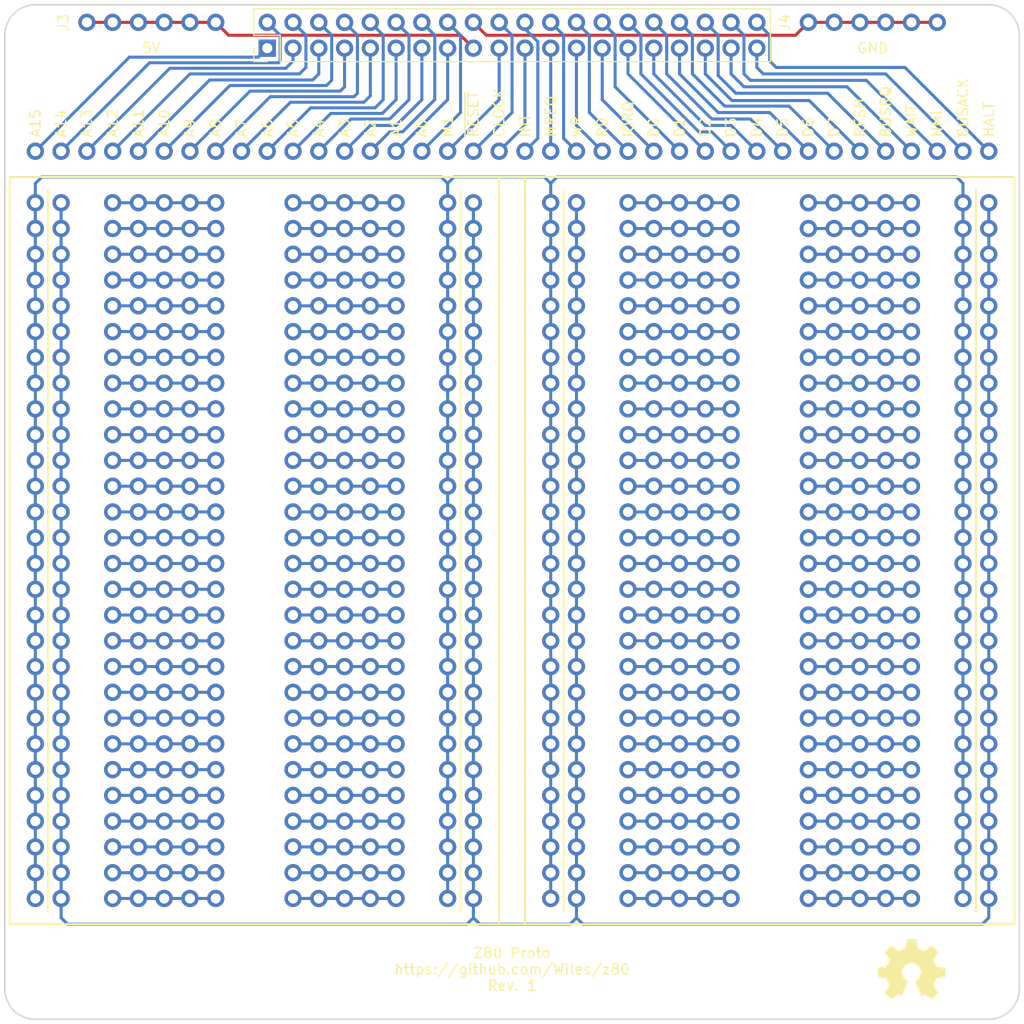
<source format=kicad_pcb>
(kicad_pcb (version 20170922) (host pcbnew "(2017-11-09 revision 87d06e526)-makepkg")
  (layers (0 F.Cu signal) (31 B.Cu signal) (34 B.Paste user) (35 F.Paste user) (36 B.SilkS user) (37 F.SilkS user) (38 B.Mask user) (39 F.Mask user) (44 Edge.Cuts user))
  (net 0 "")
  (net 1 /A10)
  (net 2 /A9)
  (net 3 /A8)
  (net 4 /A7)
  (net 5 /A6)
  (net 6 /A5)
  (net 7 /D1)
  (net 8 /A4)
  (net 9 /D0)
  (net 10 /A3)
  (net 11 /D7)
  (net 12 /A2)
  (net 13 /D2)
  (net 14 /A1)
  (net 15 +5V)
  (net 16 /A0)
  (net 17 /D6)
  (net 18 GND)
  (net 19 /D5)
  (net 20 /D3)
  (net 21 /D4)
  (net 22 /A14)
  (net 23 /A13)
  (net 24 /A12)
  (net 25 /A11)
  (net 26 RD)
  (net 27 ~RESET~)
  (net 28 WR)
  (net 29 MREQ)
  (net 30 IORQ)
  (net 31 /A15)
  (net 32 INT)
  (net 33 CLOCK)
  (net 34 M1)
  (net 35 RFSH)
  (net 36 BUSACK)
  (net 37 HALT)
  (net 38 BUSRQ)
  (net 39 WAIT)
  (net 40 NMI)
  (module Pin_Headers:Pin_Header_Straight_1x28_Pitch2.54mm (layer F.Cu) (at 110.49 79.53)
    (fp_text reference "" hide)
    (fp_text value Pin_Header_Straight_1x28_Pitch2.54mm)
    (pad 28 thru_hole oval (at 0 68.58) (size 1.7 1.7) (drill 1) (layers *.Cu *.Mask))
    (pad 27 thru_hole oval (at 0 66.04) (size 1.7 1.7) (drill 1) (layers *.Cu *.Mask))
    (pad 26 thru_hole oval (at 0 63.5) (size 1.7 1.7) (drill 1) (layers *.Cu *.Mask))
    (pad 25 thru_hole oval (at 0 60.96) (size 1.7 1.7) (drill 1) (layers *.Cu *.Mask))
    (pad 24 thru_hole oval (at 0 58.42) (size 1.7 1.7) (drill 1) (layers *.Cu *.Mask))
    (pad 23 thru_hole oval (at 0 55.88) (size 1.7 1.7) (drill 1) (layers *.Cu *.Mask))
    (pad 22 thru_hole oval (at 0 53.34) (size 1.7 1.7) (drill 1) (layers *.Cu *.Mask))
    (pad 21 thru_hole oval (at 0 50.8) (size 1.7 1.7) (drill 1) (layers *.Cu *.Mask))
    (pad 20 thru_hole oval (at 0 48.26) (size 1.7 1.7) (drill 1) (layers *.Cu *.Mask))
    (pad 19 thru_hole oval (at 0 45.72) (size 1.7 1.7) (drill 1) (layers *.Cu *.Mask))
    (pad 18 thru_hole oval (at 0 43.18) (size 1.7 1.7) (drill 1) (layers *.Cu *.Mask))
    (pad 17 thru_hole oval (at 0 40.64) (size 1.7 1.7) (drill 1) (layers *.Cu *.Mask))
    (pad 16 thru_hole oval (at 0 38.1) (size 1.7 1.7) (drill 1) (layers *.Cu *.Mask))
    (pad 15 thru_hole oval (at 0 35.56) (size 1.7 1.7) (drill 1) (layers *.Cu *.Mask))
    (pad 14 thru_hole oval (at 0 33.02) (size 1.7 1.7) (drill 1) (layers *.Cu *.Mask))
    (pad 13 thru_hole oval (at 0 30.48) (size 1.7 1.7) (drill 1) (layers *.Cu *.Mask))
    (pad 12 thru_hole oval (at 0 27.94) (size 1.7 1.7) (drill 1) (layers *.Cu *.Mask))
    (pad 11 thru_hole oval (at 0 25.4) (size 1.7 1.7) (drill 1) (layers *.Cu *.Mask))
    (pad 10 thru_hole oval (at 0 22.86) (size 1.7 1.7) (drill 1) (layers *.Cu *.Mask))
    (pad 9 thru_hole oval (at 0 20.32) (size 1.7 1.7) (drill 1) (layers *.Cu *.Mask))
    (pad 8 thru_hole oval (at 0 17.78) (size 1.7 1.7) (drill 1) (layers *.Cu *.Mask))
    (pad 7 thru_hole oval (at 0 15.24) (size 1.7 1.7) (drill 1) (layers *.Cu *.Mask))
    (pad 6 thru_hole oval (at 0 12.7) (size 1.7 1.7) (drill 1) (layers *.Cu *.Mask))
    (pad 5 thru_hole oval (at 0 10.16) (size 1.7 1.7) (drill 1) (layers *.Cu *.Mask))
    (pad 4 thru_hole oval (at 0 7.62) (size 1.7 1.7) (drill 1) (layers *.Cu *.Mask))
    (pad 3 thru_hole oval (at 0 5.08) (size 1.7 1.7) (drill 1) (layers *.Cu *.Mask))
    (pad 2 thru_hole oval (at 0 2.54) (size 1.7 1.7) (drill 1) (layers *.Cu *.Mask))
    (pad 1 thru_hole circle (at 0 0) (size 1.7 1.7) (drill 1) (layers *.Cu *.Mask))
  )
  (module Pin_Headers:Pin_Header_Straight_1x05_Pitch2.54mm (layer F.Cu) (at 115.57 79.53 90)
    (fp_text reference "" (at 0 -2.33 90) (layer F.SilkS))
    (fp_text value Pin_Header_Straight_1x05_Pitch2.54mm)
    (pad 5 thru_hole oval (at 0 10.16 90) (size 1.7 1.7) (drill 1) (layers *.Cu *.Mask))
    (pad 4 thru_hole oval (at 0 7.62 90) (size 1.7 1.7) (drill 1) (layers *.Cu *.Mask))
    (pad 3 thru_hole oval (at 0 5.08 90) (size 1.7 1.7) (drill 1) (layers *.Cu *.Mask))
    (pad 2 thru_hole oval (at 0 2.54 90) (size 1.7 1.7) (drill 1) (layers *.Cu *.Mask))
    (pad 1 thru_hole circle (at 0 0 90) (size 1.7 1.7) (drill 1) (layers *.Cu *.Mask))
  )
  (module Pin_Headers:Pin_Header_Straight_1x05_Pitch2.54mm (layer F.Cu) (at 133.35 79.53 90)
    (fp_text reference "" (at 0 -2.33 90) (layer F.SilkS))
    (fp_text value Pin_Header_Straight_1x05_Pitch2.54mm)
    (pad 1 thru_hole circle (at 0 0 90) (size 1.7 1.7) (drill 1) (layers *.Cu *.Mask))
    (pad 2 thru_hole oval (at 0 2.54 90) (size 1.7 1.7) (drill 1) (layers *.Cu *.Mask))
    (pad 3 thru_hole oval (at 0 5.08 90) (size 1.7 1.7) (drill 1) (layers *.Cu *.Mask))
    (pad 4 thru_hole oval (at 0 7.62 90) (size 1.7 1.7) (drill 1) (layers *.Cu *.Mask))
    (pad 5 thru_hole oval (at 0 10.16 90) (size 1.7 1.7) (drill 1) (layers *.Cu *.Mask))
  )
  (module Pin_Headers:Pin_Header_Straight_1x28_Pitch2.54mm (layer F.Cu) (at 107.95 79.53)
    (fp_text reference "" hide)
    (fp_text value Pin_Header_Straight_1x28_Pitch2.54mm)
    (pad 28 thru_hole oval (at 0 68.58) (size 1.7 1.7) (drill 1) (layers *.Cu *.Mask))
    (pad 27 thru_hole oval (at 0 66.04) (size 1.7 1.7) (drill 1) (layers *.Cu *.Mask))
    (pad 26 thru_hole oval (at 0 63.5) (size 1.7 1.7) (drill 1) (layers *.Cu *.Mask))
    (pad 25 thru_hole oval (at 0 60.96) (size 1.7 1.7) (drill 1) (layers *.Cu *.Mask))
    (pad 24 thru_hole oval (at 0 58.42) (size 1.7 1.7) (drill 1) (layers *.Cu *.Mask))
    (pad 23 thru_hole oval (at 0 55.88) (size 1.7 1.7) (drill 1) (layers *.Cu *.Mask))
    (pad 22 thru_hole oval (at 0 53.34) (size 1.7 1.7) (drill 1) (layers *.Cu *.Mask))
    (pad 21 thru_hole oval (at 0 50.8) (size 1.7 1.7) (drill 1) (layers *.Cu *.Mask))
    (pad 20 thru_hole oval (at 0 48.26) (size 1.7 1.7) (drill 1) (layers *.Cu *.Mask))
    (pad 19 thru_hole oval (at 0 45.72) (size 1.7 1.7) (drill 1) (layers *.Cu *.Mask))
    (pad 18 thru_hole oval (at 0 43.18) (size 1.7 1.7) (drill 1) (layers *.Cu *.Mask))
    (pad 17 thru_hole oval (at 0 40.64) (size 1.7 1.7) (drill 1) (layers *.Cu *.Mask))
    (pad 16 thru_hole oval (at 0 38.1) (size 1.7 1.7) (drill 1) (layers *.Cu *.Mask))
    (pad 15 thru_hole oval (at 0 35.56) (size 1.7 1.7) (drill 1) (layers *.Cu *.Mask))
    (pad 14 thru_hole oval (at 0 33.02) (size 1.7 1.7) (drill 1) (layers *.Cu *.Mask))
    (pad 13 thru_hole oval (at 0 30.48) (size 1.7 1.7) (drill 1) (layers *.Cu *.Mask))
    (pad 12 thru_hole oval (at 0 27.94) (size 1.7 1.7) (drill 1) (layers *.Cu *.Mask))
    (pad 11 thru_hole oval (at 0 25.4) (size 1.7 1.7) (drill 1) (layers *.Cu *.Mask))
    (pad 10 thru_hole oval (at 0 22.86) (size 1.7 1.7) (drill 1) (layers *.Cu *.Mask))
    (pad 9 thru_hole oval (at 0 20.32) (size 1.7 1.7) (drill 1) (layers *.Cu *.Mask))
    (pad 8 thru_hole oval (at 0 17.78) (size 1.7 1.7) (drill 1) (layers *.Cu *.Mask))
    (pad 7 thru_hole oval (at 0 15.24) (size 1.7 1.7) (drill 1) (layers *.Cu *.Mask))
    (pad 6 thru_hole oval (at 0 12.7) (size 1.7 1.7) (drill 1) (layers *.Cu *.Mask))
    (pad 5 thru_hole oval (at 0 10.16) (size 1.7 1.7) (drill 1) (layers *.Cu *.Mask))
    (pad 4 thru_hole oval (at 0 7.62) (size 1.7 1.7) (drill 1) (layers *.Cu *.Mask))
    (pad 3 thru_hole oval (at 0 5.08) (size 1.7 1.7) (drill 1) (layers *.Cu *.Mask))
    (pad 2 thru_hole oval (at 0 2.54) (size 1.7 1.7) (drill 1) (layers *.Cu *.Mask))
    (pad 1 thru_hole circle (at 0 0) (size 1.7 1.7) (drill 1) (layers *.Cu *.Mask))
  )
  (module Pin_Headers:Pin_Header_Straight_1x05_Pitch2.54mm (layer F.Cu) (at 133.35 82.07 90)
    (fp_text reference "" (at 0 -2.33 90) (layer F.SilkS))
    (fp_text value Pin_Header_Straight_1x05_Pitch2.54mm)
    (pad 5 thru_hole oval (at 0 10.16 90) (size 1.7 1.7) (drill 1) (layers *.Cu *.Mask))
    (pad 4 thru_hole oval (at 0 7.62 90) (size 1.7 1.7) (drill 1) (layers *.Cu *.Mask))
    (pad 3 thru_hole oval (at 0 5.08 90) (size 1.7 1.7) (drill 1) (layers *.Cu *.Mask))
    (pad 2 thru_hole oval (at 0 2.54 90) (size 1.7 1.7) (drill 1) (layers *.Cu *.Mask))
    (pad 1 thru_hole circle (at 0 0 90) (size 1.7 1.7) (drill 1) (layers *.Cu *.Mask))
  )
  (module Pin_Headers:Pin_Header_Straight_1x05_Pitch2.54mm (layer F.Cu) (at 115.57 82.07 90)
    (fp_text reference "" (at 0 -2.33 90) (layer F.SilkS))
    (fp_text value Pin_Header_Straight_1x05_Pitch2.54mm)
    (pad 1 thru_hole circle (at 0 0 90) (size 1.7 1.7) (drill 1) (layers *.Cu *.Mask))
    (pad 2 thru_hole oval (at 0 2.54 90) (size 1.7 1.7) (drill 1) (layers *.Cu *.Mask))
    (pad 3 thru_hole oval (at 0 5.08 90) (size 1.7 1.7) (drill 1) (layers *.Cu *.Mask))
    (pad 4 thru_hole oval (at 0 7.62 90) (size 1.7 1.7) (drill 1) (layers *.Cu *.Mask))
    (pad 5 thru_hole oval (at 0 10.16 90) (size 1.7 1.7) (drill 1) (layers *.Cu *.Mask))
  )
  (module Pin_Headers:Pin_Header_Straight_1x05_Pitch2.54mm (layer F.Cu) (at 115.57 87.15 90)
    (fp_text reference "" (at 0 -2.33 90) (layer F.SilkS))
    (fp_text value Pin_Header_Straight_1x05_Pitch2.54mm)
    (pad 5 thru_hole oval (at 0 10.16 90) (size 1.7 1.7) (drill 1) (layers *.Cu *.Mask))
    (pad 4 thru_hole oval (at 0 7.62 90) (size 1.7 1.7) (drill 1) (layers *.Cu *.Mask))
    (pad 3 thru_hole oval (at 0 5.08 90) (size 1.7 1.7) (drill 1) (layers *.Cu *.Mask))
    (pad 2 thru_hole oval (at 0 2.54 90) (size 1.7 1.7) (drill 1) (layers *.Cu *.Mask))
    (pad 1 thru_hole circle (at 0 0 90) (size 1.7 1.7) (drill 1) (layers *.Cu *.Mask))
  )
  (module Pin_Headers:Pin_Header_Straight_1x05_Pitch2.54mm (layer F.Cu) (at 133.35 87.15 90)
    (fp_text reference "" (at 0 -2.33 90) (layer F.SilkS))
    (fp_text value Pin_Header_Straight_1x05_Pitch2.54mm)
    (pad 1 thru_hole circle (at 0 0 90) (size 1.7 1.7) (drill 1) (layers *.Cu *.Mask))
    (pad 2 thru_hole oval (at 0 2.54 90) (size 1.7 1.7) (drill 1) (layers *.Cu *.Mask))
    (pad 3 thru_hole oval (at 0 5.08 90) (size 1.7 1.7) (drill 1) (layers *.Cu *.Mask))
    (pad 4 thru_hole oval (at 0 7.62 90) (size 1.7 1.7) (drill 1) (layers *.Cu *.Mask))
    (pad 5 thru_hole oval (at 0 10.16 90) (size 1.7 1.7) (drill 1) (layers *.Cu *.Mask))
  )
  (module Pin_Headers:Pin_Header_Straight_1x05_Pitch2.54mm (layer F.Cu) (at 133.35 84.61 90)
    (fp_text reference "" (at 0 -2.33 90) (layer F.SilkS))
    (fp_text value Pin_Header_Straight_1x05_Pitch2.54mm)
    (pad 5 thru_hole oval (at 0 10.16 90) (size 1.7 1.7) (drill 1) (layers *.Cu *.Mask))
    (pad 4 thru_hole oval (at 0 7.62 90) (size 1.7 1.7) (drill 1) (layers *.Cu *.Mask))
    (pad 3 thru_hole oval (at 0 5.08 90) (size 1.7 1.7) (drill 1) (layers *.Cu *.Mask))
    (pad 2 thru_hole oval (at 0 2.54 90) (size 1.7 1.7) (drill 1) (layers *.Cu *.Mask))
    (pad 1 thru_hole circle (at 0 0 90) (size 1.7 1.7) (drill 1) (layers *.Cu *.Mask))
  )
  (module Pin_Headers:Pin_Header_Straight_1x05_Pitch2.54mm (layer F.Cu) (at 115.57 84.61 90)
    (fp_text reference "" (at 0 -2.33 90) (layer F.SilkS))
    (fp_text value Pin_Header_Straight_1x05_Pitch2.54mm)
    (pad 1 thru_hole circle (at 0 0 90) (size 1.7 1.7) (drill 1) (layers *.Cu *.Mask))
    (pad 2 thru_hole oval (at 0 2.54 90) (size 1.7 1.7) (drill 1) (layers *.Cu *.Mask))
    (pad 3 thru_hole oval (at 0 5.08 90) (size 1.7 1.7) (drill 1) (layers *.Cu *.Mask))
    (pad 4 thru_hole oval (at 0 7.62 90) (size 1.7 1.7) (drill 1) (layers *.Cu *.Mask))
    (pad 5 thru_hole oval (at 0 10.16 90) (size 1.7 1.7) (drill 1) (layers *.Cu *.Mask))
  )
  (module Pin_Headers:Pin_Header_Straight_1x05_Pitch2.54mm (layer F.Cu) (at 115.57 94.77 90)
    (fp_text reference "" (at 0 -2.33 90) (layer F.SilkS))
    (fp_text value Pin_Header_Straight_1x05_Pitch2.54mm)
    (pad 5 thru_hole oval (at 0 10.16 90) (size 1.7 1.7) (drill 1) (layers *.Cu *.Mask))
    (pad 4 thru_hole oval (at 0 7.62 90) (size 1.7 1.7) (drill 1) (layers *.Cu *.Mask))
    (pad 3 thru_hole oval (at 0 5.08 90) (size 1.7 1.7) (drill 1) (layers *.Cu *.Mask))
    (pad 2 thru_hole oval (at 0 2.54 90) (size 1.7 1.7) (drill 1) (layers *.Cu *.Mask))
    (pad 1 thru_hole circle (at 0 0 90) (size 1.7 1.7) (drill 1) (layers *.Cu *.Mask))
  )
  (module Pin_Headers:Pin_Header_Straight_1x05_Pitch2.54mm (layer F.Cu) (at 133.35 94.77 90)
    (fp_text reference "" (at 0 -2.33 90) (layer F.SilkS))
    (fp_text value Pin_Header_Straight_1x05_Pitch2.54mm)
    (pad 1 thru_hole circle (at 0 0 90) (size 1.7 1.7) (drill 1) (layers *.Cu *.Mask))
    (pad 2 thru_hole oval (at 0 2.54 90) (size 1.7 1.7) (drill 1) (layers *.Cu *.Mask))
    (pad 3 thru_hole oval (at 0 5.08 90) (size 1.7 1.7) (drill 1) (layers *.Cu *.Mask))
    (pad 4 thru_hole oval (at 0 7.62 90) (size 1.7 1.7) (drill 1) (layers *.Cu *.Mask))
    (pad 5 thru_hole oval (at 0 10.16 90) (size 1.7 1.7) (drill 1) (layers *.Cu *.Mask))
  )
  (module Pin_Headers:Pin_Header_Straight_1x05_Pitch2.54mm (layer F.Cu) (at 133.35 97.31 90)
    (fp_text reference "" (at 0 -2.33 90) (layer F.SilkS))
    (fp_text value Pin_Header_Straight_1x05_Pitch2.54mm)
    (pad 5 thru_hole oval (at 0 10.16 90) (size 1.7 1.7) (drill 1) (layers *.Cu *.Mask))
    (pad 4 thru_hole oval (at 0 7.62 90) (size 1.7 1.7) (drill 1) (layers *.Cu *.Mask))
    (pad 3 thru_hole oval (at 0 5.08 90) (size 1.7 1.7) (drill 1) (layers *.Cu *.Mask))
    (pad 2 thru_hole oval (at 0 2.54 90) (size 1.7 1.7) (drill 1) (layers *.Cu *.Mask))
    (pad 1 thru_hole circle (at 0 0 90) (size 1.7 1.7) (drill 1) (layers *.Cu *.Mask))
  )
  (module Pin_Headers:Pin_Header_Straight_1x05_Pitch2.54mm (layer F.Cu) (at 115.57 97.31 90)
    (fp_text reference "" (at 0 -2.33 90) (layer F.SilkS))
    (fp_text value Pin_Header_Straight_1x05_Pitch2.54mm)
    (pad 1 thru_hole circle (at 0 0 90) (size 1.7 1.7) (drill 1) (layers *.Cu *.Mask))
    (pad 2 thru_hole oval (at 0 2.54 90) (size 1.7 1.7) (drill 1) (layers *.Cu *.Mask))
    (pad 3 thru_hole oval (at 0 5.08 90) (size 1.7 1.7) (drill 1) (layers *.Cu *.Mask))
    (pad 4 thru_hole oval (at 0 7.62 90) (size 1.7 1.7) (drill 1) (layers *.Cu *.Mask))
    (pad 5 thru_hole oval (at 0 10.16 90) (size 1.7 1.7) (drill 1) (layers *.Cu *.Mask))
  )
  (module Pin_Headers:Pin_Header_Straight_1x05_Pitch2.54mm (layer F.Cu) (at 115.57 92.23 90)
    (fp_text reference "" (at 0 -2.33 90) (layer F.SilkS))
    (fp_text value Pin_Header_Straight_1x05_Pitch2.54mm)
    (pad 5 thru_hole oval (at 0 10.16 90) (size 1.7 1.7) (drill 1) (layers *.Cu *.Mask))
    (pad 4 thru_hole oval (at 0 7.62 90) (size 1.7 1.7) (drill 1) (layers *.Cu *.Mask))
    (pad 3 thru_hole oval (at 0 5.08 90) (size 1.7 1.7) (drill 1) (layers *.Cu *.Mask))
    (pad 2 thru_hole oval (at 0 2.54 90) (size 1.7 1.7) (drill 1) (layers *.Cu *.Mask))
    (pad 1 thru_hole circle (at 0 0 90) (size 1.7 1.7) (drill 1) (layers *.Cu *.Mask))
  )
  (module Pin_Headers:Pin_Header_Straight_1x05_Pitch2.54mm (layer F.Cu) (at 133.35 92.23 90)
    (fp_text reference "" (at 0 -2.33 90) (layer F.SilkS))
    (fp_text value Pin_Header_Straight_1x05_Pitch2.54mm)
    (pad 1 thru_hole circle (at 0 0 90) (size 1.7 1.7) (drill 1) (layers *.Cu *.Mask))
    (pad 2 thru_hole oval (at 0 2.54 90) (size 1.7 1.7) (drill 1) (layers *.Cu *.Mask))
    (pad 3 thru_hole oval (at 0 5.08 90) (size 1.7 1.7) (drill 1) (layers *.Cu *.Mask))
    (pad 4 thru_hole oval (at 0 7.62 90) (size 1.7 1.7) (drill 1) (layers *.Cu *.Mask))
    (pad 5 thru_hole oval (at 0 10.16 90) (size 1.7 1.7) (drill 1) (layers *.Cu *.Mask))
  )
  (module Pin_Headers:Pin_Header_Straight_1x05_Pitch2.54mm (layer F.Cu) (at 133.35 89.69 90)
    (fp_text reference "" (at 0 -2.33 90) (layer F.SilkS))
    (fp_text value Pin_Header_Straight_1x05_Pitch2.54mm)
    (pad 5 thru_hole oval (at 0 10.16 90) (size 1.7 1.7) (drill 1) (layers *.Cu *.Mask))
    (pad 4 thru_hole oval (at 0 7.62 90) (size 1.7 1.7) (drill 1) (layers *.Cu *.Mask))
    (pad 3 thru_hole oval (at 0 5.08 90) (size 1.7 1.7) (drill 1) (layers *.Cu *.Mask))
    (pad 2 thru_hole oval (at 0 2.54 90) (size 1.7 1.7) (drill 1) (layers *.Cu *.Mask))
    (pad 1 thru_hole circle (at 0 0 90) (size 1.7 1.7) (drill 1) (layers *.Cu *.Mask))
  )
  (module Pin_Headers:Pin_Header_Straight_1x05_Pitch2.54mm (layer F.Cu) (at 115.57 89.69 90)
    (fp_text reference "" (at 0 -2.33 90) (layer F.SilkS))
    (fp_text value Pin_Header_Straight_1x05_Pitch2.54mm)
    (pad 1 thru_hole circle (at 0 0 90) (size 1.7 1.7) (drill 1) (layers *.Cu *.Mask))
    (pad 2 thru_hole oval (at 0 2.54 90) (size 1.7 1.7) (drill 1) (layers *.Cu *.Mask))
    (pad 3 thru_hole oval (at 0 5.08 90) (size 1.7 1.7) (drill 1) (layers *.Cu *.Mask))
    (pad 4 thru_hole oval (at 0 7.62 90) (size 1.7 1.7) (drill 1) (layers *.Cu *.Mask))
    (pad 5 thru_hole oval (at 0 10.16 90) (size 1.7 1.7) (drill 1) (layers *.Cu *.Mask))
  )
  (module Pin_Headers:Pin_Header_Straight_1x05_Pitch2.54mm (layer F.Cu) (at 115.57 110.01 90)
    (fp_text reference "" (at 0 -2.33 90) (layer F.SilkS))
    (fp_text value Pin_Header_Straight_1x05_Pitch2.54mm)
    (pad 5 thru_hole oval (at 0 10.16 90) (size 1.7 1.7) (drill 1) (layers *.Cu *.Mask))
    (pad 4 thru_hole oval (at 0 7.62 90) (size 1.7 1.7) (drill 1) (layers *.Cu *.Mask))
    (pad 3 thru_hole oval (at 0 5.08 90) (size 1.7 1.7) (drill 1) (layers *.Cu *.Mask))
    (pad 2 thru_hole oval (at 0 2.54 90) (size 1.7 1.7) (drill 1) (layers *.Cu *.Mask))
    (pad 1 thru_hole circle (at 0 0 90) (size 1.7 1.7) (drill 1) (layers *.Cu *.Mask))
  )
  (module Pin_Headers:Pin_Header_Straight_1x05_Pitch2.54mm (layer F.Cu) (at 133.35 110.01 90)
    (fp_text reference "" (at 0 -2.33 90) (layer F.SilkS))
    (fp_text value Pin_Header_Straight_1x05_Pitch2.54mm)
    (pad 1 thru_hole circle (at 0 0 90) (size 1.7 1.7) (drill 1) (layers *.Cu *.Mask))
    (pad 2 thru_hole oval (at 0 2.54 90) (size 1.7 1.7) (drill 1) (layers *.Cu *.Mask))
    (pad 3 thru_hole oval (at 0 5.08 90) (size 1.7 1.7) (drill 1) (layers *.Cu *.Mask))
    (pad 4 thru_hole oval (at 0 7.62 90) (size 1.7 1.7) (drill 1) (layers *.Cu *.Mask))
    (pad 5 thru_hole oval (at 0 10.16 90) (size 1.7 1.7) (drill 1) (layers *.Cu *.Mask))
  )
  (module Pin_Headers:Pin_Header_Straight_1x05_Pitch2.54mm (layer F.Cu) (at 133.35 112.55 90)
    (fp_text reference "" (at 0 -2.33 90) (layer F.SilkS))
    (fp_text value Pin_Header_Straight_1x05_Pitch2.54mm)
    (pad 5 thru_hole oval (at 0 10.16 90) (size 1.7 1.7) (drill 1) (layers *.Cu *.Mask))
    (pad 4 thru_hole oval (at 0 7.62 90) (size 1.7 1.7) (drill 1) (layers *.Cu *.Mask))
    (pad 3 thru_hole oval (at 0 5.08 90) (size 1.7 1.7) (drill 1) (layers *.Cu *.Mask))
    (pad 2 thru_hole oval (at 0 2.54 90) (size 1.7 1.7) (drill 1) (layers *.Cu *.Mask))
    (pad 1 thru_hole circle (at 0 0 90) (size 1.7 1.7) (drill 1) (layers *.Cu *.Mask))
  )
  (module Pin_Headers:Pin_Header_Straight_1x05_Pitch2.54mm (layer F.Cu) (at 115.57 112.55 90)
    (fp_text reference "" (at 0 -2.33 90) (layer F.SilkS))
    (fp_text value Pin_Header_Straight_1x05_Pitch2.54mm)
    (pad 1 thru_hole circle (at 0 0 90) (size 1.7 1.7) (drill 1) (layers *.Cu *.Mask))
    (pad 2 thru_hole oval (at 0 2.54 90) (size 1.7 1.7) (drill 1) (layers *.Cu *.Mask))
    (pad 3 thru_hole oval (at 0 5.08 90) (size 1.7 1.7) (drill 1) (layers *.Cu *.Mask))
    (pad 4 thru_hole oval (at 0 7.62 90) (size 1.7 1.7) (drill 1) (layers *.Cu *.Mask))
    (pad 5 thru_hole oval (at 0 10.16 90) (size 1.7 1.7) (drill 1) (layers *.Cu *.Mask))
  )
  (module Pin_Headers:Pin_Header_Straight_1x05_Pitch2.54mm (layer F.Cu) (at 115.57 117.63 90)
    (fp_text reference "" (at 0 -2.33 90) (layer F.SilkS))
    (fp_text value Pin_Header_Straight_1x05_Pitch2.54mm)
    (pad 5 thru_hole oval (at 0 10.16 90) (size 1.7 1.7) (drill 1) (layers *.Cu *.Mask))
    (pad 4 thru_hole oval (at 0 7.62 90) (size 1.7 1.7) (drill 1) (layers *.Cu *.Mask))
    (pad 3 thru_hole oval (at 0 5.08 90) (size 1.7 1.7) (drill 1) (layers *.Cu *.Mask))
    (pad 2 thru_hole oval (at 0 2.54 90) (size 1.7 1.7) (drill 1) (layers *.Cu *.Mask))
    (pad 1 thru_hole circle (at 0 0 90) (size 1.7 1.7) (drill 1) (layers *.Cu *.Mask))
  )
  (module Pin_Headers:Pin_Header_Straight_1x05_Pitch2.54mm (layer F.Cu) (at 133.35 117.63 90)
    (fp_text reference "" (at 0 -2.33 90) (layer F.SilkS))
    (fp_text value Pin_Header_Straight_1x05_Pitch2.54mm)
    (pad 1 thru_hole circle (at 0 0 90) (size 1.7 1.7) (drill 1) (layers *.Cu *.Mask))
    (pad 2 thru_hole oval (at 0 2.54 90) (size 1.7 1.7) (drill 1) (layers *.Cu *.Mask))
    (pad 3 thru_hole oval (at 0 5.08 90) (size 1.7 1.7) (drill 1) (layers *.Cu *.Mask))
    (pad 4 thru_hole oval (at 0 7.62 90) (size 1.7 1.7) (drill 1) (layers *.Cu *.Mask))
    (pad 5 thru_hole oval (at 0 10.16 90) (size 1.7 1.7) (drill 1) (layers *.Cu *.Mask))
  )
  (module Pin_Headers:Pin_Header_Straight_1x05_Pitch2.54mm (layer F.Cu) (at 133.35 115.09 90)
    (fp_text reference "" (at 0 -2.33 90) (layer F.SilkS))
    (fp_text value Pin_Header_Straight_1x05_Pitch2.54mm)
    (pad 5 thru_hole oval (at 0 10.16 90) (size 1.7 1.7) (drill 1) (layers *.Cu *.Mask))
    (pad 4 thru_hole oval (at 0 7.62 90) (size 1.7 1.7) (drill 1) (layers *.Cu *.Mask))
    (pad 3 thru_hole oval (at 0 5.08 90) (size 1.7 1.7) (drill 1) (layers *.Cu *.Mask))
    (pad 2 thru_hole oval (at 0 2.54 90) (size 1.7 1.7) (drill 1) (layers *.Cu *.Mask))
    (pad 1 thru_hole circle (at 0 0 90) (size 1.7 1.7) (drill 1) (layers *.Cu *.Mask))
  )
  (module Pin_Headers:Pin_Header_Straight_1x05_Pitch2.54mm (layer F.Cu) (at 115.57 115.09 90)
    (fp_text reference "" (at 0 -2.33 90) (layer F.SilkS))
    (fp_text value Pin_Header_Straight_1x05_Pitch2.54mm)
    (pad 1 thru_hole circle (at 0 0 90) (size 1.7 1.7) (drill 1) (layers *.Cu *.Mask))
    (pad 2 thru_hole oval (at 0 2.54 90) (size 1.7 1.7) (drill 1) (layers *.Cu *.Mask))
    (pad 3 thru_hole oval (at 0 5.08 90) (size 1.7 1.7) (drill 1) (layers *.Cu *.Mask))
    (pad 4 thru_hole oval (at 0 7.62 90) (size 1.7 1.7) (drill 1) (layers *.Cu *.Mask))
    (pad 5 thru_hole oval (at 0 10.16 90) (size 1.7 1.7) (drill 1) (layers *.Cu *.Mask))
  )
  (module Pin_Headers:Pin_Header_Straight_1x05_Pitch2.54mm (layer F.Cu) (at 115.57 104.93 90)
    (fp_text reference "" (at 0 -2.33 90) (layer F.SilkS))
    (fp_text value Pin_Header_Straight_1x05_Pitch2.54mm)
    (pad 5 thru_hole oval (at 0 10.16 90) (size 1.7 1.7) (drill 1) (layers *.Cu *.Mask))
    (pad 4 thru_hole oval (at 0 7.62 90) (size 1.7 1.7) (drill 1) (layers *.Cu *.Mask))
    (pad 3 thru_hole oval (at 0 5.08 90) (size 1.7 1.7) (drill 1) (layers *.Cu *.Mask))
    (pad 2 thru_hole oval (at 0 2.54 90) (size 1.7 1.7) (drill 1) (layers *.Cu *.Mask))
    (pad 1 thru_hole circle (at 0 0 90) (size 1.7 1.7) (drill 1) (layers *.Cu *.Mask))
  )
  (module Pin_Headers:Pin_Header_Straight_1x05_Pitch2.54mm (layer F.Cu) (at 133.35 104.93 90)
    (fp_text reference "" (at 0 -2.33 90) (layer F.SilkS))
    (fp_text value Pin_Header_Straight_1x05_Pitch2.54mm)
    (pad 1 thru_hole circle (at 0 0 90) (size 1.7 1.7) (drill 1) (layers *.Cu *.Mask))
    (pad 2 thru_hole oval (at 0 2.54 90) (size 1.7 1.7) (drill 1) (layers *.Cu *.Mask))
    (pad 3 thru_hole oval (at 0 5.08 90) (size 1.7 1.7) (drill 1) (layers *.Cu *.Mask))
    (pad 4 thru_hole oval (at 0 7.62 90) (size 1.7 1.7) (drill 1) (layers *.Cu *.Mask))
    (pad 5 thru_hole oval (at 0 10.16 90) (size 1.7 1.7) (drill 1) (layers *.Cu *.Mask))
  )
  (module Pin_Headers:Pin_Header_Straight_1x05_Pitch2.54mm (layer F.Cu) (at 133.35 107.47 90)
    (fp_text reference "" (at 0 -2.33 90) (layer F.SilkS))
    (fp_text value Pin_Header_Straight_1x05_Pitch2.54mm)
    (pad 5 thru_hole oval (at 0 10.16 90) (size 1.7 1.7) (drill 1) (layers *.Cu *.Mask))
    (pad 4 thru_hole oval (at 0 7.62 90) (size 1.7 1.7) (drill 1) (layers *.Cu *.Mask))
    (pad 3 thru_hole oval (at 0 5.08 90) (size 1.7 1.7) (drill 1) (layers *.Cu *.Mask))
    (pad 2 thru_hole oval (at 0 2.54 90) (size 1.7 1.7) (drill 1) (layers *.Cu *.Mask))
    (pad 1 thru_hole circle (at 0 0 90) (size 1.7 1.7) (drill 1) (layers *.Cu *.Mask))
  )
  (module Pin_Headers:Pin_Header_Straight_1x05_Pitch2.54mm (layer F.Cu) (at 115.57 107.47 90)
    (fp_text reference "" (at 0 -2.33 90) (layer F.SilkS))
    (fp_text value Pin_Header_Straight_1x05_Pitch2.54mm)
    (pad 1 thru_hole circle (at 0 0 90) (size 1.7 1.7) (drill 1) (layers *.Cu *.Mask))
    (pad 2 thru_hole oval (at 0 2.54 90) (size 1.7 1.7) (drill 1) (layers *.Cu *.Mask))
    (pad 3 thru_hole oval (at 0 5.08 90) (size 1.7 1.7) (drill 1) (layers *.Cu *.Mask))
    (pad 4 thru_hole oval (at 0 7.62 90) (size 1.7 1.7) (drill 1) (layers *.Cu *.Mask))
    (pad 5 thru_hole oval (at 0 10.16 90) (size 1.7 1.7) (drill 1) (layers *.Cu *.Mask))
  )
  (module Pin_Headers:Pin_Header_Straight_1x05_Pitch2.54mm (layer F.Cu) (at 115.57 102.39 90)
    (fp_text reference "" (at 0 -2.33 90) (layer F.SilkS))
    (fp_text value Pin_Header_Straight_1x05_Pitch2.54mm)
    (pad 5 thru_hole oval (at 0 10.16 90) (size 1.7 1.7) (drill 1) (layers *.Cu *.Mask))
    (pad 4 thru_hole oval (at 0 7.62 90) (size 1.7 1.7) (drill 1) (layers *.Cu *.Mask))
    (pad 3 thru_hole oval (at 0 5.08 90) (size 1.7 1.7) (drill 1) (layers *.Cu *.Mask))
    (pad 2 thru_hole oval (at 0 2.54 90) (size 1.7 1.7) (drill 1) (layers *.Cu *.Mask))
    (pad 1 thru_hole circle (at 0 0 90) (size 1.7 1.7) (drill 1) (layers *.Cu *.Mask))
  )
  (module Pin_Headers:Pin_Header_Straight_1x05_Pitch2.54mm (layer F.Cu) (at 133.35 102.39 90)
    (fp_text reference "" (at 0 -2.33 90) (layer F.SilkS))
    (fp_text value Pin_Header_Straight_1x05_Pitch2.54mm)
    (pad 1 thru_hole circle (at 0 0 90) (size 1.7 1.7) (drill 1) (layers *.Cu *.Mask))
    (pad 2 thru_hole oval (at 0 2.54 90) (size 1.7 1.7) (drill 1) (layers *.Cu *.Mask))
    (pad 3 thru_hole oval (at 0 5.08 90) (size 1.7 1.7) (drill 1) (layers *.Cu *.Mask))
    (pad 4 thru_hole oval (at 0 7.62 90) (size 1.7 1.7) (drill 1) (layers *.Cu *.Mask))
    (pad 5 thru_hole oval (at 0 10.16 90) (size 1.7 1.7) (drill 1) (layers *.Cu *.Mask))
  )
  (module Pin_Headers:Pin_Header_Straight_1x05_Pitch2.54mm (layer F.Cu) (at 133.35 99.85 90)
    (fp_text reference "" (at 0 -2.33 90) (layer F.SilkS))
    (fp_text value Pin_Header_Straight_1x05_Pitch2.54mm)
    (pad 5 thru_hole oval (at 0 10.16 90) (size 1.7 1.7) (drill 1) (layers *.Cu *.Mask))
    (pad 4 thru_hole oval (at 0 7.62 90) (size 1.7 1.7) (drill 1) (layers *.Cu *.Mask))
    (pad 3 thru_hole oval (at 0 5.08 90) (size 1.7 1.7) (drill 1) (layers *.Cu *.Mask))
    (pad 2 thru_hole oval (at 0 2.54 90) (size 1.7 1.7) (drill 1) (layers *.Cu *.Mask))
    (pad 1 thru_hole circle (at 0 0 90) (size 1.7 1.7) (drill 1) (layers *.Cu *.Mask))
  )
  (module Pin_Headers:Pin_Header_Straight_1x05_Pitch2.54mm (layer F.Cu) (at 115.57 99.85 90)
    (fp_text reference "" (at 0 -2.33 90) (layer F.SilkS))
    (fp_text value Pin_Header_Straight_1x05_Pitch2.54mm)
    (pad 1 thru_hole circle (at 0 0 90) (size 1.7 1.7) (drill 1) (layers *.Cu *.Mask))
    (pad 2 thru_hole oval (at 0 2.54 90) (size 1.7 1.7) (drill 1) (layers *.Cu *.Mask))
    (pad 3 thru_hole oval (at 0 5.08 90) (size 1.7 1.7) (drill 1) (layers *.Cu *.Mask))
    (pad 4 thru_hole oval (at 0 7.62 90) (size 1.7 1.7) (drill 1) (layers *.Cu *.Mask))
    (pad 5 thru_hole oval (at 0 10.16 90) (size 1.7 1.7) (drill 1) (layers *.Cu *.Mask))
  )
  (module Pin_Headers:Pin_Header_Straight_1x05_Pitch2.54mm (layer F.Cu) (at 115.57 140.49 90)
    (fp_text reference "" (at 0 -2.33 90) (layer F.SilkS))
    (fp_text value Pin_Header_Straight_1x05_Pitch2.54mm)
    (pad 5 thru_hole oval (at 0 10.16 90) (size 1.7 1.7) (drill 1) (layers *.Cu *.Mask))
    (pad 4 thru_hole oval (at 0 7.62 90) (size 1.7 1.7) (drill 1) (layers *.Cu *.Mask))
    (pad 3 thru_hole oval (at 0 5.08 90) (size 1.7 1.7) (drill 1) (layers *.Cu *.Mask))
    (pad 2 thru_hole oval (at 0 2.54 90) (size 1.7 1.7) (drill 1) (layers *.Cu *.Mask))
    (pad 1 thru_hole circle (at 0 0 90) (size 1.7 1.7) (drill 1) (layers *.Cu *.Mask))
  )
  (module Pin_Headers:Pin_Header_Straight_1x05_Pitch2.54mm (layer F.Cu) (at 133.35 140.49 90)
    (fp_text reference "" (at 0 -2.33 90) (layer F.SilkS))
    (fp_text value Pin_Header_Straight_1x05_Pitch2.54mm)
    (pad 1 thru_hole circle (at 0 0 90) (size 1.7 1.7) (drill 1) (layers *.Cu *.Mask))
    (pad 2 thru_hole oval (at 0 2.54 90) (size 1.7 1.7) (drill 1) (layers *.Cu *.Mask))
    (pad 3 thru_hole oval (at 0 5.08 90) (size 1.7 1.7) (drill 1) (layers *.Cu *.Mask))
    (pad 4 thru_hole oval (at 0 7.62 90) (size 1.7 1.7) (drill 1) (layers *.Cu *.Mask))
    (pad 5 thru_hole oval (at 0 10.16 90) (size 1.7 1.7) (drill 1) (layers *.Cu *.Mask))
  )
  (module Pin_Headers:Pin_Header_Straight_1x05_Pitch2.54mm (layer F.Cu) (at 133.35 143.03 90)
    (fp_text reference "" (at 0 -2.33 90) (layer F.SilkS))
    (fp_text value Pin_Header_Straight_1x05_Pitch2.54mm)
    (pad 5 thru_hole oval (at 0 10.16 90) (size 1.7 1.7) (drill 1) (layers *.Cu *.Mask))
    (pad 4 thru_hole oval (at 0 7.62 90) (size 1.7 1.7) (drill 1) (layers *.Cu *.Mask))
    (pad 3 thru_hole oval (at 0 5.08 90) (size 1.7 1.7) (drill 1) (layers *.Cu *.Mask))
    (pad 2 thru_hole oval (at 0 2.54 90) (size 1.7 1.7) (drill 1) (layers *.Cu *.Mask))
    (pad 1 thru_hole circle (at 0 0 90) (size 1.7 1.7) (drill 1) (layers *.Cu *.Mask))
  )
  (module Pin_Headers:Pin_Header_Straight_1x05_Pitch2.54mm (layer F.Cu) (at 115.57 143.03 90)
    (fp_text reference "" (at 0 -2.33 90) (layer F.SilkS))
    (fp_text value Pin_Header_Straight_1x05_Pitch2.54mm)
    (pad 1 thru_hole circle (at 0 0 90) (size 1.7 1.7) (drill 1) (layers *.Cu *.Mask))
    (pad 2 thru_hole oval (at 0 2.54 90) (size 1.7 1.7) (drill 1) (layers *.Cu *.Mask))
    (pad 3 thru_hole oval (at 0 5.08 90) (size 1.7 1.7) (drill 1) (layers *.Cu *.Mask))
    (pad 4 thru_hole oval (at 0 7.62 90) (size 1.7 1.7) (drill 1) (layers *.Cu *.Mask))
    (pad 5 thru_hole oval (at 0 10.16 90) (size 1.7 1.7) (drill 1) (layers *.Cu *.Mask))
  )
  (module Pin_Headers:Pin_Header_Straight_1x05_Pitch2.54mm (layer F.Cu) (at 133.35 145.57 90)
    (fp_text reference "" (at 0 -2.33 90) (layer F.SilkS))
    (fp_text value Pin_Header_Straight_1x05_Pitch2.54mm)
    (pad 5 thru_hole oval (at 0 10.16 90) (size 1.7 1.7) (drill 1) (layers *.Cu *.Mask))
    (pad 4 thru_hole oval (at 0 7.62 90) (size 1.7 1.7) (drill 1) (layers *.Cu *.Mask))
    (pad 3 thru_hole oval (at 0 5.08 90) (size 1.7 1.7) (drill 1) (layers *.Cu *.Mask))
    (pad 2 thru_hole oval (at 0 2.54 90) (size 1.7 1.7) (drill 1) (layers *.Cu *.Mask))
    (pad 1 thru_hole circle (at 0 0 90) (size 1.7 1.7) (drill 1) (layers *.Cu *.Mask))
  )
  (module Pin_Headers:Pin_Header_Straight_1x05_Pitch2.54mm (layer F.Cu) (at 115.57 145.57 90)
    (fp_text reference "" (at 0 -2.33 90) (layer F.SilkS))
    (fp_text value Pin_Header_Straight_1x05_Pitch2.54mm)
    (pad 1 thru_hole circle (at 0 0 90) (size 1.7 1.7) (drill 1) (layers *.Cu *.Mask))
    (pad 2 thru_hole oval (at 0 2.54 90) (size 1.7 1.7) (drill 1) (layers *.Cu *.Mask))
    (pad 3 thru_hole oval (at 0 5.08 90) (size 1.7 1.7) (drill 1) (layers *.Cu *.Mask))
    (pad 4 thru_hole oval (at 0 7.62 90) (size 1.7 1.7) (drill 1) (layers *.Cu *.Mask))
    (pad 5 thru_hole oval (at 0 10.16 90) (size 1.7 1.7) (drill 1) (layers *.Cu *.Mask))
  )
  (module Pin_Headers:Pin_Header_Straight_1x05_Pitch2.54mm (layer F.Cu) (at 115.57 130.33 90)
    (fp_text reference "" (at 0 -2.33 90) (layer F.SilkS))
    (fp_text value Pin_Header_Straight_1x05_Pitch2.54mm)
    (pad 5 thru_hole oval (at 0 10.16 90) (size 1.7 1.7) (drill 1) (layers *.Cu *.Mask))
    (pad 4 thru_hole oval (at 0 7.62 90) (size 1.7 1.7) (drill 1) (layers *.Cu *.Mask))
    (pad 3 thru_hole oval (at 0 5.08 90) (size 1.7 1.7) (drill 1) (layers *.Cu *.Mask))
    (pad 2 thru_hole oval (at 0 2.54 90) (size 1.7 1.7) (drill 1) (layers *.Cu *.Mask))
    (pad 1 thru_hole circle (at 0 0 90) (size 1.7 1.7) (drill 1) (layers *.Cu *.Mask))
  )
  (module Pin_Headers:Pin_Header_Straight_1x05_Pitch2.54mm (layer F.Cu) (at 133.35 130.33 90)
    (fp_text reference "" (at 0 -2.33 90) (layer F.SilkS))
    (fp_text value Pin_Header_Straight_1x05_Pitch2.54mm)
    (pad 1 thru_hole circle (at 0 0 90) (size 1.7 1.7) (drill 1) (layers *.Cu *.Mask))
    (pad 2 thru_hole oval (at 0 2.54 90) (size 1.7 1.7) (drill 1) (layers *.Cu *.Mask))
    (pad 3 thru_hole oval (at 0 5.08 90) (size 1.7 1.7) (drill 1) (layers *.Cu *.Mask))
    (pad 4 thru_hole oval (at 0 7.62 90) (size 1.7 1.7) (drill 1) (layers *.Cu *.Mask))
    (pad 5 thru_hole oval (at 0 10.16 90) (size 1.7 1.7) (drill 1) (layers *.Cu *.Mask))
  )
  (module Pin_Headers:Pin_Header_Straight_1x05_Pitch2.54mm (layer F.Cu) (at 133.35 132.87 90)
    (fp_text reference "" (at 0 -2.33 90) (layer F.SilkS))
    (fp_text value Pin_Header_Straight_1x05_Pitch2.54mm)
    (pad 5 thru_hole oval (at 0 10.16 90) (size 1.7 1.7) (drill 1) (layers *.Cu *.Mask))
    (pad 4 thru_hole oval (at 0 7.62 90) (size 1.7 1.7) (drill 1) (layers *.Cu *.Mask))
    (pad 3 thru_hole oval (at 0 5.08 90) (size 1.7 1.7) (drill 1) (layers *.Cu *.Mask))
    (pad 2 thru_hole oval (at 0 2.54 90) (size 1.7 1.7) (drill 1) (layers *.Cu *.Mask))
    (pad 1 thru_hole circle (at 0 0 90) (size 1.7 1.7) (drill 1) (layers *.Cu *.Mask))
  )
  (module Pin_Headers:Pin_Header_Straight_1x05_Pitch2.54mm (layer F.Cu) (at 115.57 132.87 90)
    (fp_text reference "" (at 0 -2.33 90) (layer F.SilkS))
    (fp_text value Pin_Header_Straight_1x05_Pitch2.54mm)
    (pad 1 thru_hole circle (at 0 0 90) (size 1.7 1.7) (drill 1) (layers *.Cu *.Mask))
    (pad 2 thru_hole oval (at 0 2.54 90) (size 1.7 1.7) (drill 1) (layers *.Cu *.Mask))
    (pad 3 thru_hole oval (at 0 5.08 90) (size 1.7 1.7) (drill 1) (layers *.Cu *.Mask))
    (pad 4 thru_hole oval (at 0 7.62 90) (size 1.7 1.7) (drill 1) (layers *.Cu *.Mask))
    (pad 5 thru_hole oval (at 0 10.16 90) (size 1.7 1.7) (drill 1) (layers *.Cu *.Mask))
  )
  (module Pin_Headers:Pin_Header_Straight_1x05_Pitch2.54mm (layer F.Cu) (at 115.57 137.95 90)
    (fp_text reference "" (at 0 -2.33 90) (layer F.SilkS))
    (fp_text value Pin_Header_Straight_1x05_Pitch2.54mm)
    (pad 5 thru_hole oval (at 0 10.16 90) (size 1.7 1.7) (drill 1) (layers *.Cu *.Mask))
    (pad 4 thru_hole oval (at 0 7.62 90) (size 1.7 1.7) (drill 1) (layers *.Cu *.Mask))
    (pad 3 thru_hole oval (at 0 5.08 90) (size 1.7 1.7) (drill 1) (layers *.Cu *.Mask))
    (pad 2 thru_hole oval (at 0 2.54 90) (size 1.7 1.7) (drill 1) (layers *.Cu *.Mask))
    (pad 1 thru_hole circle (at 0 0 90) (size 1.7 1.7) (drill 1) (layers *.Cu *.Mask))
  )
  (module Pin_Headers:Pin_Header_Straight_1x05_Pitch2.54mm (layer F.Cu) (at 133.35 137.95 90)
    (fp_text reference "" (at 0 -2.33 90) (layer F.SilkS))
    (fp_text value Pin_Header_Straight_1x05_Pitch2.54mm)
    (pad 1 thru_hole circle (at 0 0 90) (size 1.7 1.7) (drill 1) (layers *.Cu *.Mask))
    (pad 2 thru_hole oval (at 0 2.54 90) (size 1.7 1.7) (drill 1) (layers *.Cu *.Mask))
    (pad 3 thru_hole oval (at 0 5.08 90) (size 1.7 1.7) (drill 1) (layers *.Cu *.Mask))
    (pad 4 thru_hole oval (at 0 7.62 90) (size 1.7 1.7) (drill 1) (layers *.Cu *.Mask))
    (pad 5 thru_hole oval (at 0 10.16 90) (size 1.7 1.7) (drill 1) (layers *.Cu *.Mask))
  )
  (module Pin_Headers:Pin_Header_Straight_1x05_Pitch2.54mm (layer F.Cu) (at 133.35 135.41 90)
    (fp_text reference "" (at 0 -2.33 90) (layer F.SilkS))
    (fp_text value Pin_Header_Straight_1x05_Pitch2.54mm)
    (pad 5 thru_hole oval (at 0 10.16 90) (size 1.7 1.7) (drill 1) (layers *.Cu *.Mask))
    (pad 4 thru_hole oval (at 0 7.62 90) (size 1.7 1.7) (drill 1) (layers *.Cu *.Mask))
    (pad 3 thru_hole oval (at 0 5.08 90) (size 1.7 1.7) (drill 1) (layers *.Cu *.Mask))
    (pad 2 thru_hole oval (at 0 2.54 90) (size 1.7 1.7) (drill 1) (layers *.Cu *.Mask))
    (pad 1 thru_hole circle (at 0 0 90) (size 1.7 1.7) (drill 1) (layers *.Cu *.Mask))
  )
  (module Pin_Headers:Pin_Header_Straight_1x05_Pitch2.54mm (layer F.Cu) (at 115.57 135.41 90)
    (fp_text reference "" (at 0 -2.33 90) (layer F.SilkS))
    (fp_text value Pin_Header_Straight_1x05_Pitch2.54mm)
    (pad 1 thru_hole circle (at 0 0 90) (size 1.7 1.7) (drill 1) (layers *.Cu *.Mask))
    (pad 2 thru_hole oval (at 0 2.54 90) (size 1.7 1.7) (drill 1) (layers *.Cu *.Mask))
    (pad 3 thru_hole oval (at 0 5.08 90) (size 1.7 1.7) (drill 1) (layers *.Cu *.Mask))
    (pad 4 thru_hole oval (at 0 7.62 90) (size 1.7 1.7) (drill 1) (layers *.Cu *.Mask))
    (pad 5 thru_hole oval (at 0 10.16 90) (size 1.7 1.7) (drill 1) (layers *.Cu *.Mask))
  )
  (module Pin_Headers:Pin_Header_Straight_1x05_Pitch2.54mm (layer F.Cu) (at 115.57 125.25 90)
    (fp_text reference "" (at 0 -2.33 90) (layer F.SilkS))
    (fp_text value Pin_Header_Straight_1x05_Pitch2.54mm)
    (pad 5 thru_hole oval (at 0 10.16 90) (size 1.7 1.7) (drill 1) (layers *.Cu *.Mask))
    (pad 4 thru_hole oval (at 0 7.62 90) (size 1.7 1.7) (drill 1) (layers *.Cu *.Mask))
    (pad 3 thru_hole oval (at 0 5.08 90) (size 1.7 1.7) (drill 1) (layers *.Cu *.Mask))
    (pad 2 thru_hole oval (at 0 2.54 90) (size 1.7 1.7) (drill 1) (layers *.Cu *.Mask))
    (pad 1 thru_hole circle (at 0 0 90) (size 1.7 1.7) (drill 1) (layers *.Cu *.Mask))
  )
  (module Pin_Headers:Pin_Header_Straight_1x05_Pitch2.54mm (layer F.Cu) (at 133.35 125.25 90)
    (fp_text reference "" (at 0 -2.33 90) (layer F.SilkS))
    (fp_text value Pin_Header_Straight_1x05_Pitch2.54mm)
    (pad 1 thru_hole circle (at 0 0 90) (size 1.7 1.7) (drill 1) (layers *.Cu *.Mask))
    (pad 2 thru_hole oval (at 0 2.54 90) (size 1.7 1.7) (drill 1) (layers *.Cu *.Mask))
    (pad 3 thru_hole oval (at 0 5.08 90) (size 1.7 1.7) (drill 1) (layers *.Cu *.Mask))
    (pad 4 thru_hole oval (at 0 7.62 90) (size 1.7 1.7) (drill 1) (layers *.Cu *.Mask))
    (pad 5 thru_hole oval (at 0 10.16 90) (size 1.7 1.7) (drill 1) (layers *.Cu *.Mask))
  )
  (module Pin_Headers:Pin_Header_Straight_1x05_Pitch2.54mm (layer F.Cu) (at 133.35 127.79 90)
    (fp_text reference "" (at 0 -2.33 90) (layer F.SilkS))
    (fp_text value Pin_Header_Straight_1x05_Pitch2.54mm)
    (pad 5 thru_hole oval (at 0 10.16 90) (size 1.7 1.7) (drill 1) (layers *.Cu *.Mask))
    (pad 4 thru_hole oval (at 0 7.62 90) (size 1.7 1.7) (drill 1) (layers *.Cu *.Mask))
    (pad 3 thru_hole oval (at 0 5.08 90) (size 1.7 1.7) (drill 1) (layers *.Cu *.Mask))
    (pad 2 thru_hole oval (at 0 2.54 90) (size 1.7 1.7) (drill 1) (layers *.Cu *.Mask))
    (pad 1 thru_hole circle (at 0 0 90) (size 1.7 1.7) (drill 1) (layers *.Cu *.Mask))
  )
  (module Pin_Headers:Pin_Header_Straight_1x05_Pitch2.54mm (layer F.Cu) (at 115.57 127.79 90)
    (fp_text reference "" (at 0 -2.33 90) (layer F.SilkS))
    (fp_text value Pin_Header_Straight_1x05_Pitch2.54mm)
    (pad 1 thru_hole circle (at 0 0 90) (size 1.7 1.7) (drill 1) (layers *.Cu *.Mask))
    (pad 2 thru_hole oval (at 0 2.54 90) (size 1.7 1.7) (drill 1) (layers *.Cu *.Mask))
    (pad 3 thru_hole oval (at 0 5.08 90) (size 1.7 1.7) (drill 1) (layers *.Cu *.Mask))
    (pad 4 thru_hole oval (at 0 7.62 90) (size 1.7 1.7) (drill 1) (layers *.Cu *.Mask))
    (pad 5 thru_hole oval (at 0 10.16 90) (size 1.7 1.7) (drill 1) (layers *.Cu *.Mask))
  )
  (module Pin_Headers:Pin_Header_Straight_1x05_Pitch2.54mm (layer F.Cu) (at 115.57 122.71 90)
    (fp_text reference "" (at 0 -2.33 90) (layer F.SilkS))
    (fp_text value Pin_Header_Straight_1x05_Pitch2.54mm)
    (pad 5 thru_hole oval (at 0 10.16 90) (size 1.7 1.7) (drill 1) (layers *.Cu *.Mask))
    (pad 4 thru_hole oval (at 0 7.62 90) (size 1.7 1.7) (drill 1) (layers *.Cu *.Mask))
    (pad 3 thru_hole oval (at 0 5.08 90) (size 1.7 1.7) (drill 1) (layers *.Cu *.Mask))
    (pad 2 thru_hole oval (at 0 2.54 90) (size 1.7 1.7) (drill 1) (layers *.Cu *.Mask))
    (pad 1 thru_hole circle (at 0 0 90) (size 1.7 1.7) (drill 1) (layers *.Cu *.Mask))
  )
  (module Pin_Headers:Pin_Header_Straight_1x05_Pitch2.54mm (layer F.Cu) (at 133.35 122.71 90)
    (fp_text reference "" (at 0 -2.33 90) (layer F.SilkS))
    (fp_text value Pin_Header_Straight_1x05_Pitch2.54mm)
    (pad 1 thru_hole circle (at 0 0 90) (size 1.7 1.7) (drill 1) (layers *.Cu *.Mask))
    (pad 2 thru_hole oval (at 0 2.54 90) (size 1.7 1.7) (drill 1) (layers *.Cu *.Mask))
    (pad 3 thru_hole oval (at 0 5.08 90) (size 1.7 1.7) (drill 1) (layers *.Cu *.Mask))
    (pad 4 thru_hole oval (at 0 7.62 90) (size 1.7 1.7) (drill 1) (layers *.Cu *.Mask))
    (pad 5 thru_hole oval (at 0 10.16 90) (size 1.7 1.7) (drill 1) (layers *.Cu *.Mask))
  )
  (module Pin_Headers:Pin_Header_Straight_1x05_Pitch2.54mm (layer F.Cu) (at 133.35 120.17 90)
    (fp_text reference "" (at 0 -2.33 90) (layer F.SilkS))
    (fp_text value Pin_Header_Straight_1x05_Pitch2.54mm)
    (pad 5 thru_hole oval (at 0 10.16 90) (size 1.7 1.7) (drill 1) (layers *.Cu *.Mask))
    (pad 4 thru_hole oval (at 0 7.62 90) (size 1.7 1.7) (drill 1) (layers *.Cu *.Mask))
    (pad 3 thru_hole oval (at 0 5.08 90) (size 1.7 1.7) (drill 1) (layers *.Cu *.Mask))
    (pad 2 thru_hole oval (at 0 2.54 90) (size 1.7 1.7) (drill 1) (layers *.Cu *.Mask))
    (pad 1 thru_hole circle (at 0 0 90) (size 1.7 1.7) (drill 1) (layers *.Cu *.Mask))
  )
  (module Pin_Headers:Pin_Header_Straight_1x05_Pitch2.54mm (layer F.Cu) (at 115.57 120.17 90)
    (fp_text reference "" (at 0 -2.33 90) (layer F.SilkS))
    (fp_text value Pin_Header_Straight_1x05_Pitch2.54mm)
    (pad 1 thru_hole circle (at 0 0 90) (size 1.7 1.7) (drill 1) (layers *.Cu *.Mask))
    (pad 2 thru_hole oval (at 0 2.54 90) (size 1.7 1.7) (drill 1) (layers *.Cu *.Mask))
    (pad 3 thru_hole oval (at 0 5.08 90) (size 1.7 1.7) (drill 1) (layers *.Cu *.Mask))
    (pad 4 thru_hole oval (at 0 7.62 90) (size 1.7 1.7) (drill 1) (layers *.Cu *.Mask))
    (pad 5 thru_hole oval (at 0 10.16 90) (size 1.7 1.7) (drill 1) (layers *.Cu *.Mask))
  )
  (module Pin_Headers:Pin_Header_Straight_1x05_Pitch2.54mm (layer F.Cu) (at 115.57 148.11 90)
    (fp_text reference "" (at 0 -2.33 90) (layer F.SilkS))
    (fp_text value Pin_Header_Straight_1x05_Pitch2.54mm)
    (pad 5 thru_hole oval (at 0 10.16 90) (size 1.7 1.7) (drill 1) (layers *.Cu *.Mask))
    (pad 4 thru_hole oval (at 0 7.62 90) (size 1.7 1.7) (drill 1) (layers *.Cu *.Mask))
    (pad 3 thru_hole oval (at 0 5.08 90) (size 1.7 1.7) (drill 1) (layers *.Cu *.Mask))
    (pad 2 thru_hole oval (at 0 2.54 90) (size 1.7 1.7) (drill 1) (layers *.Cu *.Mask))
    (pad 1 thru_hole circle (at 0 0 90) (size 1.7 1.7) (drill 1) (layers *.Cu *.Mask))
  )
  (module Pin_Headers:Pin_Header_Straight_1x05_Pitch2.54mm (layer F.Cu) (at 133.35 148.11 90)
    (fp_text reference "" (at 0 -2.33 90) (layer F.SilkS))
    (fp_text value Pin_Header_Straight_1x05_Pitch2.54mm)
    (pad 1 thru_hole circle (at 0 0 90) (size 1.7 1.7) (drill 1) (layers *.Cu *.Mask))
    (pad 2 thru_hole oval (at 0 2.54 90) (size 1.7 1.7) (drill 1) (layers *.Cu *.Mask))
    (pad 3 thru_hole oval (at 0 5.08 90) (size 1.7 1.7) (drill 1) (layers *.Cu *.Mask))
    (pad 4 thru_hole oval (at 0 7.62 90) (size 1.7 1.7) (drill 1) (layers *.Cu *.Mask))
    (pad 5 thru_hole oval (at 0 10.16 90) (size 1.7 1.7) (drill 1) (layers *.Cu *.Mask))
  )
  (module Pin_Headers:Pin_Header_Straight_1x28_Pitch2.54mm (layer F.Cu) (at 148.59 79.53)
    (fp_text reference "" hide)
    (fp_text value Pin_Header_Straight_1x28_Pitch2.54mm)
    (pad 1 thru_hole circle (at 0 0) (size 1.7 1.7) (drill 1) (layers *.Cu *.Mask))
    (pad 2 thru_hole oval (at 0 2.54) (size 1.7 1.7) (drill 1) (layers *.Cu *.Mask))
    (pad 3 thru_hole oval (at 0 5.08) (size 1.7 1.7) (drill 1) (layers *.Cu *.Mask))
    (pad 4 thru_hole oval (at 0 7.62) (size 1.7 1.7) (drill 1) (layers *.Cu *.Mask))
    (pad 5 thru_hole oval (at 0 10.16) (size 1.7 1.7) (drill 1) (layers *.Cu *.Mask))
    (pad 6 thru_hole oval (at 0 12.7) (size 1.7 1.7) (drill 1) (layers *.Cu *.Mask))
    (pad 7 thru_hole oval (at 0 15.24) (size 1.7 1.7) (drill 1) (layers *.Cu *.Mask))
    (pad 8 thru_hole oval (at 0 17.78) (size 1.7 1.7) (drill 1) (layers *.Cu *.Mask))
    (pad 9 thru_hole oval (at 0 20.32) (size 1.7 1.7) (drill 1) (layers *.Cu *.Mask))
    (pad 10 thru_hole oval (at 0 22.86) (size 1.7 1.7) (drill 1) (layers *.Cu *.Mask))
    (pad 11 thru_hole oval (at 0 25.4) (size 1.7 1.7) (drill 1) (layers *.Cu *.Mask))
    (pad 12 thru_hole oval (at 0 27.94) (size 1.7 1.7) (drill 1) (layers *.Cu *.Mask))
    (pad 13 thru_hole oval (at 0 30.48) (size 1.7 1.7) (drill 1) (layers *.Cu *.Mask))
    (pad 14 thru_hole oval (at 0 33.02) (size 1.7 1.7) (drill 1) (layers *.Cu *.Mask))
    (pad 15 thru_hole oval (at 0 35.56) (size 1.7 1.7) (drill 1) (layers *.Cu *.Mask))
    (pad 16 thru_hole oval (at 0 38.1) (size 1.7 1.7) (drill 1) (layers *.Cu *.Mask))
    (pad 17 thru_hole oval (at 0 40.64) (size 1.7 1.7) (drill 1) (layers *.Cu *.Mask))
    (pad 18 thru_hole oval (at 0 43.18) (size 1.7 1.7) (drill 1) (layers *.Cu *.Mask))
    (pad 19 thru_hole oval (at 0 45.72) (size 1.7 1.7) (drill 1) (layers *.Cu *.Mask))
    (pad 20 thru_hole oval (at 0 48.26) (size 1.7 1.7) (drill 1) (layers *.Cu *.Mask))
    (pad 21 thru_hole oval (at 0 50.8) (size 1.7 1.7) (drill 1) (layers *.Cu *.Mask))
    (pad 22 thru_hole oval (at 0 53.34) (size 1.7 1.7) (drill 1) (layers *.Cu *.Mask))
    (pad 23 thru_hole oval (at 0 55.88) (size 1.7 1.7) (drill 1) (layers *.Cu *.Mask))
    (pad 24 thru_hole oval (at 0 58.42) (size 1.7 1.7) (drill 1) (layers *.Cu *.Mask))
    (pad 25 thru_hole oval (at 0 60.96) (size 1.7 1.7) (drill 1) (layers *.Cu *.Mask))
    (pad 26 thru_hole oval (at 0 63.5) (size 1.7 1.7) (drill 1) (layers *.Cu *.Mask))
    (pad 27 thru_hole oval (at 0 66.04) (size 1.7 1.7) (drill 1) (layers *.Cu *.Mask))
    (pad 28 thru_hole oval (at 0 68.58) (size 1.7 1.7) (drill 1) (layers *.Cu *.Mask))
  )
  (module Pin_Headers:Pin_Header_Straight_1x28_Pitch2.54mm (layer F.Cu) (at 151.13 79.53)
    (fp_text reference "" hide)
    (fp_text value Pin_Header_Straight_1x28_Pitch2.54mm)
    (pad 1 thru_hole circle (at 0 0) (size 1.7 1.7) (drill 1) (layers *.Cu *.Mask))
    (pad 2 thru_hole oval (at 0 2.54) (size 1.7 1.7) (drill 1) (layers *.Cu *.Mask))
    (pad 3 thru_hole oval (at 0 5.08) (size 1.7 1.7) (drill 1) (layers *.Cu *.Mask))
    (pad 4 thru_hole oval (at 0 7.62) (size 1.7 1.7) (drill 1) (layers *.Cu *.Mask))
    (pad 5 thru_hole oval (at 0 10.16) (size 1.7 1.7) (drill 1) (layers *.Cu *.Mask))
    (pad 6 thru_hole oval (at 0 12.7) (size 1.7 1.7) (drill 1) (layers *.Cu *.Mask))
    (pad 7 thru_hole oval (at 0 15.24) (size 1.7 1.7) (drill 1) (layers *.Cu *.Mask))
    (pad 8 thru_hole oval (at 0 17.78) (size 1.7 1.7) (drill 1) (layers *.Cu *.Mask))
    (pad 9 thru_hole oval (at 0 20.32) (size 1.7 1.7) (drill 1) (layers *.Cu *.Mask))
    (pad 10 thru_hole oval (at 0 22.86) (size 1.7 1.7) (drill 1) (layers *.Cu *.Mask))
    (pad 11 thru_hole oval (at 0 25.4) (size 1.7 1.7) (drill 1) (layers *.Cu *.Mask))
    (pad 12 thru_hole oval (at 0 27.94) (size 1.7 1.7) (drill 1) (layers *.Cu *.Mask))
    (pad 13 thru_hole oval (at 0 30.48) (size 1.7 1.7) (drill 1) (layers *.Cu *.Mask))
    (pad 14 thru_hole oval (at 0 33.02) (size 1.7 1.7) (drill 1) (layers *.Cu *.Mask))
    (pad 15 thru_hole oval (at 0 35.56) (size 1.7 1.7) (drill 1) (layers *.Cu *.Mask))
    (pad 16 thru_hole oval (at 0 38.1) (size 1.7 1.7) (drill 1) (layers *.Cu *.Mask))
    (pad 17 thru_hole oval (at 0 40.64) (size 1.7 1.7) (drill 1) (layers *.Cu *.Mask))
    (pad 18 thru_hole oval (at 0 43.18) (size 1.7 1.7) (drill 1) (layers *.Cu *.Mask))
    (pad 19 thru_hole oval (at 0 45.72) (size 1.7 1.7) (drill 1) (layers *.Cu *.Mask))
    (pad 20 thru_hole oval (at 0 48.26) (size 1.7 1.7) (drill 1) (layers *.Cu *.Mask))
    (pad 21 thru_hole oval (at 0 50.8) (size 1.7 1.7) (drill 1) (layers *.Cu *.Mask))
    (pad 22 thru_hole oval (at 0 53.34) (size 1.7 1.7) (drill 1) (layers *.Cu *.Mask))
    (pad 23 thru_hole oval (at 0 55.88) (size 1.7 1.7) (drill 1) (layers *.Cu *.Mask))
    (pad 24 thru_hole oval (at 0 58.42) (size 1.7 1.7) (drill 1) (layers *.Cu *.Mask))
    (pad 25 thru_hole oval (at 0 60.96) (size 1.7 1.7) (drill 1) (layers *.Cu *.Mask))
    (pad 26 thru_hole oval (at 0 63.5) (size 1.7 1.7) (drill 1) (layers *.Cu *.Mask))
    (pad 27 thru_hole oval (at 0 66.04) (size 1.7 1.7) (drill 1) (layers *.Cu *.Mask))
    (pad 28 thru_hole oval (at 0 68.58) (size 1.7 1.7) (drill 1) (layers *.Cu *.Mask))
  )
  (module Pin_Headers:Pin_Header_Straight_1x28_Pitch2.54mm (layer F.Cu) (at 100.33 79.53)
    (fp_text reference "" hide)
    (fp_text value Pin_Header_Straight_1x28_Pitch2.54mm)
    (pad 28 thru_hole oval (at 0 68.58) (size 1.7 1.7) (drill 1) (layers *.Cu *.Mask))
    (pad 27 thru_hole oval (at 0 66.04) (size 1.7 1.7) (drill 1) (layers *.Cu *.Mask))
    (pad 26 thru_hole oval (at 0 63.5) (size 1.7 1.7) (drill 1) (layers *.Cu *.Mask))
    (pad 25 thru_hole oval (at 0 60.96) (size 1.7 1.7) (drill 1) (layers *.Cu *.Mask))
    (pad 24 thru_hole oval (at 0 58.42) (size 1.7 1.7) (drill 1) (layers *.Cu *.Mask))
    (pad 23 thru_hole oval (at 0 55.88) (size 1.7 1.7) (drill 1) (layers *.Cu *.Mask))
    (pad 22 thru_hole oval (at 0 53.34) (size 1.7 1.7) (drill 1) (layers *.Cu *.Mask))
    (pad 21 thru_hole oval (at 0 50.8) (size 1.7 1.7) (drill 1) (layers *.Cu *.Mask))
    (pad 20 thru_hole oval (at 0 48.26) (size 1.7 1.7) (drill 1) (layers *.Cu *.Mask))
    (pad 19 thru_hole oval (at 0 45.72) (size 1.7 1.7) (drill 1) (layers *.Cu *.Mask))
    (pad 18 thru_hole oval (at 0 43.18) (size 1.7 1.7) (drill 1) (layers *.Cu *.Mask))
    (pad 17 thru_hole oval (at 0 40.64) (size 1.7 1.7) (drill 1) (layers *.Cu *.Mask))
    (pad 16 thru_hole oval (at 0 38.1) (size 1.7 1.7) (drill 1) (layers *.Cu *.Mask))
    (pad 15 thru_hole oval (at 0 35.56) (size 1.7 1.7) (drill 1) (layers *.Cu *.Mask))
    (pad 14 thru_hole oval (at 0 33.02) (size 1.7 1.7) (drill 1) (layers *.Cu *.Mask))
    (pad 13 thru_hole oval (at 0 30.48) (size 1.7 1.7) (drill 1) (layers *.Cu *.Mask))
    (pad 12 thru_hole oval (at 0 27.94) (size 1.7 1.7) (drill 1) (layers *.Cu *.Mask))
    (pad 11 thru_hole oval (at 0 25.4) (size 1.7 1.7) (drill 1) (layers *.Cu *.Mask))
    (pad 10 thru_hole oval (at 0 22.86) (size 1.7 1.7) (drill 1) (layers *.Cu *.Mask))
    (pad 9 thru_hole oval (at 0 20.32) (size 1.7 1.7) (drill 1) (layers *.Cu *.Mask))
    (pad 8 thru_hole oval (at 0 17.78) (size 1.7 1.7) (drill 1) (layers *.Cu *.Mask))
    (pad 7 thru_hole oval (at 0 15.24) (size 1.7 1.7) (drill 1) (layers *.Cu *.Mask))
    (pad 6 thru_hole oval (at 0 12.7) (size 1.7 1.7) (drill 1) (layers *.Cu *.Mask))
    (pad 5 thru_hole oval (at 0 10.16) (size 1.7 1.7) (drill 1) (layers *.Cu *.Mask))
    (pad 4 thru_hole oval (at 0 7.62) (size 1.7 1.7) (drill 1) (layers *.Cu *.Mask))
    (pad 3 thru_hole oval (at 0 5.08) (size 1.7 1.7) (drill 1) (layers *.Cu *.Mask))
    (pad 2 thru_hole oval (at 0 2.54) (size 1.7 1.7) (drill 1) (layers *.Cu *.Mask))
    (pad 1 thru_hole circle (at 0 0) (size 1.7 1.7) (drill 1) (layers *.Cu *.Mask))
  )
  (module Pin_Headers:Pin_Header_Straight_1x28_Pitch2.54mm (layer F.Cu) (at 97.79 79.53)
    (fp_text reference "" hide)
    (fp_text value Pin_Header_Straight_1x28_Pitch2.54mm)
    (pad 28 thru_hole oval (at 0 68.58) (size 1.7 1.7) (drill 1) (layers *.Cu *.Mask))
    (pad 27 thru_hole oval (at 0 66.04) (size 1.7 1.7) (drill 1) (layers *.Cu *.Mask))
    (pad 26 thru_hole oval (at 0 63.5) (size 1.7 1.7) (drill 1) (layers *.Cu *.Mask))
    (pad 25 thru_hole oval (at 0 60.96) (size 1.7 1.7) (drill 1) (layers *.Cu *.Mask))
    (pad 24 thru_hole oval (at 0 58.42) (size 1.7 1.7) (drill 1) (layers *.Cu *.Mask))
    (pad 23 thru_hole oval (at 0 55.88) (size 1.7 1.7) (drill 1) (layers *.Cu *.Mask))
    (pad 22 thru_hole oval (at 0 53.34) (size 1.7 1.7) (drill 1) (layers *.Cu *.Mask))
    (pad 21 thru_hole oval (at 0 50.8) (size 1.7 1.7) (drill 1) (layers *.Cu *.Mask))
    (pad 20 thru_hole oval (at 0 48.26) (size 1.7 1.7) (drill 1) (layers *.Cu *.Mask))
    (pad 19 thru_hole oval (at 0 45.72) (size 1.7 1.7) (drill 1) (layers *.Cu *.Mask))
    (pad 18 thru_hole oval (at 0 43.18) (size 1.7 1.7) (drill 1) (layers *.Cu *.Mask))
    (pad 17 thru_hole oval (at 0 40.64) (size 1.7 1.7) (drill 1) (layers *.Cu *.Mask))
    (pad 16 thru_hole oval (at 0 38.1) (size 1.7 1.7) (drill 1) (layers *.Cu *.Mask))
    (pad 15 thru_hole oval (at 0 35.56) (size 1.7 1.7) (drill 1) (layers *.Cu *.Mask))
    (pad 14 thru_hole oval (at 0 33.02) (size 1.7 1.7) (drill 1) (layers *.Cu *.Mask))
    (pad 13 thru_hole oval (at 0 30.48) (size 1.7 1.7) (drill 1) (layers *.Cu *.Mask))
    (pad 12 thru_hole oval (at 0 27.94) (size 1.7 1.7) (drill 1) (layers *.Cu *.Mask))
    (pad 11 thru_hole oval (at 0 25.4) (size 1.7 1.7) (drill 1) (layers *.Cu *.Mask))
    (pad 10 thru_hole oval (at 0 22.86) (size 1.7 1.7) (drill 1) (layers *.Cu *.Mask))
    (pad 9 thru_hole oval (at 0 20.32) (size 1.7 1.7) (drill 1) (layers *.Cu *.Mask))
    (pad 8 thru_hole oval (at 0 17.78) (size 1.7 1.7) (drill 1) (layers *.Cu *.Mask))
    (pad 7 thru_hole oval (at 0 15.24) (size 1.7 1.7) (drill 1) (layers *.Cu *.Mask))
    (pad 6 thru_hole oval (at 0 12.7) (size 1.7 1.7) (drill 1) (layers *.Cu *.Mask))
    (pad 5 thru_hole oval (at 0 10.16) (size 1.7 1.7) (drill 1) (layers *.Cu *.Mask))
    (pad 4 thru_hole oval (at 0 7.62) (size 1.7 1.7) (drill 1) (layers *.Cu *.Mask))
    (pad 3 thru_hole oval (at 0 5.08) (size 1.7 1.7) (drill 1) (layers *.Cu *.Mask))
    (pad 2 thru_hole oval (at 0 2.54) (size 1.7 1.7) (drill 1) (layers *.Cu *.Mask))
    (pad 1 thru_hole circle (at 0 0) (size 1.7 1.7) (drill 1) (layers *.Cu *.Mask))
  )
  (module Pin_Headers:Pin_Header_Straight_1x05_Pitch2.54mm (layer F.Cu) (at 82.55 148.11 90)
    (fp_text reference "" (at 0 -2.33 90) (layer F.SilkS))
    (fp_text value Pin_Header_Straight_1x05_Pitch2.54mm)
    (pad 5 thru_hole oval (at 0 10.16 90) (size 1.7 1.7) (drill 1) (layers *.Cu *.Mask))
    (pad 4 thru_hole oval (at 0 7.62 90) (size 1.7 1.7) (drill 1) (layers *.Cu *.Mask))
    (pad 3 thru_hole oval (at 0 5.08 90) (size 1.7 1.7) (drill 1) (layers *.Cu *.Mask))
    (pad 2 thru_hole oval (at 0 2.54 90) (size 1.7 1.7) (drill 1) (layers *.Cu *.Mask))
    (pad 1 thru_hole circle (at 0 0 90) (size 1.7 1.7) (drill 1) (layers *.Cu *.Mask))
  )
  (module Pin_Headers:Pin_Header_Straight_1x05_Pitch2.54mm (layer F.Cu) (at 64.77 148.11 90)
    (fp_text reference "" (at 0 -2.33 90) (layer F.SilkS))
    (fp_text value Pin_Header_Straight_1x05_Pitch2.54mm)
    (pad 1 thru_hole circle (at 0 0 90) (size 1.7 1.7) (drill 1) (layers *.Cu *.Mask))
    (pad 2 thru_hole oval (at 0 2.54 90) (size 1.7 1.7) (drill 1) (layers *.Cu *.Mask))
    (pad 3 thru_hole oval (at 0 5.08 90) (size 1.7 1.7) (drill 1) (layers *.Cu *.Mask))
    (pad 4 thru_hole oval (at 0 7.62 90) (size 1.7 1.7) (drill 1) (layers *.Cu *.Mask))
    (pad 5 thru_hole oval (at 0 10.16 90) (size 1.7 1.7) (drill 1) (layers *.Cu *.Mask))
  )
  (module Pin_Headers:Pin_Header_Straight_1x05_Pitch2.54mm (layer F.Cu) (at 64.77 120.17 90)
    (fp_text reference "" (at 0 -2.33 90) (layer F.SilkS))
    (fp_text value Pin_Header_Straight_1x05_Pitch2.54mm)
    (pad 5 thru_hole oval (at 0 10.16 90) (size 1.7 1.7) (drill 1) (layers *.Cu *.Mask))
    (pad 4 thru_hole oval (at 0 7.62 90) (size 1.7 1.7) (drill 1) (layers *.Cu *.Mask))
    (pad 3 thru_hole oval (at 0 5.08 90) (size 1.7 1.7) (drill 1) (layers *.Cu *.Mask))
    (pad 2 thru_hole oval (at 0 2.54 90) (size 1.7 1.7) (drill 1) (layers *.Cu *.Mask))
    (pad 1 thru_hole circle (at 0 0 90) (size 1.7 1.7) (drill 1) (layers *.Cu *.Mask))
  )
  (module Pin_Headers:Pin_Header_Straight_1x05_Pitch2.54mm (layer F.Cu) (at 82.55 120.17 90)
    (fp_text reference "" (at 0 -2.33 90) (layer F.SilkS))
    (fp_text value Pin_Header_Straight_1x05_Pitch2.54mm)
    (pad 1 thru_hole circle (at 0 0 90) (size 1.7 1.7) (drill 1) (layers *.Cu *.Mask))
    (pad 2 thru_hole oval (at 0 2.54 90) (size 1.7 1.7) (drill 1) (layers *.Cu *.Mask))
    (pad 3 thru_hole oval (at 0 5.08 90) (size 1.7 1.7) (drill 1) (layers *.Cu *.Mask))
    (pad 4 thru_hole oval (at 0 7.62 90) (size 1.7 1.7) (drill 1) (layers *.Cu *.Mask))
    (pad 5 thru_hole oval (at 0 10.16 90) (size 1.7 1.7) (drill 1) (layers *.Cu *.Mask))
  )
  (module Pin_Headers:Pin_Header_Straight_1x05_Pitch2.54mm (layer F.Cu) (at 82.55 122.71 90)
    (fp_text reference "" (at 0 -2.33 90) (layer F.SilkS))
    (fp_text value Pin_Header_Straight_1x05_Pitch2.54mm)
    (pad 5 thru_hole oval (at 0 10.16 90) (size 1.7 1.7) (drill 1) (layers *.Cu *.Mask))
    (pad 4 thru_hole oval (at 0 7.62 90) (size 1.7 1.7) (drill 1) (layers *.Cu *.Mask))
    (pad 3 thru_hole oval (at 0 5.08 90) (size 1.7 1.7) (drill 1) (layers *.Cu *.Mask))
    (pad 2 thru_hole oval (at 0 2.54 90) (size 1.7 1.7) (drill 1) (layers *.Cu *.Mask))
    (pad 1 thru_hole circle (at 0 0 90) (size 1.7 1.7) (drill 1) (layers *.Cu *.Mask))
  )
  (module Pin_Headers:Pin_Header_Straight_1x05_Pitch2.54mm (layer F.Cu) (at 64.77 122.71 90)
    (fp_text reference "" (at 0 -2.33 90) (layer F.SilkS))
    (fp_text value Pin_Header_Straight_1x05_Pitch2.54mm)
    (pad 1 thru_hole circle (at 0 0 90) (size 1.7 1.7) (drill 1) (layers *.Cu *.Mask))
    (pad 2 thru_hole oval (at 0 2.54 90) (size 1.7 1.7) (drill 1) (layers *.Cu *.Mask))
    (pad 3 thru_hole oval (at 0 5.08 90) (size 1.7 1.7) (drill 1) (layers *.Cu *.Mask))
    (pad 4 thru_hole oval (at 0 7.62 90) (size 1.7 1.7) (drill 1) (layers *.Cu *.Mask))
    (pad 5 thru_hole oval (at 0 10.16 90) (size 1.7 1.7) (drill 1) (layers *.Cu *.Mask))
  )
  (module Pin_Headers:Pin_Header_Straight_1x05_Pitch2.54mm (layer F.Cu) (at 64.77 127.79 90)
    (fp_text reference "" (at 0 -2.33 90) (layer F.SilkS))
    (fp_text value Pin_Header_Straight_1x05_Pitch2.54mm)
    (pad 5 thru_hole oval (at 0 10.16 90) (size 1.7 1.7) (drill 1) (layers *.Cu *.Mask))
    (pad 4 thru_hole oval (at 0 7.62 90) (size 1.7 1.7) (drill 1) (layers *.Cu *.Mask))
    (pad 3 thru_hole oval (at 0 5.08 90) (size 1.7 1.7) (drill 1) (layers *.Cu *.Mask))
    (pad 2 thru_hole oval (at 0 2.54 90) (size 1.7 1.7) (drill 1) (layers *.Cu *.Mask))
    (pad 1 thru_hole circle (at 0 0 90) (size 1.7 1.7) (drill 1) (layers *.Cu *.Mask))
  )
  (module Pin_Headers:Pin_Header_Straight_1x05_Pitch2.54mm (layer F.Cu) (at 82.55 127.79 90)
    (fp_text reference "" (at 0 -2.33 90) (layer F.SilkS))
    (fp_text value Pin_Header_Straight_1x05_Pitch2.54mm)
    (pad 1 thru_hole circle (at 0 0 90) (size 1.7 1.7) (drill 1) (layers *.Cu *.Mask))
    (pad 2 thru_hole oval (at 0 2.54 90) (size 1.7 1.7) (drill 1) (layers *.Cu *.Mask))
    (pad 3 thru_hole oval (at 0 5.08 90) (size 1.7 1.7) (drill 1) (layers *.Cu *.Mask))
    (pad 4 thru_hole oval (at 0 7.62 90) (size 1.7 1.7) (drill 1) (layers *.Cu *.Mask))
    (pad 5 thru_hole oval (at 0 10.16 90) (size 1.7 1.7) (drill 1) (layers *.Cu *.Mask))
  )
  (module Pin_Headers:Pin_Header_Straight_1x05_Pitch2.54mm (layer F.Cu) (at 82.55 125.25 90)
    (fp_text reference "" (at 0 -2.33 90) (layer F.SilkS))
    (fp_text value Pin_Header_Straight_1x05_Pitch2.54mm)
    (pad 5 thru_hole oval (at 0 10.16 90) (size 1.7 1.7) (drill 1) (layers *.Cu *.Mask))
    (pad 4 thru_hole oval (at 0 7.62 90) (size 1.7 1.7) (drill 1) (layers *.Cu *.Mask))
    (pad 3 thru_hole oval (at 0 5.08 90) (size 1.7 1.7) (drill 1) (layers *.Cu *.Mask))
    (pad 2 thru_hole oval (at 0 2.54 90) (size 1.7 1.7) (drill 1) (layers *.Cu *.Mask))
    (pad 1 thru_hole circle (at 0 0 90) (size 1.7 1.7) (drill 1) (layers *.Cu *.Mask))
  )
  (module Pin_Headers:Pin_Header_Straight_1x05_Pitch2.54mm (layer F.Cu) (at 64.77 125.25 90)
    (fp_text reference "" (at 0 -2.33 90) (layer F.SilkS))
    (fp_text value Pin_Header_Straight_1x05_Pitch2.54mm)
    (pad 1 thru_hole circle (at 0 0 90) (size 1.7 1.7) (drill 1) (layers *.Cu *.Mask))
    (pad 2 thru_hole oval (at 0 2.54 90) (size 1.7 1.7) (drill 1) (layers *.Cu *.Mask))
    (pad 3 thru_hole oval (at 0 5.08 90) (size 1.7 1.7) (drill 1) (layers *.Cu *.Mask))
    (pad 4 thru_hole oval (at 0 7.62 90) (size 1.7 1.7) (drill 1) (layers *.Cu *.Mask))
    (pad 5 thru_hole oval (at 0 10.16 90) (size 1.7 1.7) (drill 1) (layers *.Cu *.Mask))
  )
  (module Pin_Headers:Pin_Header_Straight_1x05_Pitch2.54mm (layer F.Cu) (at 64.77 135.41 90)
    (fp_text reference "" (at 0 -2.33 90) (layer F.SilkS))
    (fp_text value Pin_Header_Straight_1x05_Pitch2.54mm)
    (pad 5 thru_hole oval (at 0 10.16 90) (size 1.7 1.7) (drill 1) (layers *.Cu *.Mask))
    (pad 4 thru_hole oval (at 0 7.62 90) (size 1.7 1.7) (drill 1) (layers *.Cu *.Mask))
    (pad 3 thru_hole oval (at 0 5.08 90) (size 1.7 1.7) (drill 1) (layers *.Cu *.Mask))
    (pad 2 thru_hole oval (at 0 2.54 90) (size 1.7 1.7) (drill 1) (layers *.Cu *.Mask))
    (pad 1 thru_hole circle (at 0 0 90) (size 1.7 1.7) (drill 1) (layers *.Cu *.Mask))
  )
  (module Pin_Headers:Pin_Header_Straight_1x05_Pitch2.54mm (layer F.Cu) (at 82.55 135.41 90)
    (fp_text reference "" (at 0 -2.33 90) (layer F.SilkS))
    (fp_text value Pin_Header_Straight_1x05_Pitch2.54mm)
    (pad 1 thru_hole circle (at 0 0 90) (size 1.7 1.7) (drill 1) (layers *.Cu *.Mask))
    (pad 2 thru_hole oval (at 0 2.54 90) (size 1.7 1.7) (drill 1) (layers *.Cu *.Mask))
    (pad 3 thru_hole oval (at 0 5.08 90) (size 1.7 1.7) (drill 1) (layers *.Cu *.Mask))
    (pad 4 thru_hole oval (at 0 7.62 90) (size 1.7 1.7) (drill 1) (layers *.Cu *.Mask))
    (pad 5 thru_hole oval (at 0 10.16 90) (size 1.7 1.7) (drill 1) (layers *.Cu *.Mask))
  )
  (module Pin_Headers:Pin_Header_Straight_1x05_Pitch2.54mm (layer F.Cu) (at 82.55 137.95 90)
    (fp_text reference "" (at 0 -2.33 90) (layer F.SilkS))
    (fp_text value Pin_Header_Straight_1x05_Pitch2.54mm)
    (pad 5 thru_hole oval (at 0 10.16 90) (size 1.7 1.7) (drill 1) (layers *.Cu *.Mask))
    (pad 4 thru_hole oval (at 0 7.62 90) (size 1.7 1.7) (drill 1) (layers *.Cu *.Mask))
    (pad 3 thru_hole oval (at 0 5.08 90) (size 1.7 1.7) (drill 1) (layers *.Cu *.Mask))
    (pad 2 thru_hole oval (at 0 2.54 90) (size 1.7 1.7) (drill 1) (layers *.Cu *.Mask))
    (pad 1 thru_hole circle (at 0 0 90) (size 1.7 1.7) (drill 1) (layers *.Cu *.Mask))
  )
  (module Pin_Headers:Pin_Header_Straight_1x05_Pitch2.54mm (layer F.Cu) (at 64.77 137.95 90)
    (fp_text reference "" (at 0 -2.33 90) (layer F.SilkS))
    (fp_text value Pin_Header_Straight_1x05_Pitch2.54mm)
    (pad 1 thru_hole circle (at 0 0 90) (size 1.7 1.7) (drill 1) (layers *.Cu *.Mask))
    (pad 2 thru_hole oval (at 0 2.54 90) (size 1.7 1.7) (drill 1) (layers *.Cu *.Mask))
    (pad 3 thru_hole oval (at 0 5.08 90) (size 1.7 1.7) (drill 1) (layers *.Cu *.Mask))
    (pad 4 thru_hole oval (at 0 7.62 90) (size 1.7 1.7) (drill 1) (layers *.Cu *.Mask))
    (pad 5 thru_hole oval (at 0 10.16 90) (size 1.7 1.7) (drill 1) (layers *.Cu *.Mask))
  )
  (module Pin_Headers:Pin_Header_Straight_1x05_Pitch2.54mm (layer F.Cu) (at 64.77 132.87 90)
    (fp_text reference "" (at 0 -2.33 90) (layer F.SilkS))
    (fp_text value Pin_Header_Straight_1x05_Pitch2.54mm)
    (pad 5 thru_hole oval (at 0 10.16 90) (size 1.7 1.7) (drill 1) (layers *.Cu *.Mask))
    (pad 4 thru_hole oval (at 0 7.62 90) (size 1.7 1.7) (drill 1) (layers *.Cu *.Mask))
    (pad 3 thru_hole oval (at 0 5.08 90) (size 1.7 1.7) (drill 1) (layers *.Cu *.Mask))
    (pad 2 thru_hole oval (at 0 2.54 90) (size 1.7 1.7) (drill 1) (layers *.Cu *.Mask))
    (pad 1 thru_hole circle (at 0 0 90) (size 1.7 1.7) (drill 1) (layers *.Cu *.Mask))
  )
  (module Pin_Headers:Pin_Header_Straight_1x05_Pitch2.54mm (layer F.Cu) (at 82.55 132.87 90)
    (fp_text reference "" (at 0 -2.33 90) (layer F.SilkS))
    (fp_text value Pin_Header_Straight_1x05_Pitch2.54mm)
    (pad 1 thru_hole circle (at 0 0 90) (size 1.7 1.7) (drill 1) (layers *.Cu *.Mask))
    (pad 2 thru_hole oval (at 0 2.54 90) (size 1.7 1.7) (drill 1) (layers *.Cu *.Mask))
    (pad 3 thru_hole oval (at 0 5.08 90) (size 1.7 1.7) (drill 1) (layers *.Cu *.Mask))
    (pad 4 thru_hole oval (at 0 7.62 90) (size 1.7 1.7) (drill 1) (layers *.Cu *.Mask))
    (pad 5 thru_hole oval (at 0 10.16 90) (size 1.7 1.7) (drill 1) (layers *.Cu *.Mask))
  )
  (module Pin_Headers:Pin_Header_Straight_1x05_Pitch2.54mm (layer F.Cu) (at 82.55 130.33 90)
    (fp_text reference "" (at 0 -2.33 90) (layer F.SilkS))
    (fp_text value Pin_Header_Straight_1x05_Pitch2.54mm)
    (pad 5 thru_hole oval (at 0 10.16 90) (size 1.7 1.7) (drill 1) (layers *.Cu *.Mask))
    (pad 4 thru_hole oval (at 0 7.62 90) (size 1.7 1.7) (drill 1) (layers *.Cu *.Mask))
    (pad 3 thru_hole oval (at 0 5.08 90) (size 1.7 1.7) (drill 1) (layers *.Cu *.Mask))
    (pad 2 thru_hole oval (at 0 2.54 90) (size 1.7 1.7) (drill 1) (layers *.Cu *.Mask))
    (pad 1 thru_hole circle (at 0 0 90) (size 1.7 1.7) (drill 1) (layers *.Cu *.Mask))
  )
  (module Pin_Headers:Pin_Header_Straight_1x05_Pitch2.54mm (layer F.Cu) (at 64.77 130.33 90)
    (fp_text reference "" (at 0 -2.33 90) (layer F.SilkS))
    (fp_text value Pin_Header_Straight_1x05_Pitch2.54mm)
    (pad 1 thru_hole circle (at 0 0 90) (size 1.7 1.7) (drill 1) (layers *.Cu *.Mask))
    (pad 2 thru_hole oval (at 0 2.54 90) (size 1.7 1.7) (drill 1) (layers *.Cu *.Mask))
    (pad 3 thru_hole oval (at 0 5.08 90) (size 1.7 1.7) (drill 1) (layers *.Cu *.Mask))
    (pad 4 thru_hole oval (at 0 7.62 90) (size 1.7 1.7) (drill 1) (layers *.Cu *.Mask))
    (pad 5 thru_hole oval (at 0 10.16 90) (size 1.7 1.7) (drill 1) (layers *.Cu *.Mask))
  )
  (module Pin_Headers:Pin_Header_Straight_1x05_Pitch2.54mm (layer F.Cu) (at 64.77 145.57 90)
    (fp_text reference "" (at 0 -2.33 90) (layer F.SilkS))
    (fp_text value Pin_Header_Straight_1x05_Pitch2.54mm)
    (pad 5 thru_hole oval (at 0 10.16 90) (size 1.7 1.7) (drill 1) (layers *.Cu *.Mask))
    (pad 4 thru_hole oval (at 0 7.62 90) (size 1.7 1.7) (drill 1) (layers *.Cu *.Mask))
    (pad 3 thru_hole oval (at 0 5.08 90) (size 1.7 1.7) (drill 1) (layers *.Cu *.Mask))
    (pad 2 thru_hole oval (at 0 2.54 90) (size 1.7 1.7) (drill 1) (layers *.Cu *.Mask))
    (pad 1 thru_hole circle (at 0 0 90) (size 1.7 1.7) (drill 1) (layers *.Cu *.Mask))
  )
  (module Pin_Headers:Pin_Header_Straight_1x05_Pitch2.54mm (layer F.Cu) (at 82.55 145.57 90)
    (fp_text reference "" (at 0 -2.33 90) (layer F.SilkS))
    (fp_text value Pin_Header_Straight_1x05_Pitch2.54mm)
    (pad 1 thru_hole circle (at 0 0 90) (size 1.7 1.7) (drill 1) (layers *.Cu *.Mask))
    (pad 2 thru_hole oval (at 0 2.54 90) (size 1.7 1.7) (drill 1) (layers *.Cu *.Mask))
    (pad 3 thru_hole oval (at 0 5.08 90) (size 1.7 1.7) (drill 1) (layers *.Cu *.Mask))
    (pad 4 thru_hole oval (at 0 7.62 90) (size 1.7 1.7) (drill 1) (layers *.Cu *.Mask))
    (pad 5 thru_hole oval (at 0 10.16 90) (size 1.7 1.7) (drill 1) (layers *.Cu *.Mask))
  )
  (module Pin_Headers:Pin_Header_Straight_1x05_Pitch2.54mm (layer F.Cu) (at 64.77 143.03 90)
    (fp_text reference "" (at 0 -2.33 90) (layer F.SilkS))
    (fp_text value Pin_Header_Straight_1x05_Pitch2.54mm)
    (pad 5 thru_hole oval (at 0 10.16 90) (size 1.7 1.7) (drill 1) (layers *.Cu *.Mask))
    (pad 4 thru_hole oval (at 0 7.62 90) (size 1.7 1.7) (drill 1) (layers *.Cu *.Mask))
    (pad 3 thru_hole oval (at 0 5.08 90) (size 1.7 1.7) (drill 1) (layers *.Cu *.Mask))
    (pad 2 thru_hole oval (at 0 2.54 90) (size 1.7 1.7) (drill 1) (layers *.Cu *.Mask))
    (pad 1 thru_hole circle (at 0 0 90) (size 1.7 1.7) (drill 1) (layers *.Cu *.Mask))
  )
  (module Pin_Headers:Pin_Header_Straight_1x05_Pitch2.54mm (layer F.Cu) (at 82.55 143.03 90)
    (fp_text reference "" (at 0 -2.33 90) (layer F.SilkS))
    (fp_text value Pin_Header_Straight_1x05_Pitch2.54mm)
    (pad 1 thru_hole circle (at 0 0 90) (size 1.7 1.7) (drill 1) (layers *.Cu *.Mask))
    (pad 2 thru_hole oval (at 0 2.54 90) (size 1.7 1.7) (drill 1) (layers *.Cu *.Mask))
    (pad 3 thru_hole oval (at 0 5.08 90) (size 1.7 1.7) (drill 1) (layers *.Cu *.Mask))
    (pad 4 thru_hole oval (at 0 7.62 90) (size 1.7 1.7) (drill 1) (layers *.Cu *.Mask))
    (pad 5 thru_hole oval (at 0 10.16 90) (size 1.7 1.7) (drill 1) (layers *.Cu *.Mask))
  )
  (module Pin_Headers:Pin_Header_Straight_1x05_Pitch2.54mm (layer F.Cu) (at 82.55 140.49 90)
    (fp_text reference "" (at 0 -2.33 90) (layer F.SilkS))
    (fp_text value Pin_Header_Straight_1x05_Pitch2.54mm)
    (pad 5 thru_hole oval (at 0 10.16 90) (size 1.7 1.7) (drill 1) (layers *.Cu *.Mask))
    (pad 4 thru_hole oval (at 0 7.62 90) (size 1.7 1.7) (drill 1) (layers *.Cu *.Mask))
    (pad 3 thru_hole oval (at 0 5.08 90) (size 1.7 1.7) (drill 1) (layers *.Cu *.Mask))
    (pad 2 thru_hole oval (at 0 2.54 90) (size 1.7 1.7) (drill 1) (layers *.Cu *.Mask))
    (pad 1 thru_hole circle (at 0 0 90) (size 1.7 1.7) (drill 1) (layers *.Cu *.Mask))
  )
  (module Pin_Headers:Pin_Header_Straight_1x05_Pitch2.54mm (layer F.Cu) (at 64.77 140.49 90)
    (fp_text reference "" (at 0 -2.33 90) (layer F.SilkS))
    (fp_text value Pin_Header_Straight_1x05_Pitch2.54mm)
    (pad 1 thru_hole circle (at 0 0 90) (size 1.7 1.7) (drill 1) (layers *.Cu *.Mask))
    (pad 2 thru_hole oval (at 0 2.54 90) (size 1.7 1.7) (drill 1) (layers *.Cu *.Mask))
    (pad 3 thru_hole oval (at 0 5.08 90) (size 1.7 1.7) (drill 1) (layers *.Cu *.Mask))
    (pad 4 thru_hole oval (at 0 7.62 90) (size 1.7 1.7) (drill 1) (layers *.Cu *.Mask))
    (pad 5 thru_hole oval (at 0 10.16 90) (size 1.7 1.7) (drill 1) (layers *.Cu *.Mask))
  )
  (module Pin_Headers:Pin_Header_Straight_1x05_Pitch2.54mm (layer F.Cu) (at 64.77 99.85 90)
    (fp_text reference "" (at 0 -2.33 90) (layer F.SilkS))
    (fp_text value Pin_Header_Straight_1x05_Pitch2.54mm)
    (pad 5 thru_hole oval (at 0 10.16 90) (size 1.7 1.7) (drill 1) (layers *.Cu *.Mask))
    (pad 4 thru_hole oval (at 0 7.62 90) (size 1.7 1.7) (drill 1) (layers *.Cu *.Mask))
    (pad 3 thru_hole oval (at 0 5.08 90) (size 1.7 1.7) (drill 1) (layers *.Cu *.Mask))
    (pad 2 thru_hole oval (at 0 2.54 90) (size 1.7 1.7) (drill 1) (layers *.Cu *.Mask))
    (pad 1 thru_hole circle (at 0 0 90) (size 1.7 1.7) (drill 1) (layers *.Cu *.Mask))
  )
  (module Pin_Headers:Pin_Header_Straight_1x05_Pitch2.54mm (layer F.Cu) (at 82.55 99.85 90)
    (fp_text reference "" (at 0 -2.33 90) (layer F.SilkS))
    (fp_text value Pin_Header_Straight_1x05_Pitch2.54mm)
    (pad 1 thru_hole circle (at 0 0 90) (size 1.7 1.7) (drill 1) (layers *.Cu *.Mask))
    (pad 2 thru_hole oval (at 0 2.54 90) (size 1.7 1.7) (drill 1) (layers *.Cu *.Mask))
    (pad 3 thru_hole oval (at 0 5.08 90) (size 1.7 1.7) (drill 1) (layers *.Cu *.Mask))
    (pad 4 thru_hole oval (at 0 7.62 90) (size 1.7 1.7) (drill 1) (layers *.Cu *.Mask))
    (pad 5 thru_hole oval (at 0 10.16 90) (size 1.7 1.7) (drill 1) (layers *.Cu *.Mask))
  )
  (module Pin_Headers:Pin_Header_Straight_1x05_Pitch2.54mm (layer F.Cu) (at 82.55 102.39 90)
    (fp_text reference "" (at 0 -2.33 90) (layer F.SilkS))
    (fp_text value Pin_Header_Straight_1x05_Pitch2.54mm)
    (pad 5 thru_hole oval (at 0 10.16 90) (size 1.7 1.7) (drill 1) (layers *.Cu *.Mask))
    (pad 4 thru_hole oval (at 0 7.62 90) (size 1.7 1.7) (drill 1) (layers *.Cu *.Mask))
    (pad 3 thru_hole oval (at 0 5.08 90) (size 1.7 1.7) (drill 1) (layers *.Cu *.Mask))
    (pad 2 thru_hole oval (at 0 2.54 90) (size 1.7 1.7) (drill 1) (layers *.Cu *.Mask))
    (pad 1 thru_hole circle (at 0 0 90) (size 1.7 1.7) (drill 1) (layers *.Cu *.Mask))
  )
  (module Pin_Headers:Pin_Header_Straight_1x05_Pitch2.54mm (layer F.Cu) (at 64.77 102.39 90)
    (fp_text reference "" (at 0 -2.33 90) (layer F.SilkS))
    (fp_text value Pin_Header_Straight_1x05_Pitch2.54mm)
    (pad 1 thru_hole circle (at 0 0 90) (size 1.7 1.7) (drill 1) (layers *.Cu *.Mask))
    (pad 2 thru_hole oval (at 0 2.54 90) (size 1.7 1.7) (drill 1) (layers *.Cu *.Mask))
    (pad 3 thru_hole oval (at 0 5.08 90) (size 1.7 1.7) (drill 1) (layers *.Cu *.Mask))
    (pad 4 thru_hole oval (at 0 7.62 90) (size 1.7 1.7) (drill 1) (layers *.Cu *.Mask))
    (pad 5 thru_hole oval (at 0 10.16 90) (size 1.7 1.7) (drill 1) (layers *.Cu *.Mask))
  )
  (module Pin_Headers:Pin_Header_Straight_1x05_Pitch2.54mm (layer F.Cu) (at 64.77 107.47 90)
    (fp_text reference "" (at 0 -2.33 90) (layer F.SilkS))
    (fp_text value Pin_Header_Straight_1x05_Pitch2.54mm)
    (pad 5 thru_hole oval (at 0 10.16 90) (size 1.7 1.7) (drill 1) (layers *.Cu *.Mask))
    (pad 4 thru_hole oval (at 0 7.62 90) (size 1.7 1.7) (drill 1) (layers *.Cu *.Mask))
    (pad 3 thru_hole oval (at 0 5.08 90) (size 1.7 1.7) (drill 1) (layers *.Cu *.Mask))
    (pad 2 thru_hole oval (at 0 2.54 90) (size 1.7 1.7) (drill 1) (layers *.Cu *.Mask))
    (pad 1 thru_hole circle (at 0 0 90) (size 1.7 1.7) (drill 1) (layers *.Cu *.Mask))
  )
  (module Pin_Headers:Pin_Header_Straight_1x05_Pitch2.54mm (layer F.Cu) (at 82.55 107.47 90)
    (fp_text reference "" (at 0 -2.33 90) (layer F.SilkS))
    (fp_text value Pin_Header_Straight_1x05_Pitch2.54mm)
    (pad 1 thru_hole circle (at 0 0 90) (size 1.7 1.7) (drill 1) (layers *.Cu *.Mask))
    (pad 2 thru_hole oval (at 0 2.54 90) (size 1.7 1.7) (drill 1) (layers *.Cu *.Mask))
    (pad 3 thru_hole oval (at 0 5.08 90) (size 1.7 1.7) (drill 1) (layers *.Cu *.Mask))
    (pad 4 thru_hole oval (at 0 7.62 90) (size 1.7 1.7) (drill 1) (layers *.Cu *.Mask))
    (pad 5 thru_hole oval (at 0 10.16 90) (size 1.7 1.7) (drill 1) (layers *.Cu *.Mask))
  )
  (module Pin_Headers:Pin_Header_Straight_1x05_Pitch2.54mm (layer F.Cu) (at 82.55 104.93 90)
    (fp_text reference "" (at 0 -2.33 90) (layer F.SilkS))
    (fp_text value Pin_Header_Straight_1x05_Pitch2.54mm)
    (pad 5 thru_hole oval (at 0 10.16 90) (size 1.7 1.7) (drill 1) (layers *.Cu *.Mask))
    (pad 4 thru_hole oval (at 0 7.62 90) (size 1.7 1.7) (drill 1) (layers *.Cu *.Mask))
    (pad 3 thru_hole oval (at 0 5.08 90) (size 1.7 1.7) (drill 1) (layers *.Cu *.Mask))
    (pad 2 thru_hole oval (at 0 2.54 90) (size 1.7 1.7) (drill 1) (layers *.Cu *.Mask))
    (pad 1 thru_hole circle (at 0 0 90) (size 1.7 1.7) (drill 1) (layers *.Cu *.Mask))
  )
  (module Pin_Headers:Pin_Header_Straight_1x05_Pitch2.54mm (layer F.Cu) (at 64.77 104.93 90)
    (fp_text reference "" (at 0 -2.33 90) (layer F.SilkS))
    (fp_text value Pin_Header_Straight_1x05_Pitch2.54mm)
    (pad 1 thru_hole circle (at 0 0 90) (size 1.7 1.7) (drill 1) (layers *.Cu *.Mask))
    (pad 2 thru_hole oval (at 0 2.54 90) (size 1.7 1.7) (drill 1) (layers *.Cu *.Mask))
    (pad 3 thru_hole oval (at 0 5.08 90) (size 1.7 1.7) (drill 1) (layers *.Cu *.Mask))
    (pad 4 thru_hole oval (at 0 7.62 90) (size 1.7 1.7) (drill 1) (layers *.Cu *.Mask))
    (pad 5 thru_hole oval (at 0 10.16 90) (size 1.7 1.7) (drill 1) (layers *.Cu *.Mask))
  )
  (module Pin_Headers:Pin_Header_Straight_1x05_Pitch2.54mm (layer F.Cu) (at 64.77 115.09 90)
    (fp_text reference "" (at 0 -2.33 90) (layer F.SilkS))
    (fp_text value Pin_Header_Straight_1x05_Pitch2.54mm)
    (pad 5 thru_hole oval (at 0 10.16 90) (size 1.7 1.7) (drill 1) (layers *.Cu *.Mask))
    (pad 4 thru_hole oval (at 0 7.62 90) (size 1.7 1.7) (drill 1) (layers *.Cu *.Mask))
    (pad 3 thru_hole oval (at 0 5.08 90) (size 1.7 1.7) (drill 1) (layers *.Cu *.Mask))
    (pad 2 thru_hole oval (at 0 2.54 90) (size 1.7 1.7) (drill 1) (layers *.Cu *.Mask))
    (pad 1 thru_hole circle (at 0 0 90) (size 1.7 1.7) (drill 1) (layers *.Cu *.Mask))
  )
  (module Pin_Headers:Pin_Header_Straight_1x05_Pitch2.54mm (layer F.Cu) (at 82.55 115.09 90)
    (fp_text reference "" (at 0 -2.33 90) (layer F.SilkS))
    (fp_text value Pin_Header_Straight_1x05_Pitch2.54mm)
    (pad 1 thru_hole circle (at 0 0 90) (size 1.7 1.7) (drill 1) (layers *.Cu *.Mask))
    (pad 2 thru_hole oval (at 0 2.54 90) (size 1.7 1.7) (drill 1) (layers *.Cu *.Mask))
    (pad 3 thru_hole oval (at 0 5.08 90) (size 1.7 1.7) (drill 1) (layers *.Cu *.Mask))
    (pad 4 thru_hole oval (at 0 7.62 90) (size 1.7 1.7) (drill 1) (layers *.Cu *.Mask))
    (pad 5 thru_hole oval (at 0 10.16 90) (size 1.7 1.7) (drill 1) (layers *.Cu *.Mask))
  )
  (module Pin_Headers:Pin_Header_Straight_1x05_Pitch2.54mm (layer F.Cu) (at 82.55 117.63 90)
    (fp_text reference "" (at 0 -2.33 90) (layer F.SilkS))
    (fp_text value Pin_Header_Straight_1x05_Pitch2.54mm)
    (pad 5 thru_hole oval (at 0 10.16 90) (size 1.7 1.7) (drill 1) (layers *.Cu *.Mask))
    (pad 4 thru_hole oval (at 0 7.62 90) (size 1.7 1.7) (drill 1) (layers *.Cu *.Mask))
    (pad 3 thru_hole oval (at 0 5.08 90) (size 1.7 1.7) (drill 1) (layers *.Cu *.Mask))
    (pad 2 thru_hole oval (at 0 2.54 90) (size 1.7 1.7) (drill 1) (layers *.Cu *.Mask))
    (pad 1 thru_hole circle (at 0 0 90) (size 1.7 1.7) (drill 1) (layers *.Cu *.Mask))
  )
  (module Pin_Headers:Pin_Header_Straight_1x05_Pitch2.54mm (layer F.Cu) (at 64.77 117.63 90)
    (fp_text reference "" (at 0 -2.33 90) (layer F.SilkS))
    (fp_text value Pin_Header_Straight_1x05_Pitch2.54mm)
    (pad 1 thru_hole circle (at 0 0 90) (size 1.7 1.7) (drill 1) (layers *.Cu *.Mask))
    (pad 2 thru_hole oval (at 0 2.54 90) (size 1.7 1.7) (drill 1) (layers *.Cu *.Mask))
    (pad 3 thru_hole oval (at 0 5.08 90) (size 1.7 1.7) (drill 1) (layers *.Cu *.Mask))
    (pad 4 thru_hole oval (at 0 7.62 90) (size 1.7 1.7) (drill 1) (layers *.Cu *.Mask))
    (pad 5 thru_hole oval (at 0 10.16 90) (size 1.7 1.7) (drill 1) (layers *.Cu *.Mask))
  )
  (module Pin_Headers:Pin_Header_Straight_1x05_Pitch2.54mm (layer F.Cu) (at 64.77 112.55 90)
    (fp_text reference "" (at 0 -2.33 90) (layer F.SilkS))
    (fp_text value Pin_Header_Straight_1x05_Pitch2.54mm)
    (pad 5 thru_hole oval (at 0 10.16 90) (size 1.7 1.7) (drill 1) (layers *.Cu *.Mask))
    (pad 4 thru_hole oval (at 0 7.62 90) (size 1.7 1.7) (drill 1) (layers *.Cu *.Mask))
    (pad 3 thru_hole oval (at 0 5.08 90) (size 1.7 1.7) (drill 1) (layers *.Cu *.Mask))
    (pad 2 thru_hole oval (at 0 2.54 90) (size 1.7 1.7) (drill 1) (layers *.Cu *.Mask))
    (pad 1 thru_hole circle (at 0 0 90) (size 1.7 1.7) (drill 1) (layers *.Cu *.Mask))
  )
  (module Pin_Headers:Pin_Header_Straight_1x05_Pitch2.54mm (layer F.Cu) (at 82.55 112.55 90)
    (fp_text reference "" (at 0 -2.33 90) (layer F.SilkS))
    (fp_text value Pin_Header_Straight_1x05_Pitch2.54mm)
    (pad 1 thru_hole circle (at 0 0 90) (size 1.7 1.7) (drill 1) (layers *.Cu *.Mask))
    (pad 2 thru_hole oval (at 0 2.54 90) (size 1.7 1.7) (drill 1) (layers *.Cu *.Mask))
    (pad 3 thru_hole oval (at 0 5.08 90) (size 1.7 1.7) (drill 1) (layers *.Cu *.Mask))
    (pad 4 thru_hole oval (at 0 7.62 90) (size 1.7 1.7) (drill 1) (layers *.Cu *.Mask))
    (pad 5 thru_hole oval (at 0 10.16 90) (size 1.7 1.7) (drill 1) (layers *.Cu *.Mask))
  )
  (module Pin_Headers:Pin_Header_Straight_1x05_Pitch2.54mm (layer F.Cu) (at 82.55 110.01 90)
    (fp_text reference "" (at 0 -2.33 90) (layer F.SilkS))
    (fp_text value Pin_Header_Straight_1x05_Pitch2.54mm)
    (pad 5 thru_hole oval (at 0 10.16 90) (size 1.7 1.7) (drill 1) (layers *.Cu *.Mask))
    (pad 4 thru_hole oval (at 0 7.62 90) (size 1.7 1.7) (drill 1) (layers *.Cu *.Mask))
    (pad 3 thru_hole oval (at 0 5.08 90) (size 1.7 1.7) (drill 1) (layers *.Cu *.Mask))
    (pad 2 thru_hole oval (at 0 2.54 90) (size 1.7 1.7) (drill 1) (layers *.Cu *.Mask))
    (pad 1 thru_hole circle (at 0 0 90) (size 1.7 1.7) (drill 1) (layers *.Cu *.Mask))
  )
  (module Pin_Headers:Pin_Header_Straight_1x05_Pitch2.54mm (layer F.Cu) (at 64.77 110.01 90)
    (fp_text reference "" (at 0 -2.33 90) (layer F.SilkS))
    (fp_text value Pin_Header_Straight_1x05_Pitch2.54mm)
    (pad 1 thru_hole circle (at 0 0 90) (size 1.7 1.7) (drill 1) (layers *.Cu *.Mask))
    (pad 2 thru_hole oval (at 0 2.54 90) (size 1.7 1.7) (drill 1) (layers *.Cu *.Mask))
    (pad 3 thru_hole oval (at 0 5.08 90) (size 1.7 1.7) (drill 1) (layers *.Cu *.Mask))
    (pad 4 thru_hole oval (at 0 7.62 90) (size 1.7 1.7) (drill 1) (layers *.Cu *.Mask))
    (pad 5 thru_hole oval (at 0 10.16 90) (size 1.7 1.7) (drill 1) (layers *.Cu *.Mask))
  )
  (module Pin_Headers:Pin_Header_Straight_1x05_Pitch2.54mm (layer F.Cu) (at 64.77 89.69 90)
    (fp_text reference "" (at 0 -2.33 90) (layer F.SilkS))
    (fp_text value Pin_Header_Straight_1x05_Pitch2.54mm)
    (pad 5 thru_hole oval (at 0 10.16 90) (size 1.7 1.7) (drill 1) (layers *.Cu *.Mask))
    (pad 4 thru_hole oval (at 0 7.62 90) (size 1.7 1.7) (drill 1) (layers *.Cu *.Mask))
    (pad 3 thru_hole oval (at 0 5.08 90) (size 1.7 1.7) (drill 1) (layers *.Cu *.Mask))
    (pad 2 thru_hole oval (at 0 2.54 90) (size 1.7 1.7) (drill 1) (layers *.Cu *.Mask))
    (pad 1 thru_hole circle (at 0 0 90) (size 1.7 1.7) (drill 1) (layers *.Cu *.Mask))
  )
  (module Pin_Headers:Pin_Header_Straight_1x05_Pitch2.54mm (layer F.Cu) (at 82.55 89.69 90)
    (fp_text reference "" (at 0 -2.33 90) (layer F.SilkS))
    (fp_text value Pin_Header_Straight_1x05_Pitch2.54mm)
    (pad 1 thru_hole circle (at 0 0 90) (size 1.7 1.7) (drill 1) (layers *.Cu *.Mask))
    (pad 2 thru_hole oval (at 0 2.54 90) (size 1.7 1.7) (drill 1) (layers *.Cu *.Mask))
    (pad 3 thru_hole oval (at 0 5.08 90) (size 1.7 1.7) (drill 1) (layers *.Cu *.Mask))
    (pad 4 thru_hole oval (at 0 7.62 90) (size 1.7 1.7) (drill 1) (layers *.Cu *.Mask))
    (pad 5 thru_hole oval (at 0 10.16 90) (size 1.7 1.7) (drill 1) (layers *.Cu *.Mask))
  )
  (module Pin_Headers:Pin_Header_Straight_1x05_Pitch2.54mm (layer F.Cu) (at 82.55 92.23 90)
    (fp_text reference "" (at 0 -2.33 90) (layer F.SilkS))
    (fp_text value Pin_Header_Straight_1x05_Pitch2.54mm)
    (pad 5 thru_hole oval (at 0 10.16 90) (size 1.7 1.7) (drill 1) (layers *.Cu *.Mask))
    (pad 4 thru_hole oval (at 0 7.62 90) (size 1.7 1.7) (drill 1) (layers *.Cu *.Mask))
    (pad 3 thru_hole oval (at 0 5.08 90) (size 1.7 1.7) (drill 1) (layers *.Cu *.Mask))
    (pad 2 thru_hole oval (at 0 2.54 90) (size 1.7 1.7) (drill 1) (layers *.Cu *.Mask))
    (pad 1 thru_hole circle (at 0 0 90) (size 1.7 1.7) (drill 1) (layers *.Cu *.Mask))
  )
  (module Pin_Headers:Pin_Header_Straight_1x05_Pitch2.54mm (layer F.Cu) (at 64.77 92.23 90)
    (fp_text reference "" (at 0 -2.33 90) (layer F.SilkS))
    (fp_text value Pin_Header_Straight_1x05_Pitch2.54mm)
    (pad 1 thru_hole circle (at 0 0 90) (size 1.7 1.7) (drill 1) (layers *.Cu *.Mask))
    (pad 2 thru_hole oval (at 0 2.54 90) (size 1.7 1.7) (drill 1) (layers *.Cu *.Mask))
    (pad 3 thru_hole oval (at 0 5.08 90) (size 1.7 1.7) (drill 1) (layers *.Cu *.Mask))
    (pad 4 thru_hole oval (at 0 7.62 90) (size 1.7 1.7) (drill 1) (layers *.Cu *.Mask))
    (pad 5 thru_hole oval (at 0 10.16 90) (size 1.7 1.7) (drill 1) (layers *.Cu *.Mask))
  )
  (module Pin_Headers:Pin_Header_Straight_1x05_Pitch2.54mm (layer F.Cu) (at 64.77 97.31 90)
    (fp_text reference "" (at 0 -2.33 90) (layer F.SilkS))
    (fp_text value Pin_Header_Straight_1x05_Pitch2.54mm)
    (pad 5 thru_hole oval (at 0 10.16 90) (size 1.7 1.7) (drill 1) (layers *.Cu *.Mask))
    (pad 4 thru_hole oval (at 0 7.62 90) (size 1.7 1.7) (drill 1) (layers *.Cu *.Mask))
    (pad 3 thru_hole oval (at 0 5.08 90) (size 1.7 1.7) (drill 1) (layers *.Cu *.Mask))
    (pad 2 thru_hole oval (at 0 2.54 90) (size 1.7 1.7) (drill 1) (layers *.Cu *.Mask))
    (pad 1 thru_hole circle (at 0 0 90) (size 1.7 1.7) (drill 1) (layers *.Cu *.Mask))
  )
  (module Pin_Headers:Pin_Header_Straight_1x05_Pitch2.54mm (layer F.Cu) (at 82.55 97.31 90)
    (fp_text reference "" (at 0 -2.33 90) (layer F.SilkS))
    (fp_text value Pin_Header_Straight_1x05_Pitch2.54mm)
    (pad 1 thru_hole circle (at 0 0 90) (size 1.7 1.7) (drill 1) (layers *.Cu *.Mask))
    (pad 2 thru_hole oval (at 0 2.54 90) (size 1.7 1.7) (drill 1) (layers *.Cu *.Mask))
    (pad 3 thru_hole oval (at 0 5.08 90) (size 1.7 1.7) (drill 1) (layers *.Cu *.Mask))
    (pad 4 thru_hole oval (at 0 7.62 90) (size 1.7 1.7) (drill 1) (layers *.Cu *.Mask))
    (pad 5 thru_hole oval (at 0 10.16 90) (size 1.7 1.7) (drill 1) (layers *.Cu *.Mask))
  )
  (module Pin_Headers:Pin_Header_Straight_1x05_Pitch2.54mm (layer F.Cu) (at 82.55 94.77 90)
    (fp_text reference "" (at 0 -2.33 90) (layer F.SilkS))
    (fp_text value Pin_Header_Straight_1x05_Pitch2.54mm)
    (pad 5 thru_hole oval (at 0 10.16 90) (size 1.7 1.7) (drill 1) (layers *.Cu *.Mask))
    (pad 4 thru_hole oval (at 0 7.62 90) (size 1.7 1.7) (drill 1) (layers *.Cu *.Mask))
    (pad 3 thru_hole oval (at 0 5.08 90) (size 1.7 1.7) (drill 1) (layers *.Cu *.Mask))
    (pad 2 thru_hole oval (at 0 2.54 90) (size 1.7 1.7) (drill 1) (layers *.Cu *.Mask))
    (pad 1 thru_hole circle (at 0 0 90) (size 1.7 1.7) (drill 1) (layers *.Cu *.Mask))
  )
  (module Pin_Headers:Pin_Header_Straight_1x05_Pitch2.54mm (layer F.Cu) (at 64.77 94.77 90)
    (fp_text reference "" (at 0 -2.33 90) (layer F.SilkS))
    (fp_text value Pin_Header_Straight_1x05_Pitch2.54mm)
    (pad 1 thru_hole circle (at 0 0 90) (size 1.7 1.7) (drill 1) (layers *.Cu *.Mask))
    (pad 2 thru_hole oval (at 0 2.54 90) (size 1.7 1.7) (drill 1) (layers *.Cu *.Mask))
    (pad 3 thru_hole oval (at 0 5.08 90) (size 1.7 1.7) (drill 1) (layers *.Cu *.Mask))
    (pad 4 thru_hole oval (at 0 7.62 90) (size 1.7 1.7) (drill 1) (layers *.Cu *.Mask))
    (pad 5 thru_hole oval (at 0 10.16 90) (size 1.7 1.7) (drill 1) (layers *.Cu *.Mask))
  )
  (module Pin_Headers:Pin_Header_Straight_1x05_Pitch2.54mm (layer F.Cu) (at 64.77 84.61 90)
    (fp_text reference "" (at 0 -2.33 90) (layer F.SilkS))
    (fp_text value Pin_Header_Straight_1x05_Pitch2.54mm)
    (pad 5 thru_hole oval (at 0 10.16 90) (size 1.7 1.7) (drill 1) (layers *.Cu *.Mask))
    (pad 4 thru_hole oval (at 0 7.62 90) (size 1.7 1.7) (drill 1) (layers *.Cu *.Mask))
    (pad 3 thru_hole oval (at 0 5.08 90) (size 1.7 1.7) (drill 1) (layers *.Cu *.Mask))
    (pad 2 thru_hole oval (at 0 2.54 90) (size 1.7 1.7) (drill 1) (layers *.Cu *.Mask))
    (pad 1 thru_hole circle (at 0 0 90) (size 1.7 1.7) (drill 1) (layers *.Cu *.Mask))
  )
  (module Pin_Headers:Pin_Header_Straight_1x05_Pitch2.54mm (layer F.Cu) (at 82.55 84.61 90)
    (fp_text reference "" (at 0 -2.33 90) (layer F.SilkS))
    (fp_text value Pin_Header_Straight_1x05_Pitch2.54mm)
    (pad 1 thru_hole circle (at 0 0 90) (size 1.7 1.7) (drill 1) (layers *.Cu *.Mask))
    (pad 2 thru_hole oval (at 0 2.54 90) (size 1.7 1.7) (drill 1) (layers *.Cu *.Mask))
    (pad 3 thru_hole oval (at 0 5.08 90) (size 1.7 1.7) (drill 1) (layers *.Cu *.Mask))
    (pad 4 thru_hole oval (at 0 7.62 90) (size 1.7 1.7) (drill 1) (layers *.Cu *.Mask))
    (pad 5 thru_hole oval (at 0 10.16 90) (size 1.7 1.7) (drill 1) (layers *.Cu *.Mask))
  )
  (module Pin_Headers:Pin_Header_Straight_1x05_Pitch2.54mm (layer F.Cu) (at 82.55 87.15 90)
    (fp_text reference "" (at 0 -2.33 90) (layer F.SilkS))
    (fp_text value Pin_Header_Straight_1x05_Pitch2.54mm)
    (pad 5 thru_hole oval (at 0 10.16 90) (size 1.7 1.7) (drill 1) (layers *.Cu *.Mask))
    (pad 4 thru_hole oval (at 0 7.62 90) (size 1.7 1.7) (drill 1) (layers *.Cu *.Mask))
    (pad 3 thru_hole oval (at 0 5.08 90) (size 1.7 1.7) (drill 1) (layers *.Cu *.Mask))
    (pad 2 thru_hole oval (at 0 2.54 90) (size 1.7 1.7) (drill 1) (layers *.Cu *.Mask))
    (pad 1 thru_hole circle (at 0 0 90) (size 1.7 1.7) (drill 1) (layers *.Cu *.Mask))
  )
  (module Pin_Headers:Pin_Header_Straight_1x05_Pitch2.54mm (layer F.Cu) (at 64.77 87.15 90)
    (fp_text reference "" (at 0 -2.33 90) (layer F.SilkS))
    (fp_text value Pin_Header_Straight_1x05_Pitch2.54mm)
    (pad 1 thru_hole circle (at 0 0 90) (size 1.7 1.7) (drill 1) (layers *.Cu *.Mask))
    (pad 2 thru_hole oval (at 0 2.54 90) (size 1.7 1.7) (drill 1) (layers *.Cu *.Mask))
    (pad 3 thru_hole oval (at 0 5.08 90) (size 1.7 1.7) (drill 1) (layers *.Cu *.Mask))
    (pad 4 thru_hole oval (at 0 7.62 90) (size 1.7 1.7) (drill 1) (layers *.Cu *.Mask))
    (pad 5 thru_hole oval (at 0 10.16 90) (size 1.7 1.7) (drill 1) (layers *.Cu *.Mask))
  )
  (module Pin_Headers:Pin_Header_Straight_1x05_Pitch2.54mm (layer F.Cu) (at 64.77 82.07 90)
    (fp_text reference "" (at 0 -2.33 90) (layer F.SilkS))
    (fp_text value Pin_Header_Straight_1x05_Pitch2.54mm)
    (pad 5 thru_hole oval (at 0 10.16 90) (size 1.7 1.7) (drill 1) (layers *.Cu *.Mask))
    (pad 4 thru_hole oval (at 0 7.62 90) (size 1.7 1.7) (drill 1) (layers *.Cu *.Mask))
    (pad 3 thru_hole oval (at 0 5.08 90) (size 1.7 1.7) (drill 1) (layers *.Cu *.Mask))
    (pad 2 thru_hole oval (at 0 2.54 90) (size 1.7 1.7) (drill 1) (layers *.Cu *.Mask))
    (pad 1 thru_hole circle (at 0 0 90) (size 1.7 1.7) (drill 1) (layers *.Cu *.Mask))
  )
  (module Pin_Headers:Pin_Header_Straight_1x05_Pitch2.54mm (layer F.Cu) (at 82.55 82.07 90)
    (fp_text reference "" (at 0 -2.33 90) (layer F.SilkS))
    (fp_text value Pin_Header_Straight_1x05_Pitch2.54mm)
    (pad 1 thru_hole circle (at 0 0 90) (size 1.7 1.7) (drill 1) (layers *.Cu *.Mask))
    (pad 2 thru_hole oval (at 0 2.54 90) (size 1.7 1.7) (drill 1) (layers *.Cu *.Mask))
    (pad 3 thru_hole oval (at 0 5.08 90) (size 1.7 1.7) (drill 1) (layers *.Cu *.Mask))
    (pad 4 thru_hole oval (at 0 7.62 90) (size 1.7 1.7) (drill 1) (layers *.Cu *.Mask))
    (pad 5 thru_hole oval (at 0 10.16 90) (size 1.7 1.7) (drill 1) (layers *.Cu *.Mask))
  )
  (module Pin_Headers:Pin_Header_Straight_1x28_Pitch2.54mm (layer F.Cu) (at 57.15 79.53)
    (fp_text reference "" hide)
    (fp_text value Pin_Header_Straight_1x28_Pitch2.54mm)
    (pad 1 thru_hole circle (at 0 0) (size 1.7 1.7) (drill 1) (layers *.Cu *.Mask))
    (pad 2 thru_hole oval (at 0 2.54) (size 1.7 1.7) (drill 1) (layers *.Cu *.Mask))
    (pad 3 thru_hole oval (at 0 5.08) (size 1.7 1.7) (drill 1) (layers *.Cu *.Mask))
    (pad 4 thru_hole oval (at 0 7.62) (size 1.7 1.7) (drill 1) (layers *.Cu *.Mask))
    (pad 5 thru_hole oval (at 0 10.16) (size 1.7 1.7) (drill 1) (layers *.Cu *.Mask))
    (pad 6 thru_hole oval (at 0 12.7) (size 1.7 1.7) (drill 1) (layers *.Cu *.Mask))
    (pad 7 thru_hole oval (at 0 15.24) (size 1.7 1.7) (drill 1) (layers *.Cu *.Mask))
    (pad 8 thru_hole oval (at 0 17.78) (size 1.7 1.7) (drill 1) (layers *.Cu *.Mask))
    (pad 9 thru_hole oval (at 0 20.32) (size 1.7 1.7) (drill 1) (layers *.Cu *.Mask))
    (pad 10 thru_hole oval (at 0 22.86) (size 1.7 1.7) (drill 1) (layers *.Cu *.Mask))
    (pad 11 thru_hole oval (at 0 25.4) (size 1.7 1.7) (drill 1) (layers *.Cu *.Mask))
    (pad 12 thru_hole oval (at 0 27.94) (size 1.7 1.7) (drill 1) (layers *.Cu *.Mask))
    (pad 13 thru_hole oval (at 0 30.48) (size 1.7 1.7) (drill 1) (layers *.Cu *.Mask))
    (pad 14 thru_hole oval (at 0 33.02) (size 1.7 1.7) (drill 1) (layers *.Cu *.Mask))
    (pad 15 thru_hole oval (at 0 35.56) (size 1.7 1.7) (drill 1) (layers *.Cu *.Mask))
    (pad 16 thru_hole oval (at 0 38.1) (size 1.7 1.7) (drill 1) (layers *.Cu *.Mask))
    (pad 17 thru_hole oval (at 0 40.64) (size 1.7 1.7) (drill 1) (layers *.Cu *.Mask))
    (pad 18 thru_hole oval (at 0 43.18) (size 1.7 1.7) (drill 1) (layers *.Cu *.Mask))
    (pad 19 thru_hole oval (at 0 45.72) (size 1.7 1.7) (drill 1) (layers *.Cu *.Mask))
    (pad 20 thru_hole oval (at 0 48.26) (size 1.7 1.7) (drill 1) (layers *.Cu *.Mask))
    (pad 21 thru_hole oval (at 0 50.8) (size 1.7 1.7) (drill 1) (layers *.Cu *.Mask))
    (pad 22 thru_hole oval (at 0 53.34) (size 1.7 1.7) (drill 1) (layers *.Cu *.Mask))
    (pad 23 thru_hole oval (at 0 55.88) (size 1.7 1.7) (drill 1) (layers *.Cu *.Mask))
    (pad 24 thru_hole oval (at 0 58.42) (size 1.7 1.7) (drill 1) (layers *.Cu *.Mask))
    (pad 25 thru_hole oval (at 0 60.96) (size 1.7 1.7) (drill 1) (layers *.Cu *.Mask))
    (pad 26 thru_hole oval (at 0 63.5) (size 1.7 1.7) (drill 1) (layers *.Cu *.Mask))
    (pad 27 thru_hole oval (at 0 66.04) (size 1.7 1.7) (drill 1) (layers *.Cu *.Mask))
    (pad 28 thru_hole oval (at 0 68.58) (size 1.7 1.7) (drill 1) (layers *.Cu *.Mask))
  )
  (module Pin_Headers:Pin_Header_Straight_1x05_Pitch2.54mm (layer F.Cu) (at 82.55 79.53 90)
    (fp_text reference "" (at 0 -2.33 90) (layer F.SilkS))
    (fp_text value Pin_Header_Straight_1x05_Pitch2.54mm)
    (pad 5 thru_hole oval (at 0 10.16 90) (size 1.7 1.7) (drill 1) (layers *.Cu *.Mask))
    (pad 4 thru_hole oval (at 0 7.62 90) (size 1.7 1.7) (drill 1) (layers *.Cu *.Mask))
    (pad 3 thru_hole oval (at 0 5.08 90) (size 1.7 1.7) (drill 1) (layers *.Cu *.Mask))
    (pad 2 thru_hole oval (at 0 2.54 90) (size 1.7 1.7) (drill 1) (layers *.Cu *.Mask))
    (pad 1 thru_hole circle (at 0 0 90) (size 1.7 1.7) (drill 1) (layers *.Cu *.Mask))
  )
  (module Pin_Headers:Pin_Header_Straight_1x05_Pitch2.54mm (layer F.Cu) (at 64.77 79.53 90)
    (fp_text reference "" (at 0 -2.33 90) (layer F.SilkS))
    (fp_text value Pin_Header_Straight_1x05_Pitch2.54mm)
    (pad 1 thru_hole circle (at 0 0 90) (size 1.7 1.7) (drill 1) (layers *.Cu *.Mask))
    (pad 2 thru_hole oval (at 0 2.54 90) (size 1.7 1.7) (drill 1) (layers *.Cu *.Mask))
    (pad 3 thru_hole oval (at 0 5.08 90) (size 1.7 1.7) (drill 1) (layers *.Cu *.Mask))
    (pad 4 thru_hole oval (at 0 7.62 90) (size 1.7 1.7) (drill 1) (layers *.Cu *.Mask))
    (pad 5 thru_hole oval (at 0 10.16 90) (size 1.7 1.7) (drill 1) (layers *.Cu *.Mask))
  )
  (module Pin_Headers:Pin_Header_Straight_1x28_Pitch2.54mm (layer F.Cu) (at 59.69 79.53)
    (fp_text reference "" hide)
    (fp_text value Pin_Header_Straight_1x28_Pitch2.54mm)
    (pad 1 thru_hole circle (at 0 0) (size 1.7 1.7) (drill 1) (layers *.Cu *.Mask))
    (pad 2 thru_hole oval (at 0 2.54) (size 1.7 1.7) (drill 1) (layers *.Cu *.Mask))
    (pad 3 thru_hole oval (at 0 5.08) (size 1.7 1.7) (drill 1) (layers *.Cu *.Mask))
    (pad 4 thru_hole oval (at 0 7.62) (size 1.7 1.7) (drill 1) (layers *.Cu *.Mask))
    (pad 5 thru_hole oval (at 0 10.16) (size 1.7 1.7) (drill 1) (layers *.Cu *.Mask))
    (pad 6 thru_hole oval (at 0 12.7) (size 1.7 1.7) (drill 1) (layers *.Cu *.Mask))
    (pad 7 thru_hole oval (at 0 15.24) (size 1.7 1.7) (drill 1) (layers *.Cu *.Mask))
    (pad 8 thru_hole oval (at 0 17.78) (size 1.7 1.7) (drill 1) (layers *.Cu *.Mask))
    (pad 9 thru_hole oval (at 0 20.32) (size 1.7 1.7) (drill 1) (layers *.Cu *.Mask))
    (pad 10 thru_hole oval (at 0 22.86) (size 1.7 1.7) (drill 1) (layers *.Cu *.Mask))
    (pad 11 thru_hole oval (at 0 25.4) (size 1.7 1.7) (drill 1) (layers *.Cu *.Mask))
    (pad 12 thru_hole oval (at 0 27.94) (size 1.7 1.7) (drill 1) (layers *.Cu *.Mask))
    (pad 13 thru_hole oval (at 0 30.48) (size 1.7 1.7) (drill 1) (layers *.Cu *.Mask))
    (pad 14 thru_hole oval (at 0 33.02) (size 1.7 1.7) (drill 1) (layers *.Cu *.Mask))
    (pad 15 thru_hole oval (at 0 35.56) (size 1.7 1.7) (drill 1) (layers *.Cu *.Mask))
    (pad 16 thru_hole oval (at 0 38.1) (size 1.7 1.7) (drill 1) (layers *.Cu *.Mask))
    (pad 17 thru_hole oval (at 0 40.64) (size 1.7 1.7) (drill 1) (layers *.Cu *.Mask))
    (pad 18 thru_hole oval (at 0 43.18) (size 1.7 1.7) (drill 1) (layers *.Cu *.Mask))
    (pad 19 thru_hole oval (at 0 45.72) (size 1.7 1.7) (drill 1) (layers *.Cu *.Mask))
    (pad 20 thru_hole oval (at 0 48.26) (size 1.7 1.7) (drill 1) (layers *.Cu *.Mask))
    (pad 21 thru_hole oval (at 0 50.8) (size 1.7 1.7) (drill 1) (layers *.Cu *.Mask))
    (pad 22 thru_hole oval (at 0 53.34) (size 1.7 1.7) (drill 1) (layers *.Cu *.Mask))
    (pad 23 thru_hole oval (at 0 55.88) (size 1.7 1.7) (drill 1) (layers *.Cu *.Mask))
    (pad 24 thru_hole oval (at 0 58.42) (size 1.7 1.7) (drill 1) (layers *.Cu *.Mask))
    (pad 25 thru_hole oval (at 0 60.96) (size 1.7 1.7) (drill 1) (layers *.Cu *.Mask))
    (pad 26 thru_hole oval (at 0 63.5) (size 1.7 1.7) (drill 1) (layers *.Cu *.Mask))
    (pad 27 thru_hole oval (at 0 66.04) (size 1.7 1.7) (drill 1) (layers *.Cu *.Mask))
    (pad 28 thru_hole oval (at 0 68.58) (size 1.7 1.7) (drill 1) (layers *.Cu *.Mask))
  )
  (module Pin_Headers:Pin_Header_Straight_1x06_Pitch2.54mm (layer F.Cu) (at 133.35 61.75 90)
    (fp_text reference J4 (at 0 -2.33 90) (layer F.SilkS))
    (fp_text value CONN_01X06)
    (pad 1 thru_hole circle (at 0 0 90) (size 1.7 1.7) (drill 1) (layers *.Cu *.Mask) (net 18 GND))
    (pad 2 thru_hole oval (at 0 2.54 90) (size 1.7 1.7) (drill 1) (layers *.Cu *.Mask) (net 18 GND))
    (pad 3 thru_hole oval (at 0 5.08 90) (size 1.7 1.7) (drill 1) (layers *.Cu *.Mask) (net 18 GND))
    (pad 4 thru_hole oval (at 0 7.62 90) (size 1.7 1.7) (drill 1) (layers *.Cu *.Mask) (net 18 GND))
    (pad 5 thru_hole oval (at 0 10.16 90) (size 1.7 1.7) (drill 1) (layers *.Cu *.Mask) (net 18 GND))
    (pad 6 thru_hole oval (at 0 12.7 90) (size 1.7 1.7) (drill 1) (layers *.Cu *.Mask) (net 18 GND))
  )
  (module Pin_Headers:Pin_Header_Straight_1x06_Pitch2.54mm (layer F.Cu) (at 62.23 61.75 90)
    (fp_text reference J3 (at 0 -2.33 90) (layer F.SilkS))
    (fp_text value CONN_01X06)
    (pad 1 thru_hole circle (at 0 0 90) (size 1.7 1.7) (drill 1) (layers *.Cu *.Mask) (net 15 +5V))
    (pad 2 thru_hole oval (at 0 2.54 90) (size 1.7 1.7) (drill 1) (layers *.Cu *.Mask) (net 15 +5V))
    (pad 3 thru_hole oval (at 0 5.08 90) (size 1.7 1.7) (drill 1) (layers *.Cu *.Mask) (net 15 +5V))
    (pad 4 thru_hole oval (at 0 7.62 90) (size 1.7 1.7) (drill 1) (layers *.Cu *.Mask) (net 15 +5V))
    (pad 5 thru_hole oval (at 0 10.16 90) (size 1.7 1.7) (drill 1) (layers *.Cu *.Mask) (net 15 +5V))
    (pad 6 thru_hole oval (at 0 12.7 90) (size 1.7 1.7) (drill 1) (layers *.Cu *.Mask) (net 15 +5V))
  )
  (module Pin_Headers:Pin_Header_Straight_1x38_Pitch2.54mm (layer F.Cu) (at 57.15 74.45 90)
    (fp_text reference J2 hide)
    (fp_text value CONN_01X38)
    (pad 1 thru_hole circle (at 0 0 90) (size 1.7 1.7) (drill 1) (layers *.Cu *.Mask) (net 31 /A15))
    (pad 2 thru_hole oval (at 0 2.54 90) (size 1.7 1.7) (drill 1) (layers *.Cu *.Mask) (net 22 /A14))
    (pad 3 thru_hole oval (at 0 5.08 90) (size 1.7 1.7) (drill 1) (layers *.Cu *.Mask) (net 23 /A13))
    (pad 4 thru_hole oval (at 0 7.62 90) (size 1.7 1.7) (drill 1) (layers *.Cu *.Mask) (net 24 /A12))
    (pad 5 thru_hole oval (at 0 10.16 90) (size 1.7 1.7) (drill 1) (layers *.Cu *.Mask) (net 25 /A11))
    (pad 6 thru_hole oval (at 0 12.7 90) (size 1.7 1.7) (drill 1) (layers *.Cu *.Mask) (net 1 /A10))
    (pad 7 thru_hole oval (at 0 15.24 90) (size 1.7 1.7) (drill 1) (layers *.Cu *.Mask) (net 2 /A9))
    (pad 8 thru_hole oval (at 0 17.78 90) (size 1.7 1.7) (drill 1) (layers *.Cu *.Mask) (net 3 /A8))
    (pad 9 thru_hole oval (at 0 20.32 90) (size 1.7 1.7) (drill 1) (layers *.Cu *.Mask) (net 4 /A7))
    (pad 10 thru_hole oval (at 0 22.86 90) (size 1.7 1.7) (drill 1) (layers *.Cu *.Mask) (net 5 /A6))
    (pad 11 thru_hole oval (at 0 25.4 90) (size 1.7 1.7) (drill 1) (layers *.Cu *.Mask) (net 6 /A5))
    (pad 12 thru_hole oval (at 0 27.94 90) (size 1.7 1.7) (drill 1) (layers *.Cu *.Mask) (net 8 /A4))
    (pad 13 thru_hole oval (at 0 30.48 90) (size 1.7 1.7) (drill 1) (layers *.Cu *.Mask) (net 10 /A3))
    (pad 14 thru_hole oval (at 0 33.02 90) (size 1.7 1.7) (drill 1) (layers *.Cu *.Mask) (net 12 /A2))
    (pad 15 thru_hole oval (at 0 35.56 90) (size 1.7 1.7) (drill 1) (layers *.Cu *.Mask) (net 14 /A1))
    (pad 16 thru_hole oval (at 0 38.1 90) (size 1.7 1.7) (drill 1) (layers *.Cu *.Mask) (net 16 /A0))
    (pad 17 thru_hole oval (at 0 40.64 90) (size 1.7 1.7) (drill 1) (layers *.Cu *.Mask) (net 34 M1))
    (pad 18 thru_hole oval (at 0 43.18 90) (size 1.7 1.7) (drill 1) (layers *.Cu *.Mask) (net 27 ~RESET~))
    (pad 19 thru_hole oval (at 0 45.72 90) (size 1.7 1.7) (drill 1) (layers *.Cu *.Mask) (net 33 CLOCK))
    (pad 20 thru_hole oval (at 0 48.26 90) (size 1.7 1.7) (drill 1) (layers *.Cu *.Mask) (net 32 INT))
    (pad 21 thru_hole oval (at 0 50.8 90) (size 1.7 1.7) (drill 1) (layers *.Cu *.Mask) (net 29 MREQ))
    (pad 22 thru_hole oval (at 0 53.34 90) (size 1.7 1.7) (drill 1) (layers *.Cu *.Mask) (net 28 WR))
    (pad 23 thru_hole oval (at 0 55.88 90) (size 1.7 1.7) (drill 1) (layers *.Cu *.Mask) (net 26 RD))
    (pad 24 thru_hole oval (at 0 58.42 90) (size 1.7 1.7) (drill 1) (layers *.Cu *.Mask) (net 30 IORQ))
    (pad 25 thru_hole oval (at 0 60.96 90) (size 1.7 1.7) (drill 1) (layers *.Cu *.Mask) (net 9 /D0))
    (pad 26 thru_hole oval (at 0 63.5 90) (size 1.7 1.7) (drill 1) (layers *.Cu *.Mask) (net 7 /D1))
    (pad 27 thru_hole oval (at 0 66.04 90) (size 1.7 1.7) (drill 1) (layers *.Cu *.Mask) (net 13 /D2))
    (pad 28 thru_hole oval (at 0 68.58 90) (size 1.7 1.7) (drill 1) (layers *.Cu *.Mask) (net 20 /D3))
    (pad 29 thru_hole oval (at 0 71.12 90) (size 1.7 1.7) (drill 1) (layers *.Cu *.Mask) (net 21 /D4))
    (pad 30 thru_hole oval (at 0 73.66 90) (size 1.7 1.7) (drill 1) (layers *.Cu *.Mask) (net 19 /D5))
    (pad 31 thru_hole oval (at 0 76.2 90) (size 1.7 1.7) (drill 1) (layers *.Cu *.Mask) (net 17 /D6))
    (pad 32 thru_hole oval (at 0 78.74 90) (size 1.7 1.7) (drill 1) (layers *.Cu *.Mask) (net 11 /D7))
    (pad 33 thru_hole oval (at 0 81.28 90) (size 1.7 1.7) (drill 1) (layers *.Cu *.Mask) (net 35 RFSH))
    (pad 34 thru_hole oval (at 0 83.82 90) (size 1.7 1.7) (drill 1) (layers *.Cu *.Mask) (net 38 BUSRQ))
    (pad 35 thru_hole oval (at 0 86.36 90) (size 1.7 1.7) (drill 1) (layers *.Cu *.Mask) (net 39 WAIT))
    (pad 36 thru_hole oval (at 0 88.9 90) (size 1.7 1.7) (drill 1) (layers *.Cu *.Mask) (net 40 NMI))
    (pad 37 thru_hole oval (at 0 91.44 90) (size 1.7 1.7) (drill 1) (layers *.Cu *.Mask) (net 36 BUSACK))
    (pad 38 thru_hole oval (at 0 93.98 90) (size 1.7 1.7) (drill 1) (layers *.Cu *.Mask) (net 37 HALT))
  )
  (module Pin_Headers:Pin_Header_Straight_2x20_Pitch2.54mm (layer F.Cu) (at 80.01 64.29 90)
    (fp_text reference J1 hide)
    (fp_text value CONN_01X40)
    (pad 40 thru_hole oval (at 2.54 48.26 90) (size 1.7 1.7) (drill 1) (layers *.Cu *.Mask) (net 37 HALT))
    (pad 39 thru_hole oval (at 0 48.26 90) (size 1.7 1.7) (drill 1) (layers *.Cu *.Mask) (net 36 BUSACK))
    (pad 38 thru_hole oval (at 2.54 45.72 90) (size 1.7 1.7) (drill 1) (layers *.Cu *.Mask) (net 40 NMI))
    (pad 37 thru_hole oval (at 0 45.72 90) (size 1.7 1.7) (drill 1) (layers *.Cu *.Mask) (net 39 WAIT))
    (pad 36 thru_hole oval (at 2.54 43.18 90) (size 1.7 1.7) (drill 1) (layers *.Cu *.Mask) (net 38 BUSRQ))
    (pad 35 thru_hole oval (at 0 43.18 90) (size 1.7 1.7) (drill 1) (layers *.Cu *.Mask) (net 35 RFSH))
    (pad 34 thru_hole oval (at 2.54 40.64 90) (size 1.7 1.7) (drill 1) (layers *.Cu *.Mask) (net 11 /D7))
    (pad 33 thru_hole oval (at 0 40.64 90) (size 1.7 1.7) (drill 1) (layers *.Cu *.Mask) (net 17 /D6))
    (pad 32 thru_hole oval (at 2.54 38.1 90) (size 1.7 1.7) (drill 1) (layers *.Cu *.Mask) (net 19 /D5))
    (pad 31 thru_hole oval (at 0 38.1 90) (size 1.7 1.7) (drill 1) (layers *.Cu *.Mask) (net 21 /D4))
    (pad 30 thru_hole oval (at 2.54 35.56 90) (size 1.7 1.7) (drill 1) (layers *.Cu *.Mask) (net 20 /D3))
    (pad 29 thru_hole oval (at 0 35.56 90) (size 1.7 1.7) (drill 1) (layers *.Cu *.Mask) (net 13 /D2))
    (pad 28 thru_hole oval (at 2.54 33.02 90) (size 1.7 1.7) (drill 1) (layers *.Cu *.Mask) (net 7 /D1))
    (pad 27 thru_hole oval (at 0 33.02 90) (size 1.7 1.7) (drill 1) (layers *.Cu *.Mask) (net 9 /D0))
    (pad 26 thru_hole oval (at 2.54 30.48 90) (size 1.7 1.7) (drill 1) (layers *.Cu *.Mask) (net 30 IORQ))
    (pad 25 thru_hole oval (at 0 30.48 90) (size 1.7 1.7) (drill 1) (layers *.Cu *.Mask) (net 26 RD))
    (pad 24 thru_hole oval (at 2.54 27.94 90) (size 1.7 1.7) (drill 1) (layers *.Cu *.Mask) (net 28 WR))
    (pad 23 thru_hole oval (at 0 27.94 90) (size 1.7 1.7) (drill 1) (layers *.Cu *.Mask) (net 29 MREQ))
    (pad 22 thru_hole oval (at 2.54 25.4 90) (size 1.7 1.7) (drill 1) (layers *.Cu *.Mask) (net 32 INT))
    (pad 21 thru_hole oval (at 0 25.4 90) (size 1.7 1.7) (drill 1) (layers *.Cu *.Mask) (net 33 CLOCK))
    (pad 20 thru_hole oval (at 2.54 22.86 90) (size 1.7 1.7) (drill 1) (layers *.Cu *.Mask) (net 27 ~RESET~))
    (pad 19 thru_hole oval (at 0 22.86 90) (size 1.7 1.7) (drill 1) (layers *.Cu *.Mask) (net 34 M1))
    (pad 18 thru_hole oval (at 2.54 20.32 90) (size 1.7 1.7) (drill 1) (layers *.Cu *.Mask) (net 18 GND))
    (pad 17 thru_hole oval (at 0 20.32 90) (size 1.7 1.7) (drill 1) (layers *.Cu *.Mask) (net 15 +5V))
    (pad 16 thru_hole oval (at 2.54 17.78 90) (size 1.7 1.7) (drill 1) (layers *.Cu *.Mask) (net 16 /A0))
    (pad 15 thru_hole oval (at 0 17.78 90) (size 1.7 1.7) (drill 1) (layers *.Cu *.Mask) (net 14 /A1))
    (pad 14 thru_hole oval (at 2.54 15.24 90) (size 1.7 1.7) (drill 1) (layers *.Cu *.Mask) (net 12 /A2))
    (pad 13 thru_hole oval (at 0 15.24 90) (size 1.7 1.7) (drill 1) (layers *.Cu *.Mask) (net 10 /A3))
    (pad 12 thru_hole oval (at 2.54 12.7 90) (size 1.7 1.7) (drill 1) (layers *.Cu *.Mask) (net 8 /A4))
    (pad 11 thru_hole oval (at 0 12.7 90) (size 1.7 1.7) (drill 1) (layers *.Cu *.Mask) (net 6 /A5))
    (pad 10 thru_hole oval (at 2.54 10.16 90) (size 1.7 1.7) (drill 1) (layers *.Cu *.Mask) (net 5 /A6))
    (pad 9 thru_hole oval (at 0 10.16 90) (size 1.7 1.7) (drill 1) (layers *.Cu *.Mask) (net 4 /A7))
    (pad 8 thru_hole oval (at 2.54 7.62 90) (size 1.7 1.7) (drill 1) (layers *.Cu *.Mask) (net 3 /A8))
    (pad 7 thru_hole oval (at 0 7.62 90) (size 1.7 1.7) (drill 1) (layers *.Cu *.Mask) (net 2 /A9))
    (pad 6 thru_hole oval (at 2.54 5.08 90) (size 1.7 1.7) (drill 1) (layers *.Cu *.Mask) (net 1 /A10))
    (pad 5 thru_hole oval (at 0 5.08 90) (size 1.7 1.7) (drill 1) (layers *.Cu *.Mask) (net 25 /A11))
    (pad 4 thru_hole oval (at 2.54 2.54 90) (size 1.7 1.7) (drill 1) (layers *.Cu *.Mask) (net 24 /A12))
    (pad 3 thru_hole oval (at 0 2.54 90) (size 1.7 1.7) (drill 1) (layers *.Cu *.Mask) (net 23 /A13))
    (pad 2 thru_hole oval (at 2.54 0 90) (size 1.7 1.7) (drill 1) (layers *.Cu *.Mask) (net 22 /A14))
    (pad 1 thru_hole rect (at 0 0 90) (size 1.7 1.7) (drill 1) (layers *.Cu *.Mask) (net 31 /A15))
  )
  (module Mounting_Holes:MountingHole_3.2mm_M3 (layer F.Cu) (at 151.14 157.02)
    (fp_text reference REF** hide)
    (fp_text value MountingHole_3.2mm_M3)
    (pad 1 np_thru_hole circle (at 0 0) (size 3.2 3.2) (drill 3.2) (layers *.Cu *.Mask))
  )
  (module Mounting_Holes:MountingHole_3.2mm_M3 (layer F.Cu) (at 57.14 157.02)
    (fp_text reference REF** hide)
    (fp_text value MountingHole_3.2mm_M3)
    (pad 1 np_thru_hole circle (at 0 0) (size 3.2 3.2) (drill 3.2) (layers *.Cu *.Mask))
  )
  (module Mounting_Holes:MountingHole_3.2mm_M3 (layer F.Cu) (at 57.14 63.02)
    (fp_text reference REF** hide)
    (fp_text value MountingHole_3.2mm_M3)
    (pad 1 np_thru_hole circle (at 0 0) (size 3.2 3.2) (drill 3.2) (layers *.Cu *.Mask))
  )
  (module Mounting_Holes:MountingHole_3.2mm_M3 (layer F.Cu) (at 151.14 63.02)
    (fp_text reference REF** hide)
    (fp_text value MountingHole_3.2mm_M3)
    (pad 1 np_thru_hole circle (at 0 0) (size 3.2 3.2) (drill 3.2) (layers *.Cu *.Mask))
  )
  (module Symbols:OSHW-Symbol_6.7x6mm_SilkScreen (layer F.Cu) (at 143.51 155.095)
    (fp_text reference REF*** hide)
    (fp_text value OSHW-Symbol_6.7x6mm_SilkScreen hide)
  )
  (gr_line (start 149.86 78.26) (end 149.86 149.38) (angle 90) (layer F.SilkS) (width 0.2))
  (gr_line (start 109.22 149.38) (end 109.22 78.26) (angle 90) (layer F.SilkS) (width 0.2))
  (gr_line (start 99.06 78.26) (end 99.06 149.38) (angle 90) (layer F.SilkS) (width 0.2))
  (gr_line (start 58.42 78.26) (end 58.42 149.38) (angle 90) (layer F.SilkS) (width 0.2))
  (gr_line (start 105.41 150.65) (end 105.41 76.99) (angle 90) (layer F.SilkS) (width 0.2))
  (gr_line (start 102.87 76.99) (end 102.87 150.65) (angle 90) (layer F.SilkS) (width 0.2))
  (gr_line (start 54.61 150.65) (end 55.245 150.65) (angle 90) (layer F.SilkS) (width 0.2))
  (gr_line (start 54.61 76.99) (end 54.61 150.65) (angle 90) (layer F.SilkS) (width 0.2))
  (gr_line (start 55.245 76.99) (end 54.61 76.99) (angle 90) (layer F.SilkS) (width 0.2))
  (gr_line (start 153.67 150.65) (end 153.035 150.65) (angle 90) (layer F.SilkS) (width 0.2))
  (gr_line (start 153.67 76.99) (end 153.67 150.65) (angle 90) (layer F.SilkS) (width 0.2))
  (gr_line (start 153.035 76.99) (end 153.67 76.99) (angle 90) (layer F.SilkS) (width 0.2))
  (gr_line (start 55.245 150.65) (end 153.035 150.65) (angle 90) (layer F.SilkS) (width 0.2))
  (gr_line (start 55.245 76.99) (end 153.035 76.99) (angle 90) (layer F.SilkS) (width 0.2))
  (gr_text CLOCK (at 102.87 73.18 90) (layer F.SilkS) (effects (font (size 1 1)) (justify left)))
  (gr_text BUSRQ (at 140.97 73.18 90) (layer F.SilkS) (effects (font (size 1 1)) (justify left)))
  (gr_text BUSACK (at 148.59 73.18 90) (layer F.SilkS) (effects (font (size 1 1)) (justify left)))
  (gr_text HALT (at 151.13 73.18 90) (layer F.SilkS) (effects (font (size 1 1)) (justify left)))
  (gr_text WAIT (at 143.51 73.18 90) (layer F.SilkS) (effects (font (size 1 1)) (justify left)))
  (gr_text NMI (at 146.05 73.18 90) (layer F.SilkS) (effects (font (size 1 1)) (justify left)))
  (gr_text RFSH (at 138.43 73.18 90) (layer F.SilkS) (effects (font (size 1 1)) (justify left)))
  (gr_arc (start 57.14 63.02) (end 54.14 63.02) (angle 90) (layer Edge.Cuts) (width 0.15))
  (gr_arc (start 151.14 63.02) (end 151.14 60.02) (angle 90) (layer Edge.Cuts) (width 0.15))
  (gr_arc (start 57.14 157.02) (end 57.14 160.02) (angle 90) (layer Edge.Cuts) (width 0.15))
  (gr_line (start 54.14 63.02) (end 54.14 157.02) (angle 90) (layer Edge.Cuts) (width 0.15))
  (gr_line (start 151.14 60.02) (end 57.14 60.02) (angle 90) (layer Edge.Cuts) (width 0.15))
  (gr_line (start 154.14 157.02) (end 154.14 63.02) (angle 90) (layer Edge.Cuts) (width 0.15))
  (gr_arc (start 151.14 157.02) (end 154.14 157.02) (angle 90) (layer Edge.Cuts) (width 0.15))
  (gr_line (start 57.14 160.02) (end 151.14 160.02) (angle 90) (layer Edge.Cuts) (width 0.15))
  (gr_text "Z80 Proto\nhttps://github.com/Wiles/z80\nRev. 1" (at 104.14 155.095) (layer F.SilkS) (effects (font (size 1 1))))
  (gr_text D6 (at 133.35 73.18 90) (layer F.SilkS) (effects (font (size 1 1)) (justify left)))
  (gr_text D7 (at 135.89 73.18 90) (layer F.SilkS) (effects (font (size 1 1)) (justify left)))
  (gr_text GND (at 139.7 64.29) (layer F.SilkS) (effects (font (size 1 1))))
  (gr_text 5V (at 68.58 64.29) (layer F.SilkS) (effects (font (size 1 1))))
  (gr_text M1 (at 97.79 73.18 90) (layer F.SilkS) (effects (font (size 1 1)) (justify left)))
  (gr_text ~RESET~ (at 100.33 73.18 90) (layer F.SilkS) (effects (font (size 1 1)) (justify left)))
  (gr_text WR (at 110.49 73.18 90) (layer F.SilkS) (effects (font (size 1 1)) (justify left)))
  (gr_text MREQ (at 107.95 73.18 90) (layer F.SilkS) (effects (font (size 1 1)) (justify left)))
  (gr_text INT (at 105.41 73.18 90) (layer F.SilkS) (effects (font (size 1 1)) (justify left)))
  (gr_text D2 (at 123.19 73.18 90) (layer F.SilkS) (effects (font (size 1 1)) (justify left)))
  (gr_text D3 (at 125.73 73.18 90) (layer F.SilkS) (effects (font (size 1 1)) (justify left)))
  (gr_text D4 (at 128.27 73.18 90) (layer F.SilkS) (effects (font (size 1 1)) (justify left)))
  (gr_text D5 (at 130.81 73.18 90) (layer F.SilkS) (effects (font (size 1 1)) (justify left)))
  (gr_text D1 (at 120.65 73.18 90) (layer F.SilkS) (effects (font (size 1 1)) (justify left)))
  (gr_text D0 (at 118.11 73.18 90) (layer F.SilkS) (effects (font (size 1 1)) (justify left)))
  (gr_text IORQ (at 115.57 73.18 90) (layer F.SilkS) (effects (font (size 1 1)) (justify left)))
  (gr_text RD (at 113.03 73.18 90) (layer F.SilkS) (effects (font (size 1 1)) (justify left)))
  (gr_text A7 (at 77.47 73.18 90) (layer F.SilkS) (effects (font (size 1 1)) (justify left)))
  (gr_text A6 (at 80.01 73.18 90) (layer F.SilkS) (effects (font (size 1 1)) (justify left)))
  (gr_text A5 (at 82.55 73.18 90) (layer F.SilkS) (effects (font (size 1 1)) (justify left)))
  (gr_text A4 (at 85.09 73.18 90) (layer F.SilkS) (effects (font (size 1 1)) (justify left)))
  (gr_text A0 (at 95.25 73.18 90) (layer F.SilkS) (effects (font (size 1 1)) (justify left)))
  (gr_text A1 (at 92.71 73.18 90) (layer F.SilkS) (effects (font (size 1 1)) (justify left)))
  (gr_text A2 (at 90.17 73.18 90) (layer F.SilkS) (effects (font (size 1 1)) (justify left)))
  (gr_text A3 (at 87.63 73.18 90) (layer F.SilkS) (effects (font (size 1 1)) (justify left)))
  (gr_text A11 (at 67.31 73.18 90) (layer F.SilkS) (effects (font (size 1 1)) (justify left)))
  (gr_text A10 (at 69.85 73.18 90) (layer F.SilkS) (effects (font (size 1 1)) (justify left)))
  (gr_text A9 (at 72.39 73.18 90) (layer F.SilkS) (effects (font (size 1 1)) (justify left)))
  (gr_text A8 (at 74.93 73.18 90) (layer F.SilkS) (effects (font (size 1 1)) (justify left)))
  (gr_text A12 (at 64.77 73.18 90) (layer F.SilkS) (effects (font (size 1 1)) (justify left)))
  (gr_text A13 (at 62.23 73.18 90) (layer F.SilkS) (effects (font (size 1 1)) (justify left)))
  (gr_text A14 (at 59.69 73.18 90) (layer F.SilkS) (effects (font (size 1 1)) (justify left)))
  (gr_text A15 (at 57.15 73.18 90) (layer F.SilkS) (effects (font (size 1 1)) (justify left)))
  (segment (start 110.49 150.015) (end 111.125 150.65) (width 0.3) (layer B.Cu) (net 0))
  (segment (start 151.13 150.015) (end 151.13 148.11) (width 0.3) (layer B.Cu) (net 0))
  (segment (start 150.495 150.65) (end 151.13 150.015) (width 0.3) (layer B.Cu) (net 0))
  (segment (start 111.125 150.65) (end 150.495 150.65) (width 0.3) (layer B.Cu) (net 0))
  (segment (start 100.33 150.015) (end 100.965 150.65) (width 0.3) (layer B.Cu) (net 0))
  (segment (start 110.49 150.015) (end 110.49 148.11) (width 0.3) (layer B.Cu) (net 0))
  (segment (start 109.855 150.65) (end 110.49 150.015) (width 0.3) (layer B.Cu) (net 0))
  (segment (start 100.965 150.65) (end 109.855 150.65) (width 0.3) (layer B.Cu) (net 0))
  (segment (start 59.69 148.11) (end 59.69 150.015) (width 0.3) (layer B.Cu) (net 0))
  (segment (start 100.33 150.015) (end 100.33 148.11) (width 0.3) (layer B.Cu) (net 0))
  (segment (start 99.695 150.65) (end 100.33 150.015) (width 0.3) (layer B.Cu) (net 0))
  (segment (start 60.325 150.65) (end 99.695 150.65) (width 0.3) (layer B.Cu) (net 0))
  (segment (start 59.69 150.015) (end 60.325 150.65) (width 0.3) (layer B.Cu) (net 0))
  (segment (start 107.95 77.625) (end 108.585 76.99) (width 0.3) (layer B.Cu) (net 0))
  (segment (start 148.59 77.625) (end 148.59 79.53) (width 0.3) (layer B.Cu) (net 0))
  (segment (start 147.955 76.99) (end 148.59 77.625) (width 0.3) (layer B.Cu) (net 0))
  (segment (start 108.585 76.99) (end 147.955 76.99) (width 0.3) (layer B.Cu) (net 0))
  (segment (start 97.79 77.625) (end 98.425 76.99) (width 0.3) (layer B.Cu) (net 0))
  (segment (start 107.95 77.625) (end 107.95 79.53) (width 0.3) (layer B.Cu) (net 0))
  (segment (start 107.315 76.99) (end 107.95 77.625) (width 0.3) (layer B.Cu) (net 0))
  (segment (start 98.425 76.99) (end 107.315 76.99) (width 0.3) (layer B.Cu) (net 0))
  (segment (start 57.15 79.53) (end 57.15 77.625) (width 0.3) (layer B.Cu) (net 0))
  (segment (start 97.79 77.625) (end 97.79 79.53) (width 0.3) (layer B.Cu) (net 0))
  (segment (start 97.155 76.99) (end 97.79 77.625) (width 0.3) (layer B.Cu) (net 0))
  (segment (start 57.785 76.99) (end 97.155 76.99) (width 0.3) (layer B.Cu) (net 0))
  (segment (start 57.15 77.625) (end 57.785 76.99) (width 0.3) (layer B.Cu) (net 0))
  (segment (start 107.95 79.53) (end 107.95 148.11) (width 0.3) (layer B.Cu) (net 0))
  (segment (start 110.49 148.11) (end 110.49 79.53) (width 0.3) (layer B.Cu) (net 0))
  (segment (start 125.73 79.53) (end 115.57 79.53) (width 0.3) (layer B.Cu) (net 0))
  (segment (start 143.51 79.53) (end 133.35 79.53) (width 0.3) (layer B.Cu) (net 0))
  (segment (start 143.51 82.07) (end 133.35 82.07) (width 0.3) (layer B.Cu) (net 0))
  (segment (start 125.73 82.07) (end 115.57 82.07) (width 0.3) (layer B.Cu) (net 0))
  (segment (start 125.73 87.15) (end 115.57 87.15) (width 0.3) (layer B.Cu) (net 0))
  (segment (start 143.51 87.15) (end 133.35 87.15) (width 0.3) (layer B.Cu) (net 0))
  (segment (start 143.51 84.61) (end 133.35 84.61) (width 0.3) (layer B.Cu) (net 0))
  (segment (start 125.73 84.61) (end 115.57 84.61) (width 0.3) (layer B.Cu) (net 0))
  (segment (start 125.73 94.77) (end 115.57 94.77) (width 0.3) (layer B.Cu) (net 0))
  (segment (start 143.51 94.77) (end 133.35 94.77) (width 0.3) (layer B.Cu) (net 0))
  (segment (start 143.51 97.31) (end 133.35 97.31) (width 0.3) (layer B.Cu) (net 0))
  (segment (start 125.73 97.31) (end 115.57 97.31) (width 0.3) (layer B.Cu) (net 0))
  (segment (start 125.73 92.23) (end 115.57 92.23) (width 0.3) (layer B.Cu) (net 0))
  (segment (start 143.51 92.23) (end 133.35 92.23) (width 0.3) (layer B.Cu) (net 0))
  (segment (start 143.51 89.69) (end 133.35 89.69) (width 0.3) (layer B.Cu) (net 0))
  (segment (start 125.73 89.69) (end 115.57 89.69) (width 0.3) (layer B.Cu) (net 0))
  (segment (start 125.73 110.01) (end 115.57 110.01) (width 0.3) (layer B.Cu) (net 0))
  (segment (start 143.51 110.01) (end 133.35 110.01) (width 0.3) (layer B.Cu) (net 0))
  (segment (start 143.51 112.55) (end 133.35 112.55) (width 0.3) (layer B.Cu) (net 0))
  (segment (start 125.73 112.55) (end 115.57 112.55) (width 0.3) (layer B.Cu) (net 0))
  (segment (start 125.73 117.63) (end 115.57 117.63) (width 0.3) (layer B.Cu) (net 0))
  (segment (start 143.51 117.63) (end 133.35 117.63) (width 0.3) (layer B.Cu) (net 0))
  (segment (start 143.51 115.09) (end 133.35 115.09) (width 0.3) (layer B.Cu) (net 0))
  (segment (start 125.73 115.09) (end 115.57 115.09) (width 0.3) (layer B.Cu) (net 0))
  (segment (start 125.73 104.93) (end 115.57 104.93) (width 0.3) (layer B.Cu) (net 0))
  (segment (start 143.51 104.93) (end 133.35 104.93) (width 0.3) (layer B.Cu) (net 0))
  (segment (start 143.51 107.47) (end 133.35 107.47) (width 0.3) (layer B.Cu) (net 0))
  (segment (start 125.73 107.47) (end 115.57 107.47) (width 0.3) (layer B.Cu) (net 0))
  (segment (start 125.73 102.39) (end 115.57 102.39) (width 0.3) (layer B.Cu) (net 0))
  (segment (start 143.51 102.39) (end 133.35 102.39) (width 0.3) (layer B.Cu) (net 0))
  (segment (start 143.51 99.85) (end 133.35 99.85) (width 0.3) (layer B.Cu) (net 0))
  (segment (start 125.73 99.85) (end 115.57 99.85) (width 0.3) (layer B.Cu) (net 0))
  (segment (start 125.73 140.49) (end 115.57 140.49) (width 0.3) (layer B.Cu) (net 0))
  (segment (start 143.51 140.49) (end 133.35 140.49) (width 0.3) (layer B.Cu) (net 0))
  (segment (start 143.51 143.03) (end 133.35 143.03) (width 0.3) (layer B.Cu) (net 0))
  (segment (start 125.73 143.03) (end 115.57 143.03) (width 0.3) (layer B.Cu) (net 0))
  (segment (start 125.73 148.11) (end 115.57 148.11) (width 0.3) (layer B.Cu) (net 0))
  (segment (start 143.51 148.11) (end 133.35 148.11) (width 0.3) (layer B.Cu) (net 0))
  (segment (start 143.51 145.57) (end 133.35 145.57) (width 0.3) (layer B.Cu) (net 0))
  (segment (start 125.73 145.57) (end 115.57 145.57) (width 0.3) (layer B.Cu) (net 0))
  (segment (start 125.73 130.33) (end 115.57 130.33) (width 0.3) (layer B.Cu) (net 0))
  (segment (start 143.51 130.33) (end 133.35 130.33) (width 0.3) (layer B.Cu) (net 0))
  (segment (start 143.51 132.87) (end 133.35 132.87) (width 0.3) (layer B.Cu) (net 0))
  (segment (start 125.73 132.87) (end 115.57 132.87) (width 0.3) (layer B.Cu) (net 0))
  (segment (start 125.73 137.95) (end 115.57 137.95) (width 0.3) (layer B.Cu) (net 0))
  (segment (start 143.51 137.95) (end 133.35 137.95) (width 0.3) (layer B.Cu) (net 0))
  (segment (start 143.51 135.41) (end 133.35 135.41) (width 0.3) (layer B.Cu) (net 0))
  (segment (start 125.73 135.41) (end 115.57 135.41) (width 0.3) (layer B.Cu) (net 0))
  (segment (start 125.73 125.25) (end 115.57 125.25) (width 0.3) (layer B.Cu) (net 0))
  (segment (start 143.51 125.25) (end 133.35 125.25) (width 0.3) (layer B.Cu) (net 0))
  (segment (start 143.51 127.79) (end 133.35 127.79) (width 0.3) (layer B.Cu) (net 0))
  (segment (start 125.73 127.79) (end 115.57 127.79) (width 0.3) (layer B.Cu) (net 0))
  (segment (start 125.73 122.71) (end 115.57 122.71) (width 0.3) (layer B.Cu) (net 0))
  (segment (start 143.51 122.71) (end 133.35 122.71) (width 0.3) (layer B.Cu) (net 0))
  (segment (start 143.51 120.17) (end 133.35 120.17) (width 0.3) (layer B.Cu) (net 0))
  (segment (start 125.73 120.17) (end 115.57 120.17) (width 0.3) (layer B.Cu) (net 0))
  (segment (start 151.13 148.11) (end 151.13 79.53) (width 0.3) (layer B.Cu) (net 0))
  (segment (start 148.59 79.53) (end 148.59 148.11) (width 0.3) (layer B.Cu) (net 0))
  (segment (start 97.79 79.53) (end 97.79 148.11) (width 0.3) (layer B.Cu) (net 0))
  (segment (start 100.33 148.11) (end 100.33 79.53) (width 0.3) (layer B.Cu) (net 0))
  (segment (start 74.93 120.17) (end 64.77 120.17) (width 0.3) (layer B.Cu) (net 0))
  (segment (start 92.71 120.17) (end 82.55 120.17) (width 0.3) (layer B.Cu) (net 0))
  (segment (start 92.71 122.71) (end 82.55 122.71) (width 0.3) (layer B.Cu) (net 0))
  (segment (start 74.93 122.71) (end 64.77 122.71) (width 0.3) (layer B.Cu) (net 0))
  (segment (start 74.93 127.79) (end 64.77 127.79) (width 0.3) (layer B.Cu) (net 0))
  (segment (start 92.71 127.79) (end 82.55 127.79) (width 0.3) (layer B.Cu) (net 0))
  (segment (start 92.71 125.25) (end 82.55 125.25) (width 0.3) (layer B.Cu) (net 0))
  (segment (start 74.93 125.25) (end 64.77 125.25) (width 0.3) (layer B.Cu) (net 0))
  (segment (start 74.93 135.41) (end 64.77 135.41) (width 0.3) (layer B.Cu) (net 0))
  (segment (start 92.71 135.41) (end 82.55 135.41) (width 0.3) (layer B.Cu) (net 0))
  (segment (start 92.71 137.95) (end 82.55 137.95) (width 0.3) (layer B.Cu) (net 0))
  (segment (start 74.93 137.95) (end 64.77 137.95) (width 0.3) (layer B.Cu) (net 0))
  (segment (start 74.93 132.87) (end 64.77 132.87) (width 0.3) (layer B.Cu) (net 0))
  (segment (start 92.71 132.87) (end 82.55 132.87) (width 0.3) (layer B.Cu) (net 0))
  (segment (start 92.71 130.33) (end 82.55 130.33) (width 0.3) (layer B.Cu) (net 0))
  (segment (start 74.93 130.33) (end 64.77 130.33) (width 0.3) (layer B.Cu) (net 0))
  (segment (start 74.93 145.57) (end 64.77 145.57) (width 0.3) (layer B.Cu) (net 0))
  (segment (start 92.71 145.57) (end 82.55 145.57) (width 0.3) (layer B.Cu) (net 0))
  (segment (start 92.71 148.11) (end 82.55 148.11) (width 0.3) (layer B.Cu) (net 0))
  (segment (start 74.93 148.11) (end 64.77 148.11) (width 0.3) (layer B.Cu) (net 0))
  (segment (start 74.93 143.03) (end 64.77 143.03) (width 0.3) (layer B.Cu) (net 0))
  (segment (start 92.71 143.03) (end 82.55 143.03) (width 0.3) (layer B.Cu) (net 0))
  (segment (start 92.71 140.49) (end 82.55 140.49) (width 0.3) (layer B.Cu) (net 0))
  (segment (start 74.93 140.49) (end 64.77 140.49) (width 0.3) (layer B.Cu) (net 0))
  (segment (start 74.93 99.85) (end 64.77 99.85) (width 0.3) (layer B.Cu) (net 0))
  (segment (start 92.71 99.85) (end 82.55 99.85) (width 0.3) (layer B.Cu) (net 0))
  (segment (start 92.71 102.39) (end 82.55 102.39) (width 0.3) (layer B.Cu) (net 0))
  (segment (start 74.93 102.39) (end 64.77 102.39) (width 0.3) (layer B.Cu) (net 0))
  (segment (start 74.93 107.47) (end 64.77 107.47) (width 0.3) (layer B.Cu) (net 0))
  (segment (start 92.71 107.47) (end 82.55 107.47) (width 0.3) (layer B.Cu) (net 0))
  (segment (start 92.71 104.93) (end 82.55 104.93) (width 0.3) (layer B.Cu) (net 0))
  (segment (start 74.93 104.93) (end 64.77 104.93) (width 0.3) (layer B.Cu) (net 0))
  (segment (start 74.93 115.09) (end 64.77 115.09) (width 0.3) (layer B.Cu) (net 0))
  (segment (start 92.71 115.09) (end 82.55 115.09) (width 0.3) (layer B.Cu) (net 0))
  (segment (start 92.71 117.63) (end 82.55 117.63) (width 0.3) (layer B.Cu) (net 0))
  (segment (start 74.93 117.63) (end 64.77 117.63) (width 0.3) (layer B.Cu) (net 0))
  (segment (start 74.93 112.55) (end 64.77 112.55) (width 0.3) (layer B.Cu) (net 0))
  (segment (start 92.71 112.55) (end 82.55 112.55) (width 0.3) (layer B.Cu) (net 0))
  (segment (start 92.71 110.01) (end 82.55 110.01) (width 0.3) (layer B.Cu) (net 0))
  (segment (start 74.93 110.01) (end 64.77 110.01) (width 0.3) (layer B.Cu) (net 0))
  (segment (start 74.93 89.69) (end 64.77 89.69) (width 0.3) (layer B.Cu) (net 0))
  (segment (start 92.71 89.69) (end 82.55 89.69) (width 0.3) (layer B.Cu) (net 0))
  (segment (start 92.71 92.23) (end 82.55 92.23) (width 0.3) (layer B.Cu) (net 0))
  (segment (start 74.93 92.23) (end 64.77 92.23) (width 0.3) (layer B.Cu) (net 0))
  (segment (start 74.93 97.31) (end 64.77 97.31) (width 0.3) (layer B.Cu) (net 0))
  (segment (start 92.71 97.31) (end 82.55 97.31) (width 0.3) (layer B.Cu) (net 0))
  (segment (start 92.71 94.77) (end 82.55 94.77) (width 0.3) (layer B.Cu) (net 0))
  (segment (start 74.93 94.77) (end 64.77 94.77) (width 0.3) (layer B.Cu) (net 0))
  (segment (start 74.93 84.61) (end 64.77 84.61) (width 0.3) (layer B.Cu) (net 0))
  (segment (start 92.71 84.61) (end 82.55 84.61) (width 0.3) (layer B.Cu) (net 0))
  (segment (start 92.71 87.15) (end 82.55 87.15) (width 0.3) (layer B.Cu) (net 0))
  (segment (start 74.93 87.15) (end 64.77 87.15) (width 0.3) (layer B.Cu) (net 0))
  (segment (start 74.93 82.07) (end 64.77 82.07) (width 0.3) (layer B.Cu) (net 0))
  (segment (start 92.71 82.07) (end 82.55 82.07) (width 0.3) (layer B.Cu) (net 0))
  (segment (start 92.71 79.53) (end 82.55 79.53) (width 0.3) (layer B.Cu) (net 0))
  (segment (start 74.93 79.53) (end 64.77 79.53) (width 0.3) (layer B.Cu) (net 0))
  (segment (start 59.69 148.11) (end 59.69 79.53) (width 0.3) (layer B.Cu) (net 0))
  (segment (start 57.15 79.53) (end 57.15 148.11) (width 0.3) (layer B.Cu) (net 0))
  (segment (start 86.36 66.83) (end 86.36 67.465) (width 0.3) (layer B.Cu) (net 1))
  (segment (start 85.850012 67.974988) (end 85.09 67.974988) (width 0.3) (layer B.Cu) (net 1))
  (segment (start 86.36 67.465) (end 85.850012 67.974988) (width 0.3) (layer B.Cu) (net 1))
  (segment (start 85.215012 67.974988) (end 85.09 67.974988) (width 0.3) (layer B.Cu) (net 1))
  (segment (start 85.09 61.75) (end 86.36 63.02) (width 0.3) (layer B.Cu) (net 1))
  (segment (start 76.325012 67.974988) (end 69.85 74.45) (width 0.3) (layer B.Cu) (net 1))
  (segment (start 85.09 67.974988) (end 76.325012 67.974988) (width 0.3) (layer B.Cu) (net 1))
  (segment (start 85.215012 67.974988) (end 85.09 67.974988) (width 0.3) (layer B.Cu) (net 1))
  (segment (start 86.36 63.02) (end 86.36 66.83) (width 0.3) (layer B.Cu) (net 1))
  (segment (start 87.63 67.465) (end 87.63 68.1) (width 0.3) (layer B.Cu) (net 2))
  (segment (start 87.20501 68.52499) (end 86.36 68.52499) (width 0.3) (layer B.Cu) (net 2))
  (segment (start 87.63 68.1) (end 87.20501 68.52499) (width 0.3) (layer B.Cu) (net 2))
  (segment (start 87.63 64.29) (end 87.63 67.465) (width 0.3) (layer B.Cu) (net 2))
  (segment (start 78.31501 68.52499) (end 72.39 74.45) (width 0.3) (layer B.Cu) (net 2))
  (segment (start 86.36 68.52499) (end 78.31501 68.52499) (width 0.3) (layer B.Cu) (net 2))
  (segment (start 88.560008 69.074992) (end 80.305008 69.074992) (width 0.3) (layer B.Cu) (net 3))
  (segment (start 88.9 68.735) (end 88.560008 69.074992) (width 0.3) (layer B.Cu) (net 3))
  (segment (start 87.63 61.75) (end 88.9 63.02) (width 0.3) (layer B.Cu) (net 3))
  (segment (start 88.9 63.02) (end 88.9 68.735) (width 0.3) (layer B.Cu) (net 3))
  (segment (start 80.305008 69.074992) (end 74.93 74.45) (width 0.3) (layer B.Cu) (net 3))
  (segment (start 90.17 64.29) (end 90.17 68.989994) (width 0.3) (layer B.Cu) (net 4))
  (segment (start 82.295006 69.624994) (end 77.47 74.45) (width 0.3) (layer B.Cu) (net 4))
  (segment (start 89.535 69.624994) (end 82.295006 69.624994) (width 0.3) (layer B.Cu) (net 4))
  (segment (start 90.17 68.989994) (end 89.535 69.624994) (width 0.3) (layer B.Cu) (net 4))
  (segment (start 90.17 61.75) (end 91.44 63.02) (width 0.3) (layer B.Cu) (net 5))
  (segment (start 84.285004 70.174996) (end 80.01 74.45) (width 0.3) (layer B.Cu) (net 5))
  (segment (start 90.635004 70.174996) (end 84.285004 70.174996) (width 0.3) (layer B.Cu) (net 5))
  (segment (start 91.44 69.37) (end 90.635004 70.174996) (width 0.3) (layer B.Cu) (net 5))
  (segment (start 91.44 63.02) (end 91.44 69.37) (width 0.3) (layer B.Cu) (net 5))
  (segment (start 92.71 64.29) (end 92.71 69.37) (width 0.3) (layer B.Cu) (net 6))
  (segment (start 86.275002 70.724998) (end 82.55 74.45) (width 0.3) (layer B.Cu) (net 6))
  (segment (start 91.355002 70.724998) (end 86.275002 70.724998) (width 0.3) (layer B.Cu) (net 6))
  (segment (start 92.71 69.37) (end 91.355002 70.724998) (width 0.3) (layer B.Cu) (net 6))
  (segment (start 113.03 61.75) (end 114.3 63.02) (width 0.3) (layer B.Cu) (net 7))
  (segment (start 114.3 68.1) (end 120.65 74.45) (width 0.3) (layer B.Cu) (net 7))
  (segment (start 114.3 63.02) (end 114.3 68.1) (width 0.3) (layer B.Cu) (net 7))
  (segment (start 92.71 61.75) (end 93.98 63.02) (width 0.3) (layer B.Cu) (net 8))
  (segment (start 88.265 71.275) (end 85.09 74.45) (width 0.3) (layer B.Cu) (net 8))
  (segment (start 92.075 71.275) (end 88.265 71.275) (width 0.3) (layer B.Cu) (net 8))
  (segment (start 93.98 69.37) (end 92.075 71.275) (width 0.3) (layer B.Cu) (net 8))
  (segment (start 93.98 63.02) (end 93.98 69.37) (width 0.3) (layer B.Cu) (net 8))
  (segment (start 113.03 64.29) (end 113.03 69.37) (width 0.3) (layer B.Cu) (net 9))
  (segment (start 113.03 69.37) (end 118.11 74.45) (width 0.3) (layer B.Cu) (net 9))
  (segment (start 95.25 64.29) (end 95.25 69.37) (width 0.3) (layer B.Cu) (net 10))
  (segment (start 90.17 71.91) (end 87.63 74.45) (width 0.3) (layer B.Cu) (net 10))
  (segment (start 92.71 71.91) (end 90.17 71.91) (width 0.3) (layer B.Cu) (net 10))
  (segment (start 95.25 69.37) (end 92.71 71.91) (width 0.3) (layer B.Cu) (net 10))
  (segment (start 120.65 61.75) (end 121.92 63.02) (width 0.3) (layer B.Cu) (net 11))
  (segment (start 131.445 70.005) (end 135.89 74.45) (width 0.3) (layer B.Cu) (net 11))
  (segment (start 125.095 70.005) (end 131.445 70.005) (width 0.3) (layer B.Cu) (net 11))
  (segment (start 121.92 66.83) (end 125.095 70.005) (width 0.3) (layer B.Cu) (net 11))
  (segment (start 121.92 63.02) (end 121.92 66.83) (width 0.3) (layer B.Cu) (net 11))
  (segment (start 95.25 61.75) (end 96.52 63.02) (width 0.3) (layer B.Cu) (net 12))
  (segment (start 92.075 72.545) (end 90.17 74.45) (width 0.3) (layer B.Cu) (net 12))
  (segment (start 93.345 72.545) (end 92.075 72.545) (width 0.3) (layer B.Cu) (net 12))
  (segment (start 96.52 69.37) (end 93.345 72.545) (width 0.3) (layer B.Cu) (net 12))
  (segment (start 96.52 63.02) (end 96.52 69.37) (width 0.3) (layer B.Cu) (net 12))
  (segment (start 115.57 64.29) (end 115.57 66.83) (width 0.3) (layer B.Cu) (net 13))
  (segment (start 115.57 66.83) (end 123.19 74.45) (width 0.3) (layer B.Cu) (net 13))
  (segment (start 97.79 64.29) (end 97.79 69.37) (width 0.3) (layer B.Cu) (net 14))
  (segment (start 97.79 69.37) (end 92.71 74.45) (width 0.3) (layer B.Cu) (net 14))
  (segment (start 64.77 61.75) (end 62.23 61.75) (width 0.3) (layer F.Cu) (net 15))
  (segment (start 67.31 61.75) (end 64.77 61.75) (width 0.3) (layer F.Cu) (net 15))
  (segment (start 69.85 61.75) (end 67.31 61.75) (width 0.3) (layer F.Cu) (net 15))
  (segment (start 72.39 61.75) (end 69.85 61.75) (width 0.3) (layer F.Cu) (net 15))
  (segment (start 74.93 61.75) (end 72.39 61.75) (width 0.3) (layer F.Cu) (net 15))
  (segment (start 100.33 64.29) (end 99.06 63.02) (width 0.3) (layer F.Cu) (net 15))
  (segment (start 76.2 63.02) (end 74.93 61.75) (width 0.3) (layer F.Cu) (net 15))
  (segment (start 99.06 63.02) (end 76.2 63.02) (width 0.3) (layer F.Cu) (net 15))
  (segment (start 97.79 61.75) (end 99.06 63.02) (width 0.3) (layer B.Cu) (net 16))
  (segment (start 99.06 70.64) (end 95.25 74.45) (width 0.3) (layer B.Cu) (net 16))
  (segment (start 99.06 63.02) (end 99.06 70.64) (width 0.3) (layer B.Cu) (net 16))
  (segment (start 120.65 64.29) (end 120.65 66.83) (width 0.3) (layer B.Cu) (net 17))
  (segment (start 129.54 70.64) (end 133.35 74.45) (width 0.3) (layer B.Cu) (net 17))
  (segment (start 124.46 70.64) (end 129.54 70.64) (width 0.3) (layer B.Cu) (net 17))
  (segment (start 120.65 66.83) (end 124.46 70.64) (width 0.3) (layer B.Cu) (net 17))
  (segment (start 100.33 61.75) (end 101.6 63.02) (width 0.3) (layer F.Cu) (net 18))
  (segment (start 132.08 63.02) (end 133.35 61.75) (width 0.3) (layer F.Cu) (net 18))
  (segment (start 101.6 63.02) (end 132.08 63.02) (width 0.3) (layer F.Cu) (net 18))
  (segment (start 135.89 61.75) (end 133.35 61.75) (width 0.3) (layer F.Cu) (net 18))
  (segment (start 138.43 61.75) (end 135.89 61.75) (width 0.3) (layer F.Cu) (net 18))
  (segment (start 140.97 61.75) (end 138.43 61.75) (width 0.3) (layer F.Cu) (net 18))
  (segment (start 143.51 61.75) (end 140.97 61.75) (width 0.3) (layer F.Cu) (net 18))
  (segment (start 146.05 61.75) (end 143.51 61.75) (width 0.3) (layer F.Cu) (net 18))
  (segment (start 118.11 61.75) (end 119.38 63.02) (width 0.3) (layer B.Cu) (net 19))
  (segment (start 127.635 71.275) (end 130.81 74.45) (width 0.3) (layer B.Cu) (net 19))
  (segment (start 123.825 71.275) (end 127.635 71.275) (width 0.3) (layer B.Cu) (net 19))
  (segment (start 119.38 66.83) (end 123.825 71.275) (width 0.3) (layer B.Cu) (net 19))
  (segment (start 119.38 63.02) (end 119.38 66.83) (width 0.3) (layer B.Cu) (net 19))
  (segment (start 115.57 61.75) (end 116.84 63.02) (width 0.3) (layer B.Cu) (net 20))
  (segment (start 123.825 72.545) (end 125.73 74.45) (width 0.3) (layer B.Cu) (net 20))
  (segment (start 122.555 72.545) (end 123.825 72.545) (width 0.3) (layer B.Cu) (net 20))
  (segment (start 116.84 66.83) (end 122.555 72.545) (width 0.3) (layer B.Cu) (net 20))
  (segment (start 116.84 63.02) (end 116.84 66.83) (width 0.3) (layer B.Cu) (net 20))
  (segment (start 118.11 64.29) (end 118.11 66.83) (width 0.3) (layer B.Cu) (net 21))
  (segment (start 125.73 71.91) (end 128.27 74.45) (width 0.3) (layer B.Cu) (net 21))
  (segment (start 123.19 71.91) (end 125.73 71.91) (width 0.3) (layer B.Cu) (net 21))
  (segment (start 118.11 66.83) (end 123.19 71.91) (width 0.3) (layer B.Cu) (net 21))
  (segment (start 80.01 61.75) (end 81.28 63.02) (width 0.3) (layer B.Cu) (net 22))
  (segment (start 68.410004 65.729996) (end 59.69 74.45) (width 0.3) (layer B.Cu) (net 22))
  (segment (start 81.110004 65.729996) (end 68.410004 65.729996) (width 0.3) (layer B.Cu) (net 22))
  (segment (start 81.28 65.56) (end 81.110004 65.729996) (width 0.3) (layer B.Cu) (net 22))
  (segment (start 81.28 63.02) (end 81.28 65.56) (width 0.3) (layer B.Cu) (net 22))
  (segment (start 82.55 64.29) (end 82.55 65.56) (width 0.3) (layer B.Cu) (net 23))
  (segment (start 70.400002 66.279998) (end 62.23 74.45) (width 0.3) (layer B.Cu) (net 23))
  (segment (start 81.830002 66.279998) (end 70.400002 66.279998) (width 0.3) (layer B.Cu) (net 23))
  (segment (start 82.55 65.56) (end 81.830002 66.279998) (width 0.3) (layer B.Cu) (net 23))
  (segment (start 82.55 61.75) (end 83.82 63.02) (width 0.3) (layer B.Cu) (net 24))
  (segment (start 72.39 66.83) (end 64.77 74.45) (width 0.3) (layer B.Cu) (net 24))
  (segment (start 77.514984 66.83) (end 72.39 66.83) (width 0.3) (layer B.Cu) (net 24))
  (segment (start 83.185 66.83) (end 77.514984 66.83) (width 0.3) (layer B.Cu) (net 24))
  (segment (start 83.82 66.195) (end 83.185 66.83) (width 0.3) (layer B.Cu) (net 24))
  (segment (start 83.82 63.02) (end 83.82 66.195) (width 0.3) (layer B.Cu) (net 24))
  (segment (start 85.09 64.29) (end 85.09 66.83) (width 0.3) (layer B.Cu) (net 25))
  (segment (start 74.335014 67.424986) (end 67.31 74.45) (width 0.3) (layer B.Cu) (net 25))
  (segment (start 84.495014 67.424986) (end 74.335014 67.424986) (width 0.3) (layer B.Cu) (net 25))
  (segment (start 85.09 66.83) (end 84.495014 67.424986) (width 0.3) (layer B.Cu) (net 25))
  (segment (start 110.49 64.29) (end 110.49 71.91) (width 0.3) (layer B.Cu) (net 26))
  (segment (start 110.49 71.91) (end 113.03 74.45) (width 0.3) (layer B.Cu) (net 26))
  (segment (start 102.87 61.75) (end 104.14 63.02) (width 0.3) (layer B.Cu) (net 27))
  (segment (start 104.14 70.64) (end 100.33 74.45) (width 0.3) (layer B.Cu) (net 27))
  (segment (start 104.14 68.735) (end 104.14 70.64) (width 0.3) (layer B.Cu) (net 27))
  (segment (start 104.14 63.02) (end 104.14 68.735) (width 0.3) (layer B.Cu) (net 27))
  (segment (start 107.95 61.75) (end 109.22 63.02) (width 0.3) (layer B.Cu) (net 28))
  (segment (start 109.22 73.18) (end 110.49 74.45) (width 0.3) (layer B.Cu) (net 28))
  (segment (start 109.22 63.02) (end 109.22 73.18) (width 0.3) (layer B.Cu) (net 28))
  (segment (start 107.95 64.29) (end 107.95 74.45) (width 0.3) (layer B.Cu) (net 29))
  (segment (start 110.49 61.75) (end 111.76 63.02) (width 0.3) (layer B.Cu) (net 30))
  (segment (start 111.76 70.64) (end 115.57 74.45) (width 0.3) (layer B.Cu) (net 30))
  (segment (start 111.76 63.02) (end 111.76 70.64) (width 0.3) (layer B.Cu) (net 30))
  (segment (start 77.850006 65.179994) (end 79.120006 65.179994) (width 0.3) (layer B.Cu) (net 31))
  (segment (start 79.120006 65.179994) (end 80.01 64.29) (width 0.3) (layer B.Cu) (net 31))
  (segment (start 66.420006 65.179994) (end 57.15 74.45) (width 0.3) (layer B.Cu) (net 31))
  (segment (start 77.850006 65.179994) (end 66.420006 65.179994) (width 0.3) (layer B.Cu) (net 31))
  (segment (start 105.41 61.75) (end 105.41 62.385) (width 0.3) (layer B.Cu) (net 32))
  (segment (start 105.41 62.385) (end 106.68 63.655) (width 0.3) (layer B.Cu) (net 32))
  (segment (start 106.68 63.655) (end 106.68 73.18) (width 0.3) (layer B.Cu) (net 32))
  (segment (start 106.68 73.18) (end 105.41 74.45) (width 0.3) (layer B.Cu) (net 32))
  (segment (start 105.41 64.29) (end 105.41 71.91) (width 0.3) (layer B.Cu) (net 33))
  (segment (start 105.41 71.91) (end 102.87 74.45) (width 0.3) (layer B.Cu) (net 33))
  (segment (start 102.87 64.29) (end 102.87 69.37) (width 0.3) (layer B.Cu) (net 34))
  (segment (start 102.87 69.37) (end 97.79 74.45) (width 0.3) (layer B.Cu) (net 34))
  (segment (start 123.19 64.29) (end 123.19 66.83) (width 0.3) (layer B.Cu) (net 35))
  (segment (start 133.434998 69.454998) (end 138.43 74.45) (width 0.3) (layer B.Cu) (net 35))
  (segment (start 125.814998 69.454998) (end 133.434998 69.454998) (width 0.3) (layer B.Cu) (net 35))
  (segment (start 123.19 66.83) (end 125.814998 69.454998) (width 0.3) (layer B.Cu) (net 35))
  (segment (start 128.27 64.29) (end 128.27 66.195) (width 0.3) (layer B.Cu) (net 36))
  (segment (start 140.97 66.83) (end 148.59 74.45) (width 0.3) (layer B.Cu) (net 36))
  (segment (start 128.905 66.83) (end 140.97 66.83) (width 0.3) (layer B.Cu) (net 36))
  (segment (start 128.27 66.195) (end 128.905 66.83) (width 0.3) (layer B.Cu) (net 36))
  (segment (start 128.27 61.75) (end 129.54 63.02) (width 0.3) (layer B.Cu) (net 37))
  (segment (start 142.875 66.195) (end 151.13 74.45) (width 0.3) (layer B.Cu) (net 37))
  (segment (start 130.175 66.195) (end 142.875 66.195) (width 0.3) (layer B.Cu) (net 37))
  (segment (start 129.54 65.56) (end 130.175 66.195) (width 0.3) (layer B.Cu) (net 37))
  (segment (start 129.54 63.02) (end 129.54 65.56) (width 0.3) (layer B.Cu) (net 37))
  (segment (start 123.19 61.75) (end 124.46 63.02) (width 0.3) (layer B.Cu) (net 38))
  (segment (start 135.255 68.735) (end 140.97 74.45) (width 0.3) (layer B.Cu) (net 38))
  (segment (start 126.195004 68.735) (end 135.255 68.735) (width 0.3) (layer B.Cu) (net 38))
  (segment (start 124.46 66.999996) (end 126.195004 68.735) (width 0.3) (layer B.Cu) (net 38))
  (segment (start 124.46 63.02) (end 124.46 66.999996) (width 0.3) (layer B.Cu) (net 38))
  (segment (start 125.73 64.29) (end 125.73 66.83) (width 0.3) (layer B.Cu) (net 39))
  (segment (start 137.16 68.1) (end 143.51 74.45) (width 0.3) (layer B.Cu) (net 39))
  (segment (start 127 68.1) (end 137.16 68.1) (width 0.3) (layer B.Cu) (net 39))
  (segment (start 125.73 66.83) (end 127 68.1) (width 0.3) (layer B.Cu) (net 39))
  (segment (start 125.73 61.75) (end 127 63.02) (width 0.3) (layer B.Cu) (net 40))
  (segment (start 139.065 67.465) (end 146.05 74.45) (width 0.3) (layer B.Cu) (net 40))
  (segment (start 127.635 67.465) (end 139.065 67.465) (width 0.3) (layer B.Cu) (net 40))
  (segment (start 127 66.83) (end 127.635 67.465) (width 0.3) (layer B.Cu) (net 40))
  (segment (start 127 63.02) (end 127 66.83) (width 0.3) (layer B.Cu) (net 40))
)
</source>
